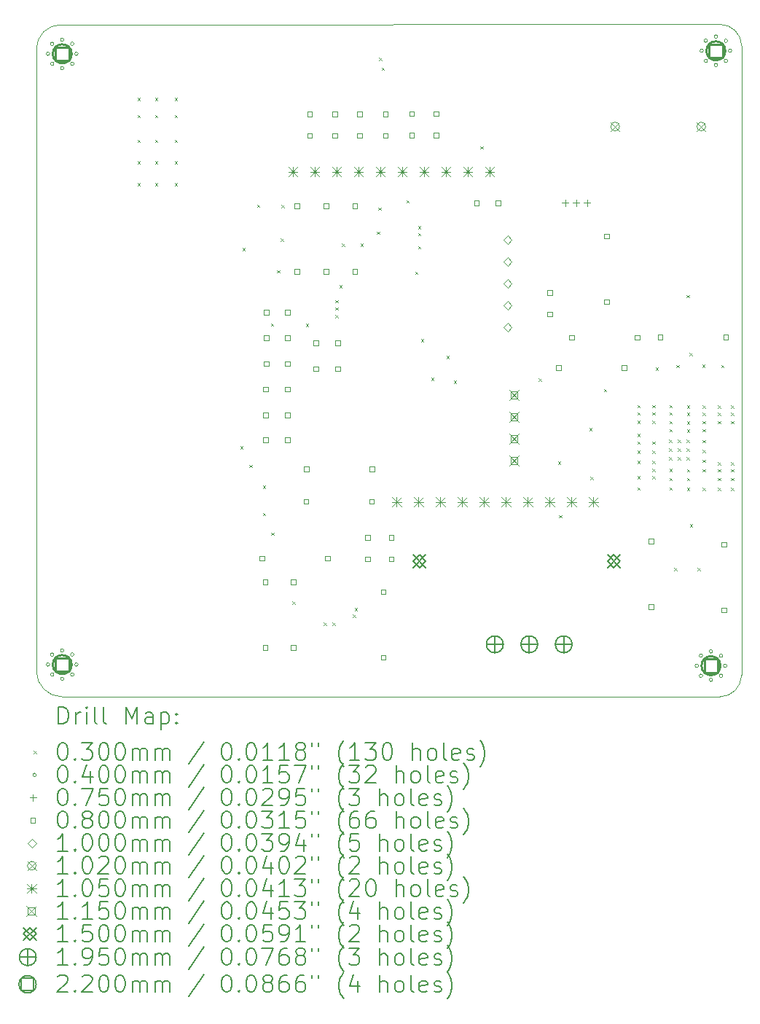
<source format=gbr>
%TF.GenerationSoftware,KiCad,Pcbnew,8.0.8*%
%TF.CreationDate,2025-04-14T10:59:12+01:00*%
%TF.ProjectId,Bat-mon_v1,4261742d-6d6f-46e5-9f76-312e6b696361,rev?*%
%TF.SameCoordinates,Original*%
%TF.FileFunction,Drillmap*%
%TF.FilePolarity,Positive*%
%FSLAX45Y45*%
G04 Gerber Fmt 4.5, Leading zero omitted, Abs format (unit mm)*
G04 Created by KiCad (PCBNEW 8.0.8) date 2025-04-14 10:59:12*
%MOMM*%
%LPD*%
G01*
G04 APERTURE LIST*
%ADD10C,0.050000*%
%ADD11C,0.200000*%
%ADD12C,0.100000*%
%ADD13C,0.102000*%
%ADD14C,0.105000*%
%ADD15C,0.115000*%
%ADD16C,0.150000*%
%ADD17C,0.195000*%
%ADD18C,0.220000*%
G04 APERTURE END LIST*
D10*
X10354896Y-10029896D02*
G75*
G02*
X10104896Y-10279896I-250006J6D01*
G01*
X2161673Y-9981673D02*
X2161673Y-2756673D01*
X2461673Y-10281673D02*
G75*
G02*
X2161672Y-9981673I0J300001D01*
G01*
X10354896Y-10029896D02*
X10356041Y-2718560D01*
X2161673Y-2756673D02*
G75*
G02*
X2444548Y-2473798I282875J0D01*
G01*
X2461673Y-10281673D02*
X10104896Y-10279896D01*
X2444548Y-2473798D02*
X10104265Y-2468554D01*
X10104265Y-2468554D02*
G75*
G02*
X10356050Y-2718560I6J-251786D01*
G01*
D11*
D12*
X3336673Y-3321673D02*
X3366673Y-3351673D01*
X3366673Y-3321673D02*
X3336673Y-3351673D01*
X3336673Y-3521673D02*
X3366673Y-3551673D01*
X3366673Y-3521673D02*
X3336673Y-3551673D01*
X3336673Y-3811673D02*
X3366673Y-3841673D01*
X3366673Y-3811673D02*
X3336673Y-3841673D01*
X3336673Y-4061673D02*
X3366673Y-4091673D01*
X3366673Y-4061673D02*
X3336673Y-4091673D01*
X3336673Y-4311673D02*
X3366673Y-4341673D01*
X3366673Y-4311673D02*
X3336673Y-4341673D01*
X3541673Y-3321673D02*
X3571673Y-3351673D01*
X3571673Y-3321673D02*
X3541673Y-3351673D01*
X3541673Y-3521673D02*
X3571673Y-3551673D01*
X3571673Y-3521673D02*
X3541673Y-3551673D01*
X3541673Y-3811673D02*
X3571673Y-3841673D01*
X3571673Y-3811673D02*
X3541673Y-3841673D01*
X3541673Y-4061673D02*
X3571673Y-4091673D01*
X3571673Y-4061673D02*
X3541673Y-4091673D01*
X3541673Y-4311673D02*
X3571673Y-4341673D01*
X3571673Y-4311673D02*
X3541673Y-4341673D01*
X3766673Y-3321673D02*
X3796673Y-3351673D01*
X3796673Y-3321673D02*
X3766673Y-3351673D01*
X3766673Y-3521673D02*
X3796673Y-3551673D01*
X3796673Y-3521673D02*
X3766673Y-3551673D01*
X3766673Y-3811673D02*
X3796673Y-3841673D01*
X3796673Y-3811673D02*
X3766673Y-3841673D01*
X3766673Y-4061673D02*
X3796673Y-4091673D01*
X3796673Y-4061673D02*
X3766673Y-4091673D01*
X3766673Y-4311673D02*
X3796673Y-4341673D01*
X3796673Y-4311673D02*
X3766673Y-4341673D01*
X4531673Y-7371673D02*
X4561673Y-7401673D01*
X4561673Y-7371673D02*
X4531673Y-7401673D01*
X4554173Y-5069173D02*
X4584173Y-5099173D01*
X4584173Y-5069173D02*
X4554173Y-5099173D01*
X4636673Y-7586673D02*
X4666673Y-7616673D01*
X4666673Y-7586673D02*
X4636673Y-7616673D01*
X4726673Y-4561673D02*
X4756673Y-4591673D01*
X4756673Y-4561673D02*
X4726673Y-4591673D01*
X4791673Y-7826673D02*
X4821673Y-7856673D01*
X4821673Y-7826673D02*
X4791673Y-7856673D01*
X4791673Y-8146673D02*
X4821673Y-8176673D01*
X4821673Y-8146673D02*
X4791673Y-8176673D01*
X4886673Y-5941673D02*
X4916673Y-5971673D01*
X4916673Y-5941673D02*
X4886673Y-5971673D01*
X4891673Y-8371673D02*
X4921673Y-8401673D01*
X4921673Y-8371673D02*
X4891673Y-8401673D01*
X4956673Y-5326673D02*
X4986673Y-5356673D01*
X4986673Y-5326673D02*
X4956673Y-5356673D01*
X5001673Y-4956673D02*
X5031673Y-4986673D01*
X5031673Y-4956673D02*
X5001673Y-4986673D01*
X5006673Y-4566673D02*
X5036673Y-4596673D01*
X5036673Y-4566673D02*
X5006673Y-4596673D01*
X5136673Y-9171673D02*
X5166673Y-9201673D01*
X5166673Y-9171673D02*
X5136673Y-9201673D01*
X5291673Y-5946673D02*
X5321673Y-5976673D01*
X5321673Y-5946673D02*
X5291673Y-5976673D01*
X5501673Y-9419173D02*
X5531673Y-9449173D01*
X5531673Y-9419173D02*
X5501673Y-9449173D01*
X5601673Y-9419173D02*
X5631673Y-9449173D01*
X5631673Y-9419173D02*
X5601673Y-9449173D01*
X5636673Y-5671673D02*
X5666673Y-5701673D01*
X5666673Y-5671673D02*
X5636673Y-5701673D01*
X5636673Y-5756673D02*
X5666673Y-5786673D01*
X5666673Y-5756673D02*
X5636673Y-5786673D01*
X5636673Y-5846673D02*
X5666673Y-5876673D01*
X5666673Y-5846673D02*
X5636673Y-5876673D01*
X5681673Y-5496673D02*
X5711673Y-5526673D01*
X5711673Y-5496673D02*
X5681673Y-5526673D01*
X5711673Y-5016673D02*
X5741673Y-5046673D01*
X5741673Y-5016673D02*
X5711673Y-5046673D01*
X5839173Y-9326673D02*
X5869173Y-9356673D01*
X5869173Y-9326673D02*
X5839173Y-9356673D01*
X5861673Y-9249173D02*
X5891673Y-9279173D01*
X5891673Y-9249173D02*
X5861673Y-9279173D01*
X5926673Y-5016673D02*
X5956673Y-5046673D01*
X5956673Y-5016673D02*
X5926673Y-5046673D01*
X6116673Y-4876673D02*
X6146673Y-4906673D01*
X6146673Y-4876673D02*
X6116673Y-4906673D01*
X6136673Y-4596673D02*
X6166673Y-4626673D01*
X6166673Y-4596673D02*
X6136673Y-4626673D01*
X6141673Y-2856673D02*
X6171673Y-2886673D01*
X6171673Y-2856673D02*
X6141673Y-2886673D01*
X6171673Y-2971673D02*
X6201673Y-3001673D01*
X6201673Y-2971673D02*
X6171673Y-3001673D01*
X6461673Y-4511673D02*
X6491673Y-4541673D01*
X6491673Y-4511673D02*
X6461673Y-4541673D01*
X6561673Y-5341673D02*
X6591673Y-5371673D01*
X6591673Y-5341673D02*
X6561673Y-5371673D01*
X6596673Y-4811673D02*
X6626673Y-4841673D01*
X6626673Y-4811673D02*
X6596673Y-4841673D01*
X6596673Y-4891673D02*
X6626673Y-4921673D01*
X6626673Y-4891673D02*
X6596673Y-4921673D01*
X6596673Y-5046673D02*
X6626673Y-5076673D01*
X6626673Y-5046673D02*
X6596673Y-5076673D01*
X6631673Y-6126673D02*
X6661673Y-6156673D01*
X6661673Y-6126673D02*
X6631673Y-6156673D01*
X6748345Y-6575000D02*
X6778345Y-6605000D01*
X6778345Y-6575000D02*
X6748345Y-6605000D01*
X6926673Y-6318327D02*
X6956673Y-6348327D01*
X6956673Y-6318327D02*
X6926673Y-6348327D01*
X7011673Y-6606673D02*
X7041673Y-6636673D01*
X7041673Y-6606673D02*
X7011673Y-6636673D01*
X7321673Y-3886673D02*
X7351673Y-3916673D01*
X7351673Y-3886673D02*
X7321673Y-3916673D01*
X7996673Y-6581673D02*
X8026673Y-6611673D01*
X8026673Y-6581673D02*
X7996673Y-6611673D01*
X8221673Y-7546673D02*
X8251673Y-7576673D01*
X8251673Y-7546673D02*
X8221673Y-7576673D01*
X8236673Y-8171673D02*
X8266673Y-8201673D01*
X8266673Y-8171673D02*
X8236673Y-8201673D01*
X8586673Y-7156673D02*
X8616673Y-7186673D01*
X8616673Y-7156673D02*
X8586673Y-7186673D01*
X8599173Y-7726673D02*
X8629173Y-7756673D01*
X8629173Y-7726673D02*
X8599173Y-7756673D01*
X8756673Y-6706673D02*
X8786673Y-6736673D01*
X8786673Y-6706673D02*
X8756673Y-6736673D01*
X9146673Y-6890000D02*
X9176673Y-6920000D01*
X9176673Y-6890000D02*
X9146673Y-6920000D01*
X9146673Y-6976673D02*
X9176673Y-7006673D01*
X9176673Y-6976673D02*
X9146673Y-7006673D01*
X9146673Y-7071673D02*
X9176673Y-7101673D01*
X9176673Y-7071673D02*
X9146673Y-7101673D01*
X9146673Y-7226673D02*
X9176673Y-7256673D01*
X9176673Y-7226673D02*
X9146673Y-7256673D01*
X9146673Y-7316673D02*
X9176673Y-7346673D01*
X9176673Y-7316673D02*
X9146673Y-7346673D01*
X9146673Y-7421673D02*
X9176673Y-7451673D01*
X9176673Y-7421673D02*
X9146673Y-7451673D01*
X9146673Y-7541673D02*
X9176673Y-7571673D01*
X9176673Y-7541673D02*
X9146673Y-7571673D01*
X9146673Y-7716673D02*
X9176673Y-7746673D01*
X9176673Y-7716673D02*
X9146673Y-7746673D01*
X9146673Y-7846673D02*
X9176673Y-7876673D01*
X9176673Y-7846673D02*
X9146673Y-7876673D01*
X9316673Y-6890000D02*
X9346673Y-6920000D01*
X9346673Y-6890000D02*
X9316673Y-6920000D01*
X9316673Y-6976673D02*
X9346673Y-7006673D01*
X9346673Y-6976673D02*
X9316673Y-7006673D01*
X9316673Y-7071673D02*
X9346673Y-7101673D01*
X9346673Y-7071673D02*
X9316673Y-7101673D01*
X9316673Y-7316673D02*
X9346673Y-7346673D01*
X9346673Y-7316673D02*
X9316673Y-7346673D01*
X9316673Y-7421673D02*
X9346673Y-7451673D01*
X9346673Y-7421673D02*
X9316673Y-7451673D01*
X9316673Y-7541673D02*
X9346673Y-7571673D01*
X9346673Y-7541673D02*
X9316673Y-7571673D01*
X9316673Y-7631673D02*
X9346673Y-7661673D01*
X9346673Y-7631673D02*
X9316673Y-7661673D01*
X9316673Y-7716673D02*
X9346673Y-7746673D01*
X9346673Y-7716673D02*
X9316673Y-7746673D01*
X9355000Y-6455000D02*
X9385000Y-6485000D01*
X9385000Y-6455000D02*
X9355000Y-6485000D01*
X9515000Y-7295000D02*
X9545000Y-7325000D01*
X9545000Y-7295000D02*
X9515000Y-7325000D01*
X9515000Y-7395000D02*
X9545000Y-7425000D01*
X9545000Y-7395000D02*
X9515000Y-7425000D01*
X9515000Y-7495000D02*
X9545000Y-7525000D01*
X9545000Y-7495000D02*
X9515000Y-7525000D01*
X9516673Y-6890000D02*
X9546673Y-6920000D01*
X9546673Y-6890000D02*
X9516673Y-6920000D01*
X9516673Y-6976673D02*
X9546673Y-7006673D01*
X9546673Y-6976673D02*
X9516673Y-7006673D01*
X9516673Y-7076673D02*
X9546673Y-7106673D01*
X9546673Y-7076673D02*
X9516673Y-7106673D01*
X9516673Y-7171673D02*
X9546673Y-7201673D01*
X9546673Y-7171673D02*
X9516673Y-7201673D01*
X9516673Y-7631673D02*
X9546673Y-7661673D01*
X9546673Y-7631673D02*
X9516673Y-7661673D01*
X9516673Y-7736673D02*
X9546673Y-7766673D01*
X9546673Y-7736673D02*
X9516673Y-7766673D01*
X9516673Y-7846673D02*
X9546673Y-7876673D01*
X9546673Y-7846673D02*
X9516673Y-7876673D01*
X9572673Y-8782673D02*
X9602673Y-8812673D01*
X9602673Y-8782673D02*
X9572673Y-8812673D01*
X9600000Y-6425000D02*
X9630000Y-6455000D01*
X9630000Y-6425000D02*
X9600000Y-6455000D01*
X9615000Y-7295000D02*
X9645000Y-7325000D01*
X9645000Y-7295000D02*
X9615000Y-7325000D01*
X9615000Y-7395000D02*
X9645000Y-7425000D01*
X9645000Y-7395000D02*
X9615000Y-7425000D01*
X9615000Y-7495000D02*
X9645000Y-7525000D01*
X9645000Y-7495000D02*
X9615000Y-7525000D01*
X9715000Y-7295000D02*
X9745000Y-7325000D01*
X9745000Y-7295000D02*
X9715000Y-7325000D01*
X9715000Y-7395000D02*
X9745000Y-7425000D01*
X9745000Y-7395000D02*
X9715000Y-7425000D01*
X9715000Y-7495000D02*
X9745000Y-7525000D01*
X9745000Y-7495000D02*
X9715000Y-7525000D01*
X9716673Y-5611673D02*
X9746673Y-5641673D01*
X9746673Y-5611673D02*
X9716673Y-5641673D01*
X9721673Y-6895000D02*
X9751673Y-6925000D01*
X9751673Y-6895000D02*
X9721673Y-6925000D01*
X9721673Y-6981673D02*
X9751673Y-7011673D01*
X9751673Y-6981673D02*
X9721673Y-7011673D01*
X9721673Y-7081673D02*
X9751673Y-7111673D01*
X9751673Y-7081673D02*
X9721673Y-7111673D01*
X9721673Y-7176673D02*
X9751673Y-7206673D01*
X9751673Y-7176673D02*
X9721673Y-7206673D01*
X9721673Y-7636673D02*
X9751673Y-7666673D01*
X9751673Y-7636673D02*
X9721673Y-7666673D01*
X9721673Y-7736673D02*
X9751673Y-7766673D01*
X9751673Y-7736673D02*
X9721673Y-7766673D01*
X9721673Y-7851673D02*
X9751673Y-7881673D01*
X9751673Y-7851673D02*
X9721673Y-7881673D01*
X9751673Y-6286673D02*
X9781673Y-6316673D01*
X9781673Y-6286673D02*
X9751673Y-6316673D01*
X9755000Y-8275000D02*
X9785000Y-8305000D01*
X9785000Y-8275000D02*
X9755000Y-8305000D01*
X9841673Y-8782673D02*
X9871673Y-8812673D01*
X9871673Y-8782673D02*
X9841673Y-8812673D01*
X9896673Y-6421673D02*
X9926673Y-6451673D01*
X9926673Y-6421673D02*
X9896673Y-6451673D01*
X9901673Y-6895000D02*
X9931673Y-6925000D01*
X9931673Y-6895000D02*
X9901673Y-6925000D01*
X9901673Y-6981673D02*
X9931673Y-7011673D01*
X9931673Y-6981673D02*
X9901673Y-7011673D01*
X9901673Y-7076673D02*
X9931673Y-7106673D01*
X9931673Y-7076673D02*
X9901673Y-7106673D01*
X9901673Y-7171673D02*
X9931673Y-7201673D01*
X9931673Y-7171673D02*
X9901673Y-7201673D01*
X9901673Y-7296673D02*
X9931673Y-7326673D01*
X9931673Y-7296673D02*
X9901673Y-7326673D01*
X9901673Y-7411673D02*
X9931673Y-7441673D01*
X9931673Y-7411673D02*
X9901673Y-7441673D01*
X9901673Y-7525000D02*
X9931673Y-7555000D01*
X9931673Y-7525000D02*
X9901673Y-7555000D01*
X9901673Y-7636673D02*
X9931673Y-7666673D01*
X9931673Y-7636673D02*
X9901673Y-7666673D01*
X9901673Y-7851673D02*
X9931673Y-7881673D01*
X9931673Y-7851673D02*
X9901673Y-7881673D01*
X10081673Y-6895000D02*
X10111673Y-6925000D01*
X10111673Y-6895000D02*
X10081673Y-6925000D01*
X10081673Y-6981673D02*
X10111673Y-7011673D01*
X10111673Y-6981673D02*
X10081673Y-7011673D01*
X10081673Y-7076673D02*
X10111673Y-7106673D01*
X10111673Y-7076673D02*
X10081673Y-7106673D01*
X10081673Y-7556673D02*
X10111673Y-7586673D01*
X10111673Y-7556673D02*
X10081673Y-7586673D01*
X10081673Y-7636673D02*
X10111673Y-7666673D01*
X10111673Y-7636673D02*
X10081673Y-7666673D01*
X10081673Y-7740000D02*
X10111673Y-7770000D01*
X10111673Y-7740000D02*
X10081673Y-7770000D01*
X10081673Y-7851673D02*
X10111673Y-7881673D01*
X10111673Y-7851673D02*
X10081673Y-7881673D01*
X10120000Y-6425000D02*
X10150000Y-6455000D01*
X10150000Y-6425000D02*
X10120000Y-6455000D01*
X10231673Y-6895000D02*
X10261673Y-6925000D01*
X10261673Y-6895000D02*
X10231673Y-6925000D01*
X10231673Y-6981673D02*
X10261673Y-7011673D01*
X10261673Y-6981673D02*
X10231673Y-7011673D01*
X10231673Y-7076673D02*
X10261673Y-7106673D01*
X10261673Y-7076673D02*
X10231673Y-7106673D01*
X10231673Y-7556673D02*
X10261673Y-7586673D01*
X10261673Y-7556673D02*
X10231673Y-7586673D01*
X10231673Y-7636673D02*
X10261673Y-7666673D01*
X10261673Y-7636673D02*
X10231673Y-7666673D01*
X10231673Y-7740000D02*
X10261673Y-7770000D01*
X10261673Y-7740000D02*
X10231673Y-7770000D01*
X10231673Y-7851673D02*
X10261673Y-7881673D01*
X10261673Y-7851673D02*
X10231673Y-7881673D01*
X2316673Y-2811673D02*
G75*
G02*
X2276673Y-2811673I-20000J0D01*
G01*
X2276673Y-2811673D02*
G75*
G02*
X2316673Y-2811673I20000J0D01*
G01*
X2316673Y-9906673D02*
G75*
G02*
X2276673Y-9906673I-20000J0D01*
G01*
X2276673Y-9906673D02*
G75*
G02*
X2316673Y-9906673I20000J0D01*
G01*
X2365000Y-2695000D02*
G75*
G02*
X2325000Y-2695000I-20000J0D01*
G01*
X2325000Y-2695000D02*
G75*
G02*
X2365000Y-2695000I20000J0D01*
G01*
X2365000Y-2928345D02*
G75*
G02*
X2325000Y-2928345I-20000J0D01*
G01*
X2325000Y-2928345D02*
G75*
G02*
X2365000Y-2928345I20000J0D01*
G01*
X2365000Y-9790000D02*
G75*
G02*
X2325000Y-9790000I-20000J0D01*
G01*
X2325000Y-9790000D02*
G75*
G02*
X2365000Y-9790000I20000J0D01*
G01*
X2365000Y-10023345D02*
G75*
G02*
X2325000Y-10023345I-20000J0D01*
G01*
X2325000Y-10023345D02*
G75*
G02*
X2365000Y-10023345I20000J0D01*
G01*
X2481673Y-2646673D02*
G75*
G02*
X2441673Y-2646673I-20000J0D01*
G01*
X2441673Y-2646673D02*
G75*
G02*
X2481673Y-2646673I20000J0D01*
G01*
X2481673Y-2976673D02*
G75*
G02*
X2441673Y-2976673I-20000J0D01*
G01*
X2441673Y-2976673D02*
G75*
G02*
X2481673Y-2976673I20000J0D01*
G01*
X2481673Y-9741673D02*
G75*
G02*
X2441673Y-9741673I-20000J0D01*
G01*
X2441673Y-9741673D02*
G75*
G02*
X2481673Y-9741673I20000J0D01*
G01*
X2481673Y-10071673D02*
G75*
G02*
X2441673Y-10071673I-20000J0D01*
G01*
X2441673Y-10071673D02*
G75*
G02*
X2481673Y-10071673I20000J0D01*
G01*
X2598345Y-2695000D02*
G75*
G02*
X2558345Y-2695000I-20000J0D01*
G01*
X2558345Y-2695000D02*
G75*
G02*
X2598345Y-2695000I20000J0D01*
G01*
X2598345Y-2928345D02*
G75*
G02*
X2558345Y-2928345I-20000J0D01*
G01*
X2558345Y-2928345D02*
G75*
G02*
X2598345Y-2928345I20000J0D01*
G01*
X2598345Y-9790000D02*
G75*
G02*
X2558345Y-9790000I-20000J0D01*
G01*
X2558345Y-9790000D02*
G75*
G02*
X2598345Y-9790000I20000J0D01*
G01*
X2598345Y-10023345D02*
G75*
G02*
X2558345Y-10023345I-20000J0D01*
G01*
X2558345Y-10023345D02*
G75*
G02*
X2598345Y-10023345I20000J0D01*
G01*
X2646673Y-2811673D02*
G75*
G02*
X2606673Y-2811673I-20000J0D01*
G01*
X2606673Y-2811673D02*
G75*
G02*
X2646673Y-2811673I20000J0D01*
G01*
X2646673Y-9906673D02*
G75*
G02*
X2606673Y-9906673I-20000J0D01*
G01*
X2606673Y-9906673D02*
G75*
G02*
X2646673Y-9906673I20000J0D01*
G01*
X9855000Y-9920000D02*
G75*
G02*
X9815000Y-9920000I-20000J0D01*
G01*
X9815000Y-9920000D02*
G75*
G02*
X9855000Y-9920000I20000J0D01*
G01*
X9903327Y-9803327D02*
G75*
G02*
X9863327Y-9803327I-20000J0D01*
G01*
X9863327Y-9803327D02*
G75*
G02*
X9903327Y-9803327I20000J0D01*
G01*
X9903327Y-10036673D02*
G75*
G02*
X9863327Y-10036673I-20000J0D01*
G01*
X9863327Y-10036673D02*
G75*
G02*
X9903327Y-10036673I20000J0D01*
G01*
X9911673Y-2776673D02*
G75*
G02*
X9871673Y-2776673I-20000J0D01*
G01*
X9871673Y-2776673D02*
G75*
G02*
X9911673Y-2776673I20000J0D01*
G01*
X9960000Y-2660000D02*
G75*
G02*
X9920000Y-2660000I-20000J0D01*
G01*
X9920000Y-2660000D02*
G75*
G02*
X9960000Y-2660000I20000J0D01*
G01*
X9960000Y-2893345D02*
G75*
G02*
X9920000Y-2893345I-20000J0D01*
G01*
X9920000Y-2893345D02*
G75*
G02*
X9960000Y-2893345I20000J0D01*
G01*
X10020000Y-9755000D02*
G75*
G02*
X9980000Y-9755000I-20000J0D01*
G01*
X9980000Y-9755000D02*
G75*
G02*
X10020000Y-9755000I20000J0D01*
G01*
X10020000Y-10085000D02*
G75*
G02*
X9980000Y-10085000I-20000J0D01*
G01*
X9980000Y-10085000D02*
G75*
G02*
X10020000Y-10085000I20000J0D01*
G01*
X10076673Y-2611673D02*
G75*
G02*
X10036673Y-2611673I-20000J0D01*
G01*
X10036673Y-2611673D02*
G75*
G02*
X10076673Y-2611673I20000J0D01*
G01*
X10076673Y-2941673D02*
G75*
G02*
X10036673Y-2941673I-20000J0D01*
G01*
X10036673Y-2941673D02*
G75*
G02*
X10076673Y-2941673I20000J0D01*
G01*
X10136673Y-9803327D02*
G75*
G02*
X10096673Y-9803327I-20000J0D01*
G01*
X10096673Y-9803327D02*
G75*
G02*
X10136673Y-9803327I20000J0D01*
G01*
X10136673Y-10036673D02*
G75*
G02*
X10096673Y-10036673I-20000J0D01*
G01*
X10096673Y-10036673D02*
G75*
G02*
X10136673Y-10036673I20000J0D01*
G01*
X10185000Y-9920000D02*
G75*
G02*
X10145000Y-9920000I-20000J0D01*
G01*
X10145000Y-9920000D02*
G75*
G02*
X10185000Y-9920000I20000J0D01*
G01*
X10193345Y-2660000D02*
G75*
G02*
X10153345Y-2660000I-20000J0D01*
G01*
X10153345Y-2660000D02*
G75*
G02*
X10193345Y-2660000I20000J0D01*
G01*
X10193345Y-2893345D02*
G75*
G02*
X10153345Y-2893345I-20000J0D01*
G01*
X10153345Y-2893345D02*
G75*
G02*
X10193345Y-2893345I20000J0D01*
G01*
X10241673Y-2776673D02*
G75*
G02*
X10201673Y-2776673I-20000J0D01*
G01*
X10201673Y-2776673D02*
G75*
G02*
X10241673Y-2776673I20000J0D01*
G01*
X8307673Y-4505173D02*
X8307673Y-4580173D01*
X8270173Y-4542673D02*
X8345173Y-4542673D01*
X8434673Y-4505173D02*
X8434673Y-4580173D01*
X8397173Y-4542673D02*
X8472173Y-4542673D01*
X8561673Y-4505173D02*
X8561673Y-4580173D01*
X8524173Y-4542673D02*
X8599173Y-4542673D01*
X4812957Y-8699957D02*
X4812957Y-8643388D01*
X4756388Y-8643388D01*
X4756388Y-8699957D01*
X4812957Y-8699957D01*
X4849957Y-8977957D02*
X4849957Y-8921388D01*
X4793388Y-8921388D01*
X4793388Y-8977957D01*
X4849957Y-8977957D01*
X4849957Y-9739957D02*
X4849957Y-9683388D01*
X4793388Y-9683388D01*
X4793388Y-9739957D01*
X4849957Y-9739957D01*
X4854957Y-6734957D02*
X4854957Y-6678388D01*
X4798388Y-6678388D01*
X4798388Y-6734957D01*
X4854957Y-6734957D01*
X4854957Y-7034957D02*
X4854957Y-6978388D01*
X4798388Y-6978388D01*
X4798388Y-7034957D01*
X4854957Y-7034957D01*
X4854957Y-7324957D02*
X4854957Y-7268388D01*
X4798388Y-7268388D01*
X4798388Y-7324957D01*
X4854957Y-7324957D01*
X4859957Y-5839957D02*
X4859957Y-5783388D01*
X4803388Y-5783388D01*
X4803388Y-5839957D01*
X4859957Y-5839957D01*
X4859957Y-6139957D02*
X4859957Y-6083388D01*
X4803388Y-6083388D01*
X4803388Y-6139957D01*
X4859957Y-6139957D01*
X4859957Y-6439957D02*
X4859957Y-6383388D01*
X4803388Y-6383388D01*
X4803388Y-6439957D01*
X4859957Y-6439957D01*
X5104957Y-6734957D02*
X5104957Y-6678388D01*
X5048388Y-6678388D01*
X5048388Y-6734957D01*
X5104957Y-6734957D01*
X5104957Y-7034957D02*
X5104957Y-6978388D01*
X5048388Y-6978388D01*
X5048388Y-7034957D01*
X5104957Y-7034957D01*
X5104957Y-7324957D02*
X5104957Y-7268388D01*
X5048388Y-7268388D01*
X5048388Y-7324957D01*
X5104957Y-7324957D01*
X5109957Y-5839957D02*
X5109957Y-5783388D01*
X5053388Y-5783388D01*
X5053388Y-5839957D01*
X5109957Y-5839957D01*
X5109957Y-6139957D02*
X5109957Y-6083388D01*
X5053388Y-6083388D01*
X5053388Y-6139957D01*
X5109957Y-6139957D01*
X5109957Y-6439957D02*
X5109957Y-6383388D01*
X5053388Y-6383388D01*
X5053388Y-6439957D01*
X5109957Y-6439957D01*
X5174957Y-8977957D02*
X5174957Y-8921388D01*
X5118388Y-8921388D01*
X5118388Y-8977957D01*
X5174957Y-8977957D01*
X5174957Y-9739957D02*
X5174957Y-9683388D01*
X5118388Y-9683388D01*
X5118388Y-9739957D01*
X5174957Y-9739957D01*
X5214957Y-4608957D02*
X5214957Y-4552388D01*
X5158388Y-4552388D01*
X5158388Y-4608957D01*
X5214957Y-4608957D01*
X5214957Y-5370957D02*
X5214957Y-5314388D01*
X5158388Y-5314388D01*
X5158388Y-5370957D01*
X5214957Y-5370957D01*
X5322957Y-8039957D02*
X5322957Y-7983388D01*
X5266388Y-7983388D01*
X5266388Y-8039957D01*
X5322957Y-8039957D01*
X5328957Y-7664957D02*
X5328957Y-7608388D01*
X5272388Y-7608388D01*
X5272388Y-7664957D01*
X5328957Y-7664957D01*
X5364957Y-3539957D02*
X5364957Y-3483388D01*
X5308388Y-3483388D01*
X5308388Y-3539957D01*
X5364957Y-3539957D01*
X5364957Y-3789957D02*
X5364957Y-3733388D01*
X5308388Y-3733388D01*
X5308388Y-3789957D01*
X5364957Y-3789957D01*
X5439957Y-6199957D02*
X5439957Y-6143388D01*
X5383388Y-6143388D01*
X5383388Y-6199957D01*
X5439957Y-6199957D01*
X5439957Y-6499957D02*
X5439957Y-6443388D01*
X5383388Y-6443388D01*
X5383388Y-6499957D01*
X5439957Y-6499957D01*
X5554957Y-4608957D02*
X5554957Y-4552388D01*
X5498388Y-4552388D01*
X5498388Y-4608957D01*
X5554957Y-4608957D01*
X5554957Y-5370957D02*
X5554957Y-5314388D01*
X5498388Y-5314388D01*
X5498388Y-5370957D01*
X5554957Y-5370957D01*
X5574957Y-8699957D02*
X5574957Y-8643388D01*
X5518388Y-8643388D01*
X5518388Y-8699957D01*
X5574957Y-8699957D01*
X5654957Y-3539957D02*
X5654957Y-3483388D01*
X5598388Y-3483388D01*
X5598388Y-3539957D01*
X5654957Y-3539957D01*
X5654957Y-3789957D02*
X5654957Y-3733388D01*
X5598388Y-3733388D01*
X5598388Y-3789957D01*
X5654957Y-3789957D01*
X5689957Y-6199957D02*
X5689957Y-6143388D01*
X5633388Y-6143388D01*
X5633388Y-6199957D01*
X5689957Y-6199957D01*
X5689957Y-6499957D02*
X5689957Y-6443388D01*
X5633388Y-6443388D01*
X5633388Y-6499957D01*
X5689957Y-6499957D01*
X5889957Y-4603957D02*
X5889957Y-4547388D01*
X5833388Y-4547388D01*
X5833388Y-4603957D01*
X5889957Y-4603957D01*
X5889957Y-5365957D02*
X5889957Y-5309388D01*
X5833388Y-5309388D01*
X5833388Y-5365957D01*
X5889957Y-5365957D01*
X5944957Y-3539957D02*
X5944957Y-3483388D01*
X5888388Y-3483388D01*
X5888388Y-3539957D01*
X5944957Y-3539957D01*
X5944957Y-3789957D02*
X5944957Y-3733388D01*
X5888388Y-3733388D01*
X5888388Y-3789957D01*
X5944957Y-3789957D01*
X6039957Y-8457457D02*
X6039957Y-8400888D01*
X5983388Y-8400888D01*
X5983388Y-8457457D01*
X6039957Y-8457457D01*
X6039957Y-8707457D02*
X6039957Y-8650888D01*
X5983388Y-8650888D01*
X5983388Y-8707457D01*
X6039957Y-8707457D01*
X6084957Y-8039957D02*
X6084957Y-7983388D01*
X6028388Y-7983388D01*
X6028388Y-8039957D01*
X6084957Y-8039957D01*
X6090957Y-7664957D02*
X6090957Y-7608388D01*
X6034388Y-7608388D01*
X6034388Y-7664957D01*
X6090957Y-7664957D01*
X6219957Y-9088957D02*
X6219957Y-9032388D01*
X6163388Y-9032388D01*
X6163388Y-9088957D01*
X6219957Y-9088957D01*
X6219957Y-9850957D02*
X6219957Y-9794388D01*
X6163388Y-9794388D01*
X6163388Y-9850957D01*
X6219957Y-9850957D01*
X6244957Y-3539957D02*
X6244957Y-3483388D01*
X6188388Y-3483388D01*
X6188388Y-3539957D01*
X6244957Y-3539957D01*
X6244957Y-3789957D02*
X6244957Y-3733388D01*
X6188388Y-3733388D01*
X6188388Y-3789957D01*
X6244957Y-3789957D01*
X6314957Y-8457457D02*
X6314957Y-8400888D01*
X6258388Y-8400888D01*
X6258388Y-8457457D01*
X6314957Y-8457457D01*
X6314957Y-8707457D02*
X6314957Y-8650888D01*
X6258388Y-8650888D01*
X6258388Y-8707457D01*
X6314957Y-8707457D01*
X6549957Y-3534957D02*
X6549957Y-3478388D01*
X6493388Y-3478388D01*
X6493388Y-3534957D01*
X6549957Y-3534957D01*
X6549957Y-3784957D02*
X6549957Y-3728388D01*
X6493388Y-3728388D01*
X6493388Y-3784957D01*
X6549957Y-3784957D01*
X6834957Y-3534957D02*
X6834957Y-3478388D01*
X6778388Y-3478388D01*
X6778388Y-3534957D01*
X6834957Y-3534957D01*
X6834957Y-3784957D02*
X6834957Y-3728388D01*
X6778388Y-3728388D01*
X6778388Y-3784957D01*
X6834957Y-3784957D01*
X7304957Y-4574957D02*
X7304957Y-4518388D01*
X7248388Y-4518388D01*
X7248388Y-4574957D01*
X7304957Y-4574957D01*
X7554957Y-4574957D02*
X7554957Y-4518388D01*
X7498388Y-4518388D01*
X7498388Y-4574957D01*
X7554957Y-4574957D01*
X8154957Y-5614957D02*
X8154957Y-5558388D01*
X8098388Y-5558388D01*
X8098388Y-5614957D01*
X8154957Y-5614957D01*
X8154957Y-5864957D02*
X8154957Y-5808388D01*
X8098388Y-5808388D01*
X8098388Y-5864957D01*
X8154957Y-5864957D01*
X8254957Y-6484957D02*
X8254957Y-6428388D01*
X8198388Y-6428388D01*
X8198388Y-6484957D01*
X8254957Y-6484957D01*
X8408957Y-6134957D02*
X8408957Y-6078388D01*
X8352388Y-6078388D01*
X8352388Y-6134957D01*
X8408957Y-6134957D01*
X8814957Y-4958957D02*
X8814957Y-4902388D01*
X8758388Y-4902388D01*
X8758388Y-4958957D01*
X8814957Y-4958957D01*
X8814957Y-5720957D02*
X8814957Y-5664388D01*
X8758388Y-5664388D01*
X8758388Y-5720957D01*
X8814957Y-5720957D01*
X9016957Y-6484957D02*
X9016957Y-6428388D01*
X8960388Y-6428388D01*
X8960388Y-6484957D01*
X9016957Y-6484957D01*
X9170957Y-6134957D02*
X9170957Y-6078388D01*
X9114388Y-6078388D01*
X9114388Y-6134957D01*
X9170957Y-6134957D01*
X9330957Y-8499957D02*
X9330957Y-8443388D01*
X9274388Y-8443388D01*
X9274388Y-8499957D01*
X9330957Y-8499957D01*
X9330957Y-9261957D02*
X9330957Y-9205388D01*
X9274388Y-9205388D01*
X9274388Y-9261957D01*
X9330957Y-9261957D01*
X9438957Y-6129957D02*
X9438957Y-6073388D01*
X9382388Y-6073388D01*
X9382388Y-6129957D01*
X9438957Y-6129957D01*
X10179957Y-8539957D02*
X10179957Y-8483388D01*
X10123388Y-8483388D01*
X10123388Y-8539957D01*
X10179957Y-8539957D01*
X10179957Y-9301957D02*
X10179957Y-9245388D01*
X10123388Y-9245388D01*
X10123388Y-9301957D01*
X10179957Y-9301957D01*
X10200957Y-6129957D02*
X10200957Y-6073388D01*
X10144388Y-6073388D01*
X10144388Y-6129957D01*
X10200957Y-6129957D01*
X7636673Y-5019673D02*
X7686673Y-4969673D01*
X7636673Y-4919673D01*
X7586673Y-4969673D01*
X7636673Y-5019673D01*
X7636673Y-5273673D02*
X7686673Y-5223673D01*
X7636673Y-5173673D01*
X7586673Y-5223673D01*
X7636673Y-5273673D01*
X7636673Y-5527673D02*
X7686673Y-5477673D01*
X7636673Y-5427673D01*
X7586673Y-5477673D01*
X7636673Y-5527673D01*
X7636673Y-5781673D02*
X7686673Y-5731673D01*
X7636673Y-5681673D01*
X7586673Y-5731673D01*
X7636673Y-5781673D01*
X7636673Y-6035673D02*
X7686673Y-5985673D01*
X7636673Y-5935673D01*
X7586673Y-5985673D01*
X7636673Y-6035673D01*
D13*
X8835673Y-3605673D02*
X8937673Y-3707673D01*
X8937673Y-3605673D02*
X8835673Y-3707673D01*
X8937673Y-3656673D02*
G75*
G02*
X8835673Y-3656673I-51000J0D01*
G01*
X8835673Y-3656673D02*
G75*
G02*
X8937673Y-3656673I51000J0D01*
G01*
X9835673Y-3605673D02*
X9937673Y-3707673D01*
X9937673Y-3605673D02*
X9835673Y-3707673D01*
X9937673Y-3656673D02*
G75*
G02*
X9835673Y-3656673I-51000J0D01*
G01*
X9835673Y-3656673D02*
G75*
G02*
X9937673Y-3656673I51000J0D01*
G01*
D14*
X5091173Y-4129173D02*
X5196173Y-4234173D01*
X5196173Y-4129173D02*
X5091173Y-4234173D01*
X5143673Y-4129173D02*
X5143673Y-4234173D01*
X5091173Y-4181673D02*
X5196173Y-4181673D01*
X5345173Y-4129173D02*
X5450173Y-4234173D01*
X5450173Y-4129173D02*
X5345173Y-4234173D01*
X5397673Y-4129173D02*
X5397673Y-4234173D01*
X5345173Y-4181673D02*
X5450173Y-4181673D01*
X5599173Y-4129173D02*
X5704173Y-4234173D01*
X5704173Y-4129173D02*
X5599173Y-4234173D01*
X5651673Y-4129173D02*
X5651673Y-4234173D01*
X5599173Y-4181673D02*
X5704173Y-4181673D01*
X5853173Y-4129173D02*
X5958173Y-4234173D01*
X5958173Y-4129173D02*
X5853173Y-4234173D01*
X5905673Y-4129173D02*
X5905673Y-4234173D01*
X5853173Y-4181673D02*
X5958173Y-4181673D01*
X6107173Y-4129173D02*
X6212173Y-4234173D01*
X6212173Y-4129173D02*
X6107173Y-4234173D01*
X6159673Y-4129173D02*
X6159673Y-4234173D01*
X6107173Y-4181673D02*
X6212173Y-4181673D01*
X6296173Y-7964173D02*
X6401173Y-8069173D01*
X6401173Y-7964173D02*
X6296173Y-8069173D01*
X6348673Y-7964173D02*
X6348673Y-8069173D01*
X6296173Y-8016673D02*
X6401173Y-8016673D01*
X6361173Y-4129173D02*
X6466173Y-4234173D01*
X6466173Y-4129173D02*
X6361173Y-4234173D01*
X6413673Y-4129173D02*
X6413673Y-4234173D01*
X6361173Y-4181673D02*
X6466173Y-4181673D01*
X6550173Y-7964173D02*
X6655173Y-8069173D01*
X6655173Y-7964173D02*
X6550173Y-8069173D01*
X6602673Y-7964173D02*
X6602673Y-8069173D01*
X6550173Y-8016673D02*
X6655173Y-8016673D01*
X6615173Y-4129173D02*
X6720173Y-4234173D01*
X6720173Y-4129173D02*
X6615173Y-4234173D01*
X6667673Y-4129173D02*
X6667673Y-4234173D01*
X6615173Y-4181673D02*
X6720173Y-4181673D01*
X6804173Y-7964173D02*
X6909173Y-8069173D01*
X6909173Y-7964173D02*
X6804173Y-8069173D01*
X6856673Y-7964173D02*
X6856673Y-8069173D01*
X6804173Y-8016673D02*
X6909173Y-8016673D01*
X6869173Y-4129173D02*
X6974173Y-4234173D01*
X6974173Y-4129173D02*
X6869173Y-4234173D01*
X6921673Y-4129173D02*
X6921673Y-4234173D01*
X6869173Y-4181673D02*
X6974173Y-4181673D01*
X7058173Y-7964173D02*
X7163173Y-8069173D01*
X7163173Y-7964173D02*
X7058173Y-8069173D01*
X7110673Y-7964173D02*
X7110673Y-8069173D01*
X7058173Y-8016673D02*
X7163173Y-8016673D01*
X7123173Y-4129173D02*
X7228173Y-4234173D01*
X7228173Y-4129173D02*
X7123173Y-4234173D01*
X7175673Y-4129173D02*
X7175673Y-4234173D01*
X7123173Y-4181673D02*
X7228173Y-4181673D01*
X7312173Y-7964173D02*
X7417173Y-8069173D01*
X7417173Y-7964173D02*
X7312173Y-8069173D01*
X7364673Y-7964173D02*
X7364673Y-8069173D01*
X7312173Y-8016673D02*
X7417173Y-8016673D01*
X7377173Y-4129173D02*
X7482173Y-4234173D01*
X7482173Y-4129173D02*
X7377173Y-4234173D01*
X7429673Y-4129173D02*
X7429673Y-4234173D01*
X7377173Y-4181673D02*
X7482173Y-4181673D01*
X7566173Y-7964173D02*
X7671173Y-8069173D01*
X7671173Y-7964173D02*
X7566173Y-8069173D01*
X7618673Y-7964173D02*
X7618673Y-8069173D01*
X7566173Y-8016673D02*
X7671173Y-8016673D01*
X7820173Y-7964173D02*
X7925173Y-8069173D01*
X7925173Y-7964173D02*
X7820173Y-8069173D01*
X7872673Y-7964173D02*
X7872673Y-8069173D01*
X7820173Y-8016673D02*
X7925173Y-8016673D01*
X8074173Y-7964173D02*
X8179173Y-8069173D01*
X8179173Y-7964173D02*
X8074173Y-8069173D01*
X8126673Y-7964173D02*
X8126673Y-8069173D01*
X8074173Y-8016673D02*
X8179173Y-8016673D01*
X8328173Y-7964173D02*
X8433173Y-8069173D01*
X8433173Y-7964173D02*
X8328173Y-8069173D01*
X8380673Y-7964173D02*
X8380673Y-8069173D01*
X8328173Y-8016673D02*
X8433173Y-8016673D01*
X8582173Y-7964173D02*
X8687173Y-8069173D01*
X8687173Y-7964173D02*
X8582173Y-8069173D01*
X8634673Y-7964173D02*
X8634673Y-8069173D01*
X8582173Y-8016673D02*
X8687173Y-8016673D01*
D15*
X7654173Y-6716173D02*
X7769173Y-6831173D01*
X7769173Y-6716173D02*
X7654173Y-6831173D01*
X7752332Y-6814332D02*
X7752332Y-6733014D01*
X7671014Y-6733014D01*
X7671014Y-6814332D01*
X7752332Y-6814332D01*
X7654173Y-6970173D02*
X7769173Y-7085173D01*
X7769173Y-6970173D02*
X7654173Y-7085173D01*
X7752332Y-7068332D02*
X7752332Y-6987014D01*
X7671014Y-6987014D01*
X7671014Y-7068332D01*
X7752332Y-7068332D01*
X7654173Y-7224173D02*
X7769173Y-7339173D01*
X7769173Y-7224173D02*
X7654173Y-7339173D01*
X7752332Y-7322332D02*
X7752332Y-7241014D01*
X7671014Y-7241014D01*
X7671014Y-7322332D01*
X7752332Y-7322332D01*
X7654173Y-7478173D02*
X7769173Y-7593173D01*
X7769173Y-7478173D02*
X7654173Y-7593173D01*
X7752332Y-7576332D02*
X7752332Y-7495014D01*
X7671014Y-7495014D01*
X7671014Y-7576332D01*
X7752332Y-7576332D01*
D16*
X6536673Y-8631673D02*
X6686673Y-8781673D01*
X6686673Y-8631673D02*
X6536673Y-8781673D01*
X6611673Y-8781673D02*
X6686673Y-8706673D01*
X6611673Y-8631673D01*
X6536673Y-8706673D01*
X6611673Y-8781673D01*
X8796673Y-8631673D02*
X8946673Y-8781673D01*
X8946673Y-8631673D02*
X8796673Y-8781673D01*
X8871673Y-8781673D02*
X8946673Y-8706673D01*
X8871673Y-8631673D01*
X8796673Y-8706673D01*
X8871673Y-8781673D01*
D17*
X7488673Y-9574173D02*
X7488673Y-9769173D01*
X7391173Y-9671673D02*
X7586173Y-9671673D01*
X7586173Y-9671673D02*
G75*
G02*
X7391173Y-9671673I-97500J0D01*
G01*
X7391173Y-9671673D02*
G75*
G02*
X7586173Y-9671673I97500J0D01*
G01*
X7888673Y-9574173D02*
X7888673Y-9769173D01*
X7791173Y-9671673D02*
X7986173Y-9671673D01*
X7986173Y-9671673D02*
G75*
G02*
X7791173Y-9671673I-97500J0D01*
G01*
X7791173Y-9671673D02*
G75*
G02*
X7986173Y-9671673I97500J0D01*
G01*
X8288673Y-9574173D02*
X8288673Y-9769173D01*
X8191173Y-9671673D02*
X8386173Y-9671673D01*
X8386173Y-9671673D02*
G75*
G02*
X8191173Y-9671673I-97500J0D01*
G01*
X8191173Y-9671673D02*
G75*
G02*
X8386173Y-9671673I97500J0D01*
G01*
D18*
X2539455Y-2889455D02*
X2539455Y-2733890D01*
X2383890Y-2733890D01*
X2383890Y-2889455D01*
X2539455Y-2889455D01*
X2571673Y-2811673D02*
G75*
G02*
X2351673Y-2811673I-110000J0D01*
G01*
X2351673Y-2811673D02*
G75*
G02*
X2571673Y-2811673I110000J0D01*
G01*
X2539455Y-9984455D02*
X2539455Y-9828890D01*
X2383890Y-9828890D01*
X2383890Y-9984455D01*
X2539455Y-9984455D01*
X2571673Y-9906673D02*
G75*
G02*
X2351673Y-9906673I-110000J0D01*
G01*
X2351673Y-9906673D02*
G75*
G02*
X2571673Y-9906673I110000J0D01*
G01*
X10077783Y-9997783D02*
X10077783Y-9842218D01*
X9922218Y-9842218D01*
X9922218Y-9997783D01*
X10077783Y-9997783D01*
X10110000Y-9920000D02*
G75*
G02*
X9890000Y-9920000I-110000J0D01*
G01*
X9890000Y-9920000D02*
G75*
G02*
X10110000Y-9920000I110000J0D01*
G01*
X10134455Y-2854455D02*
X10134455Y-2698890D01*
X9978890Y-2698890D01*
X9978890Y-2854455D01*
X10134455Y-2854455D01*
X10166673Y-2776673D02*
G75*
G02*
X9946673Y-2776673I-110000J0D01*
G01*
X9946673Y-2776673D02*
G75*
G02*
X10166673Y-2776673I110000J0D01*
G01*
D11*
X2419949Y-10595656D02*
X2419949Y-10395656D01*
X2419949Y-10395656D02*
X2467568Y-10395656D01*
X2467568Y-10395656D02*
X2496140Y-10405180D01*
X2496140Y-10405180D02*
X2515188Y-10424228D01*
X2515188Y-10424228D02*
X2524711Y-10443275D01*
X2524711Y-10443275D02*
X2534235Y-10481371D01*
X2534235Y-10481371D02*
X2534235Y-10509942D01*
X2534235Y-10509942D02*
X2524711Y-10548037D01*
X2524711Y-10548037D02*
X2515188Y-10567085D01*
X2515188Y-10567085D02*
X2496140Y-10586133D01*
X2496140Y-10586133D02*
X2467568Y-10595656D01*
X2467568Y-10595656D02*
X2419949Y-10595656D01*
X2619949Y-10595656D02*
X2619949Y-10462323D01*
X2619949Y-10500418D02*
X2629473Y-10481371D01*
X2629473Y-10481371D02*
X2638997Y-10471847D01*
X2638997Y-10471847D02*
X2658045Y-10462323D01*
X2658045Y-10462323D02*
X2677092Y-10462323D01*
X2743759Y-10595656D02*
X2743759Y-10462323D01*
X2743759Y-10395656D02*
X2734235Y-10405180D01*
X2734235Y-10405180D02*
X2743759Y-10414704D01*
X2743759Y-10414704D02*
X2753283Y-10405180D01*
X2753283Y-10405180D02*
X2743759Y-10395656D01*
X2743759Y-10395656D02*
X2743759Y-10414704D01*
X2867568Y-10595656D02*
X2848521Y-10586133D01*
X2848521Y-10586133D02*
X2838997Y-10567085D01*
X2838997Y-10567085D02*
X2838997Y-10395656D01*
X2972330Y-10595656D02*
X2953283Y-10586133D01*
X2953283Y-10586133D02*
X2943759Y-10567085D01*
X2943759Y-10567085D02*
X2943759Y-10395656D01*
X3200902Y-10595656D02*
X3200902Y-10395656D01*
X3200902Y-10395656D02*
X3267568Y-10538514D01*
X3267568Y-10538514D02*
X3334235Y-10395656D01*
X3334235Y-10395656D02*
X3334235Y-10595656D01*
X3515187Y-10595656D02*
X3515187Y-10490895D01*
X3515187Y-10490895D02*
X3505664Y-10471847D01*
X3505664Y-10471847D02*
X3486616Y-10462323D01*
X3486616Y-10462323D02*
X3448521Y-10462323D01*
X3448521Y-10462323D02*
X3429473Y-10471847D01*
X3515187Y-10586133D02*
X3496140Y-10595656D01*
X3496140Y-10595656D02*
X3448521Y-10595656D01*
X3448521Y-10595656D02*
X3429473Y-10586133D01*
X3429473Y-10586133D02*
X3419949Y-10567085D01*
X3419949Y-10567085D02*
X3419949Y-10548037D01*
X3419949Y-10548037D02*
X3429473Y-10528990D01*
X3429473Y-10528990D02*
X3448521Y-10519466D01*
X3448521Y-10519466D02*
X3496140Y-10519466D01*
X3496140Y-10519466D02*
X3515187Y-10509942D01*
X3610426Y-10462323D02*
X3610426Y-10662323D01*
X3610426Y-10471847D02*
X3629473Y-10462323D01*
X3629473Y-10462323D02*
X3667568Y-10462323D01*
X3667568Y-10462323D02*
X3686616Y-10471847D01*
X3686616Y-10471847D02*
X3696140Y-10481371D01*
X3696140Y-10481371D02*
X3705664Y-10500418D01*
X3705664Y-10500418D02*
X3705664Y-10557561D01*
X3705664Y-10557561D02*
X3696140Y-10576609D01*
X3696140Y-10576609D02*
X3686616Y-10586133D01*
X3686616Y-10586133D02*
X3667568Y-10595656D01*
X3667568Y-10595656D02*
X3629473Y-10595656D01*
X3629473Y-10595656D02*
X3610426Y-10586133D01*
X3791378Y-10576609D02*
X3800902Y-10586133D01*
X3800902Y-10586133D02*
X3791378Y-10595656D01*
X3791378Y-10595656D02*
X3781854Y-10586133D01*
X3781854Y-10586133D02*
X3791378Y-10576609D01*
X3791378Y-10576609D02*
X3791378Y-10595656D01*
X3791378Y-10471847D02*
X3800902Y-10481371D01*
X3800902Y-10481371D02*
X3791378Y-10490895D01*
X3791378Y-10490895D02*
X3781854Y-10481371D01*
X3781854Y-10481371D02*
X3791378Y-10471847D01*
X3791378Y-10471847D02*
X3791378Y-10490895D01*
D12*
X2129173Y-10909173D02*
X2159173Y-10939173D01*
X2159173Y-10909173D02*
X2129173Y-10939173D01*
D11*
X2458045Y-10815656D02*
X2477092Y-10815656D01*
X2477092Y-10815656D02*
X2496140Y-10825180D01*
X2496140Y-10825180D02*
X2505664Y-10834704D01*
X2505664Y-10834704D02*
X2515188Y-10853752D01*
X2515188Y-10853752D02*
X2524711Y-10891847D01*
X2524711Y-10891847D02*
X2524711Y-10939466D01*
X2524711Y-10939466D02*
X2515188Y-10977561D01*
X2515188Y-10977561D02*
X2505664Y-10996609D01*
X2505664Y-10996609D02*
X2496140Y-11006133D01*
X2496140Y-11006133D02*
X2477092Y-11015656D01*
X2477092Y-11015656D02*
X2458045Y-11015656D01*
X2458045Y-11015656D02*
X2438997Y-11006133D01*
X2438997Y-11006133D02*
X2429473Y-10996609D01*
X2429473Y-10996609D02*
X2419949Y-10977561D01*
X2419949Y-10977561D02*
X2410426Y-10939466D01*
X2410426Y-10939466D02*
X2410426Y-10891847D01*
X2410426Y-10891847D02*
X2419949Y-10853752D01*
X2419949Y-10853752D02*
X2429473Y-10834704D01*
X2429473Y-10834704D02*
X2438997Y-10825180D01*
X2438997Y-10825180D02*
X2458045Y-10815656D01*
X2610426Y-10996609D02*
X2619949Y-11006133D01*
X2619949Y-11006133D02*
X2610426Y-11015656D01*
X2610426Y-11015656D02*
X2600902Y-11006133D01*
X2600902Y-11006133D02*
X2610426Y-10996609D01*
X2610426Y-10996609D02*
X2610426Y-11015656D01*
X2686616Y-10815656D02*
X2810426Y-10815656D01*
X2810426Y-10815656D02*
X2743759Y-10891847D01*
X2743759Y-10891847D02*
X2772330Y-10891847D01*
X2772330Y-10891847D02*
X2791378Y-10901371D01*
X2791378Y-10901371D02*
X2800902Y-10910895D01*
X2800902Y-10910895D02*
X2810426Y-10929942D01*
X2810426Y-10929942D02*
X2810426Y-10977561D01*
X2810426Y-10977561D02*
X2800902Y-10996609D01*
X2800902Y-10996609D02*
X2791378Y-11006133D01*
X2791378Y-11006133D02*
X2772330Y-11015656D01*
X2772330Y-11015656D02*
X2715188Y-11015656D01*
X2715188Y-11015656D02*
X2696140Y-11006133D01*
X2696140Y-11006133D02*
X2686616Y-10996609D01*
X2934235Y-10815656D02*
X2953283Y-10815656D01*
X2953283Y-10815656D02*
X2972330Y-10825180D01*
X2972330Y-10825180D02*
X2981854Y-10834704D01*
X2981854Y-10834704D02*
X2991378Y-10853752D01*
X2991378Y-10853752D02*
X3000902Y-10891847D01*
X3000902Y-10891847D02*
X3000902Y-10939466D01*
X3000902Y-10939466D02*
X2991378Y-10977561D01*
X2991378Y-10977561D02*
X2981854Y-10996609D01*
X2981854Y-10996609D02*
X2972330Y-11006133D01*
X2972330Y-11006133D02*
X2953283Y-11015656D01*
X2953283Y-11015656D02*
X2934235Y-11015656D01*
X2934235Y-11015656D02*
X2915187Y-11006133D01*
X2915187Y-11006133D02*
X2905664Y-10996609D01*
X2905664Y-10996609D02*
X2896140Y-10977561D01*
X2896140Y-10977561D02*
X2886616Y-10939466D01*
X2886616Y-10939466D02*
X2886616Y-10891847D01*
X2886616Y-10891847D02*
X2896140Y-10853752D01*
X2896140Y-10853752D02*
X2905664Y-10834704D01*
X2905664Y-10834704D02*
X2915187Y-10825180D01*
X2915187Y-10825180D02*
X2934235Y-10815656D01*
X3124711Y-10815656D02*
X3143759Y-10815656D01*
X3143759Y-10815656D02*
X3162807Y-10825180D01*
X3162807Y-10825180D02*
X3172330Y-10834704D01*
X3172330Y-10834704D02*
X3181854Y-10853752D01*
X3181854Y-10853752D02*
X3191378Y-10891847D01*
X3191378Y-10891847D02*
X3191378Y-10939466D01*
X3191378Y-10939466D02*
X3181854Y-10977561D01*
X3181854Y-10977561D02*
X3172330Y-10996609D01*
X3172330Y-10996609D02*
X3162807Y-11006133D01*
X3162807Y-11006133D02*
X3143759Y-11015656D01*
X3143759Y-11015656D02*
X3124711Y-11015656D01*
X3124711Y-11015656D02*
X3105664Y-11006133D01*
X3105664Y-11006133D02*
X3096140Y-10996609D01*
X3096140Y-10996609D02*
X3086616Y-10977561D01*
X3086616Y-10977561D02*
X3077092Y-10939466D01*
X3077092Y-10939466D02*
X3077092Y-10891847D01*
X3077092Y-10891847D02*
X3086616Y-10853752D01*
X3086616Y-10853752D02*
X3096140Y-10834704D01*
X3096140Y-10834704D02*
X3105664Y-10825180D01*
X3105664Y-10825180D02*
X3124711Y-10815656D01*
X3277092Y-11015656D02*
X3277092Y-10882323D01*
X3277092Y-10901371D02*
X3286616Y-10891847D01*
X3286616Y-10891847D02*
X3305664Y-10882323D01*
X3305664Y-10882323D02*
X3334235Y-10882323D01*
X3334235Y-10882323D02*
X3353283Y-10891847D01*
X3353283Y-10891847D02*
X3362807Y-10910895D01*
X3362807Y-10910895D02*
X3362807Y-11015656D01*
X3362807Y-10910895D02*
X3372330Y-10891847D01*
X3372330Y-10891847D02*
X3391378Y-10882323D01*
X3391378Y-10882323D02*
X3419949Y-10882323D01*
X3419949Y-10882323D02*
X3438997Y-10891847D01*
X3438997Y-10891847D02*
X3448521Y-10910895D01*
X3448521Y-10910895D02*
X3448521Y-11015656D01*
X3543759Y-11015656D02*
X3543759Y-10882323D01*
X3543759Y-10901371D02*
X3553283Y-10891847D01*
X3553283Y-10891847D02*
X3572330Y-10882323D01*
X3572330Y-10882323D02*
X3600902Y-10882323D01*
X3600902Y-10882323D02*
X3619949Y-10891847D01*
X3619949Y-10891847D02*
X3629473Y-10910895D01*
X3629473Y-10910895D02*
X3629473Y-11015656D01*
X3629473Y-10910895D02*
X3638997Y-10891847D01*
X3638997Y-10891847D02*
X3658045Y-10882323D01*
X3658045Y-10882323D02*
X3686616Y-10882323D01*
X3686616Y-10882323D02*
X3705664Y-10891847D01*
X3705664Y-10891847D02*
X3715188Y-10910895D01*
X3715188Y-10910895D02*
X3715188Y-11015656D01*
X4105664Y-10806133D02*
X3934235Y-11063275D01*
X4362807Y-10815656D02*
X4381854Y-10815656D01*
X4381854Y-10815656D02*
X4400902Y-10825180D01*
X4400902Y-10825180D02*
X4410426Y-10834704D01*
X4410426Y-10834704D02*
X4419950Y-10853752D01*
X4419950Y-10853752D02*
X4429473Y-10891847D01*
X4429473Y-10891847D02*
X4429473Y-10939466D01*
X4429473Y-10939466D02*
X4419950Y-10977561D01*
X4419950Y-10977561D02*
X4410426Y-10996609D01*
X4410426Y-10996609D02*
X4400902Y-11006133D01*
X4400902Y-11006133D02*
X4381854Y-11015656D01*
X4381854Y-11015656D02*
X4362807Y-11015656D01*
X4362807Y-11015656D02*
X4343759Y-11006133D01*
X4343759Y-11006133D02*
X4334235Y-10996609D01*
X4334235Y-10996609D02*
X4324712Y-10977561D01*
X4324712Y-10977561D02*
X4315188Y-10939466D01*
X4315188Y-10939466D02*
X4315188Y-10891847D01*
X4315188Y-10891847D02*
X4324712Y-10853752D01*
X4324712Y-10853752D02*
X4334235Y-10834704D01*
X4334235Y-10834704D02*
X4343759Y-10825180D01*
X4343759Y-10825180D02*
X4362807Y-10815656D01*
X4515188Y-10996609D02*
X4524712Y-11006133D01*
X4524712Y-11006133D02*
X4515188Y-11015656D01*
X4515188Y-11015656D02*
X4505664Y-11006133D01*
X4505664Y-11006133D02*
X4515188Y-10996609D01*
X4515188Y-10996609D02*
X4515188Y-11015656D01*
X4648521Y-10815656D02*
X4667569Y-10815656D01*
X4667569Y-10815656D02*
X4686616Y-10825180D01*
X4686616Y-10825180D02*
X4696140Y-10834704D01*
X4696140Y-10834704D02*
X4705664Y-10853752D01*
X4705664Y-10853752D02*
X4715188Y-10891847D01*
X4715188Y-10891847D02*
X4715188Y-10939466D01*
X4715188Y-10939466D02*
X4705664Y-10977561D01*
X4705664Y-10977561D02*
X4696140Y-10996609D01*
X4696140Y-10996609D02*
X4686616Y-11006133D01*
X4686616Y-11006133D02*
X4667569Y-11015656D01*
X4667569Y-11015656D02*
X4648521Y-11015656D01*
X4648521Y-11015656D02*
X4629473Y-11006133D01*
X4629473Y-11006133D02*
X4619950Y-10996609D01*
X4619950Y-10996609D02*
X4610426Y-10977561D01*
X4610426Y-10977561D02*
X4600902Y-10939466D01*
X4600902Y-10939466D02*
X4600902Y-10891847D01*
X4600902Y-10891847D02*
X4610426Y-10853752D01*
X4610426Y-10853752D02*
X4619950Y-10834704D01*
X4619950Y-10834704D02*
X4629473Y-10825180D01*
X4629473Y-10825180D02*
X4648521Y-10815656D01*
X4905664Y-11015656D02*
X4791378Y-11015656D01*
X4848521Y-11015656D02*
X4848521Y-10815656D01*
X4848521Y-10815656D02*
X4829473Y-10844228D01*
X4829473Y-10844228D02*
X4810426Y-10863275D01*
X4810426Y-10863275D02*
X4791378Y-10872799D01*
X5096140Y-11015656D02*
X4981854Y-11015656D01*
X5038997Y-11015656D02*
X5038997Y-10815656D01*
X5038997Y-10815656D02*
X5019950Y-10844228D01*
X5019950Y-10844228D02*
X5000902Y-10863275D01*
X5000902Y-10863275D02*
X4981854Y-10872799D01*
X5210426Y-10901371D02*
X5191378Y-10891847D01*
X5191378Y-10891847D02*
X5181854Y-10882323D01*
X5181854Y-10882323D02*
X5172331Y-10863275D01*
X5172331Y-10863275D02*
X5172331Y-10853752D01*
X5172331Y-10853752D02*
X5181854Y-10834704D01*
X5181854Y-10834704D02*
X5191378Y-10825180D01*
X5191378Y-10825180D02*
X5210426Y-10815656D01*
X5210426Y-10815656D02*
X5248521Y-10815656D01*
X5248521Y-10815656D02*
X5267569Y-10825180D01*
X5267569Y-10825180D02*
X5277093Y-10834704D01*
X5277093Y-10834704D02*
X5286616Y-10853752D01*
X5286616Y-10853752D02*
X5286616Y-10863275D01*
X5286616Y-10863275D02*
X5277093Y-10882323D01*
X5277093Y-10882323D02*
X5267569Y-10891847D01*
X5267569Y-10891847D02*
X5248521Y-10901371D01*
X5248521Y-10901371D02*
X5210426Y-10901371D01*
X5210426Y-10901371D02*
X5191378Y-10910895D01*
X5191378Y-10910895D02*
X5181854Y-10920418D01*
X5181854Y-10920418D02*
X5172331Y-10939466D01*
X5172331Y-10939466D02*
X5172331Y-10977561D01*
X5172331Y-10977561D02*
X5181854Y-10996609D01*
X5181854Y-10996609D02*
X5191378Y-11006133D01*
X5191378Y-11006133D02*
X5210426Y-11015656D01*
X5210426Y-11015656D02*
X5248521Y-11015656D01*
X5248521Y-11015656D02*
X5267569Y-11006133D01*
X5267569Y-11006133D02*
X5277093Y-10996609D01*
X5277093Y-10996609D02*
X5286616Y-10977561D01*
X5286616Y-10977561D02*
X5286616Y-10939466D01*
X5286616Y-10939466D02*
X5277093Y-10920418D01*
X5277093Y-10920418D02*
X5267569Y-10910895D01*
X5267569Y-10910895D02*
X5248521Y-10901371D01*
X5362807Y-10815656D02*
X5362807Y-10853752D01*
X5438997Y-10815656D02*
X5438997Y-10853752D01*
X5734235Y-11091847D02*
X5724712Y-11082323D01*
X5724712Y-11082323D02*
X5705664Y-11053752D01*
X5705664Y-11053752D02*
X5696140Y-11034704D01*
X5696140Y-11034704D02*
X5686616Y-11006133D01*
X5686616Y-11006133D02*
X5677093Y-10958514D01*
X5677093Y-10958514D02*
X5677093Y-10920418D01*
X5677093Y-10920418D02*
X5686616Y-10872799D01*
X5686616Y-10872799D02*
X5696140Y-10844228D01*
X5696140Y-10844228D02*
X5705664Y-10825180D01*
X5705664Y-10825180D02*
X5724712Y-10796609D01*
X5724712Y-10796609D02*
X5734235Y-10787085D01*
X5915188Y-11015656D02*
X5800902Y-11015656D01*
X5858045Y-11015656D02*
X5858045Y-10815656D01*
X5858045Y-10815656D02*
X5838997Y-10844228D01*
X5838997Y-10844228D02*
X5819950Y-10863275D01*
X5819950Y-10863275D02*
X5800902Y-10872799D01*
X5981854Y-10815656D02*
X6105664Y-10815656D01*
X6105664Y-10815656D02*
X6038997Y-10891847D01*
X6038997Y-10891847D02*
X6067569Y-10891847D01*
X6067569Y-10891847D02*
X6086616Y-10901371D01*
X6086616Y-10901371D02*
X6096140Y-10910895D01*
X6096140Y-10910895D02*
X6105664Y-10929942D01*
X6105664Y-10929942D02*
X6105664Y-10977561D01*
X6105664Y-10977561D02*
X6096140Y-10996609D01*
X6096140Y-10996609D02*
X6086616Y-11006133D01*
X6086616Y-11006133D02*
X6067569Y-11015656D01*
X6067569Y-11015656D02*
X6010426Y-11015656D01*
X6010426Y-11015656D02*
X5991378Y-11006133D01*
X5991378Y-11006133D02*
X5981854Y-10996609D01*
X6229473Y-10815656D02*
X6248521Y-10815656D01*
X6248521Y-10815656D02*
X6267569Y-10825180D01*
X6267569Y-10825180D02*
X6277093Y-10834704D01*
X6277093Y-10834704D02*
X6286616Y-10853752D01*
X6286616Y-10853752D02*
X6296140Y-10891847D01*
X6296140Y-10891847D02*
X6296140Y-10939466D01*
X6296140Y-10939466D02*
X6286616Y-10977561D01*
X6286616Y-10977561D02*
X6277093Y-10996609D01*
X6277093Y-10996609D02*
X6267569Y-11006133D01*
X6267569Y-11006133D02*
X6248521Y-11015656D01*
X6248521Y-11015656D02*
X6229473Y-11015656D01*
X6229473Y-11015656D02*
X6210426Y-11006133D01*
X6210426Y-11006133D02*
X6200902Y-10996609D01*
X6200902Y-10996609D02*
X6191378Y-10977561D01*
X6191378Y-10977561D02*
X6181854Y-10939466D01*
X6181854Y-10939466D02*
X6181854Y-10891847D01*
X6181854Y-10891847D02*
X6191378Y-10853752D01*
X6191378Y-10853752D02*
X6200902Y-10834704D01*
X6200902Y-10834704D02*
X6210426Y-10825180D01*
X6210426Y-10825180D02*
X6229473Y-10815656D01*
X6534235Y-11015656D02*
X6534235Y-10815656D01*
X6619950Y-11015656D02*
X6619950Y-10910895D01*
X6619950Y-10910895D02*
X6610426Y-10891847D01*
X6610426Y-10891847D02*
X6591378Y-10882323D01*
X6591378Y-10882323D02*
X6562807Y-10882323D01*
X6562807Y-10882323D02*
X6543759Y-10891847D01*
X6543759Y-10891847D02*
X6534235Y-10901371D01*
X6743759Y-11015656D02*
X6724712Y-11006133D01*
X6724712Y-11006133D02*
X6715188Y-10996609D01*
X6715188Y-10996609D02*
X6705664Y-10977561D01*
X6705664Y-10977561D02*
X6705664Y-10920418D01*
X6705664Y-10920418D02*
X6715188Y-10901371D01*
X6715188Y-10901371D02*
X6724712Y-10891847D01*
X6724712Y-10891847D02*
X6743759Y-10882323D01*
X6743759Y-10882323D02*
X6772331Y-10882323D01*
X6772331Y-10882323D02*
X6791378Y-10891847D01*
X6791378Y-10891847D02*
X6800902Y-10901371D01*
X6800902Y-10901371D02*
X6810426Y-10920418D01*
X6810426Y-10920418D02*
X6810426Y-10977561D01*
X6810426Y-10977561D02*
X6800902Y-10996609D01*
X6800902Y-10996609D02*
X6791378Y-11006133D01*
X6791378Y-11006133D02*
X6772331Y-11015656D01*
X6772331Y-11015656D02*
X6743759Y-11015656D01*
X6924712Y-11015656D02*
X6905664Y-11006133D01*
X6905664Y-11006133D02*
X6896140Y-10987085D01*
X6896140Y-10987085D02*
X6896140Y-10815656D01*
X7077093Y-11006133D02*
X7058045Y-11015656D01*
X7058045Y-11015656D02*
X7019950Y-11015656D01*
X7019950Y-11015656D02*
X7000902Y-11006133D01*
X7000902Y-11006133D02*
X6991378Y-10987085D01*
X6991378Y-10987085D02*
X6991378Y-10910895D01*
X6991378Y-10910895D02*
X7000902Y-10891847D01*
X7000902Y-10891847D02*
X7019950Y-10882323D01*
X7019950Y-10882323D02*
X7058045Y-10882323D01*
X7058045Y-10882323D02*
X7077093Y-10891847D01*
X7077093Y-10891847D02*
X7086616Y-10910895D01*
X7086616Y-10910895D02*
X7086616Y-10929942D01*
X7086616Y-10929942D02*
X6991378Y-10948990D01*
X7162807Y-11006133D02*
X7181855Y-11015656D01*
X7181855Y-11015656D02*
X7219950Y-11015656D01*
X7219950Y-11015656D02*
X7238997Y-11006133D01*
X7238997Y-11006133D02*
X7248521Y-10987085D01*
X7248521Y-10987085D02*
X7248521Y-10977561D01*
X7248521Y-10977561D02*
X7238997Y-10958514D01*
X7238997Y-10958514D02*
X7219950Y-10948990D01*
X7219950Y-10948990D02*
X7191378Y-10948990D01*
X7191378Y-10948990D02*
X7172331Y-10939466D01*
X7172331Y-10939466D02*
X7162807Y-10920418D01*
X7162807Y-10920418D02*
X7162807Y-10910895D01*
X7162807Y-10910895D02*
X7172331Y-10891847D01*
X7172331Y-10891847D02*
X7191378Y-10882323D01*
X7191378Y-10882323D02*
X7219950Y-10882323D01*
X7219950Y-10882323D02*
X7238997Y-10891847D01*
X7315188Y-11091847D02*
X7324712Y-11082323D01*
X7324712Y-11082323D02*
X7343759Y-11053752D01*
X7343759Y-11053752D02*
X7353283Y-11034704D01*
X7353283Y-11034704D02*
X7362807Y-11006133D01*
X7362807Y-11006133D02*
X7372331Y-10958514D01*
X7372331Y-10958514D02*
X7372331Y-10920418D01*
X7372331Y-10920418D02*
X7362807Y-10872799D01*
X7362807Y-10872799D02*
X7353283Y-10844228D01*
X7353283Y-10844228D02*
X7343759Y-10825180D01*
X7343759Y-10825180D02*
X7324712Y-10796609D01*
X7324712Y-10796609D02*
X7315188Y-10787085D01*
D12*
X2159173Y-11188173D02*
G75*
G02*
X2119173Y-11188173I-20000J0D01*
G01*
X2119173Y-11188173D02*
G75*
G02*
X2159173Y-11188173I20000J0D01*
G01*
D11*
X2458045Y-11079656D02*
X2477092Y-11079656D01*
X2477092Y-11079656D02*
X2496140Y-11089180D01*
X2496140Y-11089180D02*
X2505664Y-11098704D01*
X2505664Y-11098704D02*
X2515188Y-11117752D01*
X2515188Y-11117752D02*
X2524711Y-11155847D01*
X2524711Y-11155847D02*
X2524711Y-11203466D01*
X2524711Y-11203466D02*
X2515188Y-11241561D01*
X2515188Y-11241561D02*
X2505664Y-11260609D01*
X2505664Y-11260609D02*
X2496140Y-11270133D01*
X2496140Y-11270133D02*
X2477092Y-11279656D01*
X2477092Y-11279656D02*
X2458045Y-11279656D01*
X2458045Y-11279656D02*
X2438997Y-11270133D01*
X2438997Y-11270133D02*
X2429473Y-11260609D01*
X2429473Y-11260609D02*
X2419949Y-11241561D01*
X2419949Y-11241561D02*
X2410426Y-11203466D01*
X2410426Y-11203466D02*
X2410426Y-11155847D01*
X2410426Y-11155847D02*
X2419949Y-11117752D01*
X2419949Y-11117752D02*
X2429473Y-11098704D01*
X2429473Y-11098704D02*
X2438997Y-11089180D01*
X2438997Y-11089180D02*
X2458045Y-11079656D01*
X2610426Y-11260609D02*
X2619949Y-11270133D01*
X2619949Y-11270133D02*
X2610426Y-11279656D01*
X2610426Y-11279656D02*
X2600902Y-11270133D01*
X2600902Y-11270133D02*
X2610426Y-11260609D01*
X2610426Y-11260609D02*
X2610426Y-11279656D01*
X2791378Y-11146323D02*
X2791378Y-11279656D01*
X2743759Y-11070133D02*
X2696140Y-11212990D01*
X2696140Y-11212990D02*
X2819949Y-11212990D01*
X2934235Y-11079656D02*
X2953283Y-11079656D01*
X2953283Y-11079656D02*
X2972330Y-11089180D01*
X2972330Y-11089180D02*
X2981854Y-11098704D01*
X2981854Y-11098704D02*
X2991378Y-11117752D01*
X2991378Y-11117752D02*
X3000902Y-11155847D01*
X3000902Y-11155847D02*
X3000902Y-11203466D01*
X3000902Y-11203466D02*
X2991378Y-11241561D01*
X2991378Y-11241561D02*
X2981854Y-11260609D01*
X2981854Y-11260609D02*
X2972330Y-11270133D01*
X2972330Y-11270133D02*
X2953283Y-11279656D01*
X2953283Y-11279656D02*
X2934235Y-11279656D01*
X2934235Y-11279656D02*
X2915187Y-11270133D01*
X2915187Y-11270133D02*
X2905664Y-11260609D01*
X2905664Y-11260609D02*
X2896140Y-11241561D01*
X2896140Y-11241561D02*
X2886616Y-11203466D01*
X2886616Y-11203466D02*
X2886616Y-11155847D01*
X2886616Y-11155847D02*
X2896140Y-11117752D01*
X2896140Y-11117752D02*
X2905664Y-11098704D01*
X2905664Y-11098704D02*
X2915187Y-11089180D01*
X2915187Y-11089180D02*
X2934235Y-11079656D01*
X3124711Y-11079656D02*
X3143759Y-11079656D01*
X3143759Y-11079656D02*
X3162807Y-11089180D01*
X3162807Y-11089180D02*
X3172330Y-11098704D01*
X3172330Y-11098704D02*
X3181854Y-11117752D01*
X3181854Y-11117752D02*
X3191378Y-11155847D01*
X3191378Y-11155847D02*
X3191378Y-11203466D01*
X3191378Y-11203466D02*
X3181854Y-11241561D01*
X3181854Y-11241561D02*
X3172330Y-11260609D01*
X3172330Y-11260609D02*
X3162807Y-11270133D01*
X3162807Y-11270133D02*
X3143759Y-11279656D01*
X3143759Y-11279656D02*
X3124711Y-11279656D01*
X3124711Y-11279656D02*
X3105664Y-11270133D01*
X3105664Y-11270133D02*
X3096140Y-11260609D01*
X3096140Y-11260609D02*
X3086616Y-11241561D01*
X3086616Y-11241561D02*
X3077092Y-11203466D01*
X3077092Y-11203466D02*
X3077092Y-11155847D01*
X3077092Y-11155847D02*
X3086616Y-11117752D01*
X3086616Y-11117752D02*
X3096140Y-11098704D01*
X3096140Y-11098704D02*
X3105664Y-11089180D01*
X3105664Y-11089180D02*
X3124711Y-11079656D01*
X3277092Y-11279656D02*
X3277092Y-11146323D01*
X3277092Y-11165371D02*
X3286616Y-11155847D01*
X3286616Y-11155847D02*
X3305664Y-11146323D01*
X3305664Y-11146323D02*
X3334235Y-11146323D01*
X3334235Y-11146323D02*
X3353283Y-11155847D01*
X3353283Y-11155847D02*
X3362807Y-11174895D01*
X3362807Y-11174895D02*
X3362807Y-11279656D01*
X3362807Y-11174895D02*
X3372330Y-11155847D01*
X3372330Y-11155847D02*
X3391378Y-11146323D01*
X3391378Y-11146323D02*
X3419949Y-11146323D01*
X3419949Y-11146323D02*
X3438997Y-11155847D01*
X3438997Y-11155847D02*
X3448521Y-11174895D01*
X3448521Y-11174895D02*
X3448521Y-11279656D01*
X3543759Y-11279656D02*
X3543759Y-11146323D01*
X3543759Y-11165371D02*
X3553283Y-11155847D01*
X3553283Y-11155847D02*
X3572330Y-11146323D01*
X3572330Y-11146323D02*
X3600902Y-11146323D01*
X3600902Y-11146323D02*
X3619949Y-11155847D01*
X3619949Y-11155847D02*
X3629473Y-11174895D01*
X3629473Y-11174895D02*
X3629473Y-11279656D01*
X3629473Y-11174895D02*
X3638997Y-11155847D01*
X3638997Y-11155847D02*
X3658045Y-11146323D01*
X3658045Y-11146323D02*
X3686616Y-11146323D01*
X3686616Y-11146323D02*
X3705664Y-11155847D01*
X3705664Y-11155847D02*
X3715188Y-11174895D01*
X3715188Y-11174895D02*
X3715188Y-11279656D01*
X4105664Y-11070133D02*
X3934235Y-11327275D01*
X4362807Y-11079656D02*
X4381854Y-11079656D01*
X4381854Y-11079656D02*
X4400902Y-11089180D01*
X4400902Y-11089180D02*
X4410426Y-11098704D01*
X4410426Y-11098704D02*
X4419950Y-11117752D01*
X4419950Y-11117752D02*
X4429473Y-11155847D01*
X4429473Y-11155847D02*
X4429473Y-11203466D01*
X4429473Y-11203466D02*
X4419950Y-11241561D01*
X4419950Y-11241561D02*
X4410426Y-11260609D01*
X4410426Y-11260609D02*
X4400902Y-11270133D01*
X4400902Y-11270133D02*
X4381854Y-11279656D01*
X4381854Y-11279656D02*
X4362807Y-11279656D01*
X4362807Y-11279656D02*
X4343759Y-11270133D01*
X4343759Y-11270133D02*
X4334235Y-11260609D01*
X4334235Y-11260609D02*
X4324712Y-11241561D01*
X4324712Y-11241561D02*
X4315188Y-11203466D01*
X4315188Y-11203466D02*
X4315188Y-11155847D01*
X4315188Y-11155847D02*
X4324712Y-11117752D01*
X4324712Y-11117752D02*
X4334235Y-11098704D01*
X4334235Y-11098704D02*
X4343759Y-11089180D01*
X4343759Y-11089180D02*
X4362807Y-11079656D01*
X4515188Y-11260609D02*
X4524712Y-11270133D01*
X4524712Y-11270133D02*
X4515188Y-11279656D01*
X4515188Y-11279656D02*
X4505664Y-11270133D01*
X4505664Y-11270133D02*
X4515188Y-11260609D01*
X4515188Y-11260609D02*
X4515188Y-11279656D01*
X4648521Y-11079656D02*
X4667569Y-11079656D01*
X4667569Y-11079656D02*
X4686616Y-11089180D01*
X4686616Y-11089180D02*
X4696140Y-11098704D01*
X4696140Y-11098704D02*
X4705664Y-11117752D01*
X4705664Y-11117752D02*
X4715188Y-11155847D01*
X4715188Y-11155847D02*
X4715188Y-11203466D01*
X4715188Y-11203466D02*
X4705664Y-11241561D01*
X4705664Y-11241561D02*
X4696140Y-11260609D01*
X4696140Y-11260609D02*
X4686616Y-11270133D01*
X4686616Y-11270133D02*
X4667569Y-11279656D01*
X4667569Y-11279656D02*
X4648521Y-11279656D01*
X4648521Y-11279656D02*
X4629473Y-11270133D01*
X4629473Y-11270133D02*
X4619950Y-11260609D01*
X4619950Y-11260609D02*
X4610426Y-11241561D01*
X4610426Y-11241561D02*
X4600902Y-11203466D01*
X4600902Y-11203466D02*
X4600902Y-11155847D01*
X4600902Y-11155847D02*
X4610426Y-11117752D01*
X4610426Y-11117752D02*
X4619950Y-11098704D01*
X4619950Y-11098704D02*
X4629473Y-11089180D01*
X4629473Y-11089180D02*
X4648521Y-11079656D01*
X4905664Y-11279656D02*
X4791378Y-11279656D01*
X4848521Y-11279656D02*
X4848521Y-11079656D01*
X4848521Y-11079656D02*
X4829473Y-11108228D01*
X4829473Y-11108228D02*
X4810426Y-11127275D01*
X4810426Y-11127275D02*
X4791378Y-11136799D01*
X5086616Y-11079656D02*
X4991378Y-11079656D01*
X4991378Y-11079656D02*
X4981854Y-11174895D01*
X4981854Y-11174895D02*
X4991378Y-11165371D01*
X4991378Y-11165371D02*
X5010426Y-11155847D01*
X5010426Y-11155847D02*
X5058045Y-11155847D01*
X5058045Y-11155847D02*
X5077093Y-11165371D01*
X5077093Y-11165371D02*
X5086616Y-11174895D01*
X5086616Y-11174895D02*
X5096140Y-11193942D01*
X5096140Y-11193942D02*
X5096140Y-11241561D01*
X5096140Y-11241561D02*
X5086616Y-11260609D01*
X5086616Y-11260609D02*
X5077093Y-11270133D01*
X5077093Y-11270133D02*
X5058045Y-11279656D01*
X5058045Y-11279656D02*
X5010426Y-11279656D01*
X5010426Y-11279656D02*
X4991378Y-11270133D01*
X4991378Y-11270133D02*
X4981854Y-11260609D01*
X5162807Y-11079656D02*
X5296140Y-11079656D01*
X5296140Y-11079656D02*
X5210426Y-11279656D01*
X5362807Y-11079656D02*
X5362807Y-11117752D01*
X5438997Y-11079656D02*
X5438997Y-11117752D01*
X5734235Y-11355847D02*
X5724712Y-11346323D01*
X5724712Y-11346323D02*
X5705664Y-11317752D01*
X5705664Y-11317752D02*
X5696140Y-11298704D01*
X5696140Y-11298704D02*
X5686616Y-11270133D01*
X5686616Y-11270133D02*
X5677093Y-11222513D01*
X5677093Y-11222513D02*
X5677093Y-11184418D01*
X5677093Y-11184418D02*
X5686616Y-11136799D01*
X5686616Y-11136799D02*
X5696140Y-11108228D01*
X5696140Y-11108228D02*
X5705664Y-11089180D01*
X5705664Y-11089180D02*
X5724712Y-11060609D01*
X5724712Y-11060609D02*
X5734235Y-11051085D01*
X5791378Y-11079656D02*
X5915188Y-11079656D01*
X5915188Y-11079656D02*
X5848521Y-11155847D01*
X5848521Y-11155847D02*
X5877093Y-11155847D01*
X5877093Y-11155847D02*
X5896140Y-11165371D01*
X5896140Y-11165371D02*
X5905664Y-11174895D01*
X5905664Y-11174895D02*
X5915188Y-11193942D01*
X5915188Y-11193942D02*
X5915188Y-11241561D01*
X5915188Y-11241561D02*
X5905664Y-11260609D01*
X5905664Y-11260609D02*
X5896140Y-11270133D01*
X5896140Y-11270133D02*
X5877093Y-11279656D01*
X5877093Y-11279656D02*
X5819950Y-11279656D01*
X5819950Y-11279656D02*
X5800902Y-11270133D01*
X5800902Y-11270133D02*
X5791378Y-11260609D01*
X5991378Y-11098704D02*
X6000902Y-11089180D01*
X6000902Y-11089180D02*
X6019950Y-11079656D01*
X6019950Y-11079656D02*
X6067569Y-11079656D01*
X6067569Y-11079656D02*
X6086616Y-11089180D01*
X6086616Y-11089180D02*
X6096140Y-11098704D01*
X6096140Y-11098704D02*
X6105664Y-11117752D01*
X6105664Y-11117752D02*
X6105664Y-11136799D01*
X6105664Y-11136799D02*
X6096140Y-11165371D01*
X6096140Y-11165371D02*
X5981854Y-11279656D01*
X5981854Y-11279656D02*
X6105664Y-11279656D01*
X6343759Y-11279656D02*
X6343759Y-11079656D01*
X6429474Y-11279656D02*
X6429474Y-11174895D01*
X6429474Y-11174895D02*
X6419950Y-11155847D01*
X6419950Y-11155847D02*
X6400902Y-11146323D01*
X6400902Y-11146323D02*
X6372331Y-11146323D01*
X6372331Y-11146323D02*
X6353283Y-11155847D01*
X6353283Y-11155847D02*
X6343759Y-11165371D01*
X6553283Y-11279656D02*
X6534235Y-11270133D01*
X6534235Y-11270133D02*
X6524712Y-11260609D01*
X6524712Y-11260609D02*
X6515188Y-11241561D01*
X6515188Y-11241561D02*
X6515188Y-11184418D01*
X6515188Y-11184418D02*
X6524712Y-11165371D01*
X6524712Y-11165371D02*
X6534235Y-11155847D01*
X6534235Y-11155847D02*
X6553283Y-11146323D01*
X6553283Y-11146323D02*
X6581855Y-11146323D01*
X6581855Y-11146323D02*
X6600902Y-11155847D01*
X6600902Y-11155847D02*
X6610426Y-11165371D01*
X6610426Y-11165371D02*
X6619950Y-11184418D01*
X6619950Y-11184418D02*
X6619950Y-11241561D01*
X6619950Y-11241561D02*
X6610426Y-11260609D01*
X6610426Y-11260609D02*
X6600902Y-11270133D01*
X6600902Y-11270133D02*
X6581855Y-11279656D01*
X6581855Y-11279656D02*
X6553283Y-11279656D01*
X6734235Y-11279656D02*
X6715188Y-11270133D01*
X6715188Y-11270133D02*
X6705664Y-11251085D01*
X6705664Y-11251085D02*
X6705664Y-11079656D01*
X6886616Y-11270133D02*
X6867569Y-11279656D01*
X6867569Y-11279656D02*
X6829474Y-11279656D01*
X6829474Y-11279656D02*
X6810426Y-11270133D01*
X6810426Y-11270133D02*
X6800902Y-11251085D01*
X6800902Y-11251085D02*
X6800902Y-11174895D01*
X6800902Y-11174895D02*
X6810426Y-11155847D01*
X6810426Y-11155847D02*
X6829474Y-11146323D01*
X6829474Y-11146323D02*
X6867569Y-11146323D01*
X6867569Y-11146323D02*
X6886616Y-11155847D01*
X6886616Y-11155847D02*
X6896140Y-11174895D01*
X6896140Y-11174895D02*
X6896140Y-11193942D01*
X6896140Y-11193942D02*
X6800902Y-11212990D01*
X6972331Y-11270133D02*
X6991378Y-11279656D01*
X6991378Y-11279656D02*
X7029474Y-11279656D01*
X7029474Y-11279656D02*
X7048521Y-11270133D01*
X7048521Y-11270133D02*
X7058045Y-11251085D01*
X7058045Y-11251085D02*
X7058045Y-11241561D01*
X7058045Y-11241561D02*
X7048521Y-11222513D01*
X7048521Y-11222513D02*
X7029474Y-11212990D01*
X7029474Y-11212990D02*
X7000902Y-11212990D01*
X7000902Y-11212990D02*
X6981855Y-11203466D01*
X6981855Y-11203466D02*
X6972331Y-11184418D01*
X6972331Y-11184418D02*
X6972331Y-11174895D01*
X6972331Y-11174895D02*
X6981855Y-11155847D01*
X6981855Y-11155847D02*
X7000902Y-11146323D01*
X7000902Y-11146323D02*
X7029474Y-11146323D01*
X7029474Y-11146323D02*
X7048521Y-11155847D01*
X7124712Y-11355847D02*
X7134236Y-11346323D01*
X7134236Y-11346323D02*
X7153283Y-11317752D01*
X7153283Y-11317752D02*
X7162807Y-11298704D01*
X7162807Y-11298704D02*
X7172331Y-11270133D01*
X7172331Y-11270133D02*
X7181855Y-11222513D01*
X7181855Y-11222513D02*
X7181855Y-11184418D01*
X7181855Y-11184418D02*
X7172331Y-11136799D01*
X7172331Y-11136799D02*
X7162807Y-11108228D01*
X7162807Y-11108228D02*
X7153283Y-11089180D01*
X7153283Y-11089180D02*
X7134236Y-11060609D01*
X7134236Y-11060609D02*
X7124712Y-11051085D01*
D12*
X2121673Y-11414673D02*
X2121673Y-11489673D01*
X2084173Y-11452173D02*
X2159173Y-11452173D01*
D11*
X2458045Y-11343656D02*
X2477092Y-11343656D01*
X2477092Y-11343656D02*
X2496140Y-11353180D01*
X2496140Y-11353180D02*
X2505664Y-11362704D01*
X2505664Y-11362704D02*
X2515188Y-11381752D01*
X2515188Y-11381752D02*
X2524711Y-11419847D01*
X2524711Y-11419847D02*
X2524711Y-11467466D01*
X2524711Y-11467466D02*
X2515188Y-11505561D01*
X2515188Y-11505561D02*
X2505664Y-11524609D01*
X2505664Y-11524609D02*
X2496140Y-11534133D01*
X2496140Y-11534133D02*
X2477092Y-11543656D01*
X2477092Y-11543656D02*
X2458045Y-11543656D01*
X2458045Y-11543656D02*
X2438997Y-11534133D01*
X2438997Y-11534133D02*
X2429473Y-11524609D01*
X2429473Y-11524609D02*
X2419949Y-11505561D01*
X2419949Y-11505561D02*
X2410426Y-11467466D01*
X2410426Y-11467466D02*
X2410426Y-11419847D01*
X2410426Y-11419847D02*
X2419949Y-11381752D01*
X2419949Y-11381752D02*
X2429473Y-11362704D01*
X2429473Y-11362704D02*
X2438997Y-11353180D01*
X2438997Y-11353180D02*
X2458045Y-11343656D01*
X2610426Y-11524609D02*
X2619949Y-11534133D01*
X2619949Y-11534133D02*
X2610426Y-11543656D01*
X2610426Y-11543656D02*
X2600902Y-11534133D01*
X2600902Y-11534133D02*
X2610426Y-11524609D01*
X2610426Y-11524609D02*
X2610426Y-11543656D01*
X2686616Y-11343656D02*
X2819949Y-11343656D01*
X2819949Y-11343656D02*
X2734235Y-11543656D01*
X2991378Y-11343656D02*
X2896140Y-11343656D01*
X2896140Y-11343656D02*
X2886616Y-11438894D01*
X2886616Y-11438894D02*
X2896140Y-11429371D01*
X2896140Y-11429371D02*
X2915187Y-11419847D01*
X2915187Y-11419847D02*
X2962807Y-11419847D01*
X2962807Y-11419847D02*
X2981854Y-11429371D01*
X2981854Y-11429371D02*
X2991378Y-11438894D01*
X2991378Y-11438894D02*
X3000902Y-11457942D01*
X3000902Y-11457942D02*
X3000902Y-11505561D01*
X3000902Y-11505561D02*
X2991378Y-11524609D01*
X2991378Y-11524609D02*
X2981854Y-11534133D01*
X2981854Y-11534133D02*
X2962807Y-11543656D01*
X2962807Y-11543656D02*
X2915187Y-11543656D01*
X2915187Y-11543656D02*
X2896140Y-11534133D01*
X2896140Y-11534133D02*
X2886616Y-11524609D01*
X3124711Y-11343656D02*
X3143759Y-11343656D01*
X3143759Y-11343656D02*
X3162807Y-11353180D01*
X3162807Y-11353180D02*
X3172330Y-11362704D01*
X3172330Y-11362704D02*
X3181854Y-11381752D01*
X3181854Y-11381752D02*
X3191378Y-11419847D01*
X3191378Y-11419847D02*
X3191378Y-11467466D01*
X3191378Y-11467466D02*
X3181854Y-11505561D01*
X3181854Y-11505561D02*
X3172330Y-11524609D01*
X3172330Y-11524609D02*
X3162807Y-11534133D01*
X3162807Y-11534133D02*
X3143759Y-11543656D01*
X3143759Y-11543656D02*
X3124711Y-11543656D01*
X3124711Y-11543656D02*
X3105664Y-11534133D01*
X3105664Y-11534133D02*
X3096140Y-11524609D01*
X3096140Y-11524609D02*
X3086616Y-11505561D01*
X3086616Y-11505561D02*
X3077092Y-11467466D01*
X3077092Y-11467466D02*
X3077092Y-11419847D01*
X3077092Y-11419847D02*
X3086616Y-11381752D01*
X3086616Y-11381752D02*
X3096140Y-11362704D01*
X3096140Y-11362704D02*
X3105664Y-11353180D01*
X3105664Y-11353180D02*
X3124711Y-11343656D01*
X3277092Y-11543656D02*
X3277092Y-11410323D01*
X3277092Y-11429371D02*
X3286616Y-11419847D01*
X3286616Y-11419847D02*
X3305664Y-11410323D01*
X3305664Y-11410323D02*
X3334235Y-11410323D01*
X3334235Y-11410323D02*
X3353283Y-11419847D01*
X3353283Y-11419847D02*
X3362807Y-11438894D01*
X3362807Y-11438894D02*
X3362807Y-11543656D01*
X3362807Y-11438894D02*
X3372330Y-11419847D01*
X3372330Y-11419847D02*
X3391378Y-11410323D01*
X3391378Y-11410323D02*
X3419949Y-11410323D01*
X3419949Y-11410323D02*
X3438997Y-11419847D01*
X3438997Y-11419847D02*
X3448521Y-11438894D01*
X3448521Y-11438894D02*
X3448521Y-11543656D01*
X3543759Y-11543656D02*
X3543759Y-11410323D01*
X3543759Y-11429371D02*
X3553283Y-11419847D01*
X3553283Y-11419847D02*
X3572330Y-11410323D01*
X3572330Y-11410323D02*
X3600902Y-11410323D01*
X3600902Y-11410323D02*
X3619949Y-11419847D01*
X3619949Y-11419847D02*
X3629473Y-11438894D01*
X3629473Y-11438894D02*
X3629473Y-11543656D01*
X3629473Y-11438894D02*
X3638997Y-11419847D01*
X3638997Y-11419847D02*
X3658045Y-11410323D01*
X3658045Y-11410323D02*
X3686616Y-11410323D01*
X3686616Y-11410323D02*
X3705664Y-11419847D01*
X3705664Y-11419847D02*
X3715188Y-11438894D01*
X3715188Y-11438894D02*
X3715188Y-11543656D01*
X4105664Y-11334133D02*
X3934235Y-11591275D01*
X4362807Y-11343656D02*
X4381854Y-11343656D01*
X4381854Y-11343656D02*
X4400902Y-11353180D01*
X4400902Y-11353180D02*
X4410426Y-11362704D01*
X4410426Y-11362704D02*
X4419950Y-11381752D01*
X4419950Y-11381752D02*
X4429473Y-11419847D01*
X4429473Y-11419847D02*
X4429473Y-11467466D01*
X4429473Y-11467466D02*
X4419950Y-11505561D01*
X4419950Y-11505561D02*
X4410426Y-11524609D01*
X4410426Y-11524609D02*
X4400902Y-11534133D01*
X4400902Y-11534133D02*
X4381854Y-11543656D01*
X4381854Y-11543656D02*
X4362807Y-11543656D01*
X4362807Y-11543656D02*
X4343759Y-11534133D01*
X4343759Y-11534133D02*
X4334235Y-11524609D01*
X4334235Y-11524609D02*
X4324712Y-11505561D01*
X4324712Y-11505561D02*
X4315188Y-11467466D01*
X4315188Y-11467466D02*
X4315188Y-11419847D01*
X4315188Y-11419847D02*
X4324712Y-11381752D01*
X4324712Y-11381752D02*
X4334235Y-11362704D01*
X4334235Y-11362704D02*
X4343759Y-11353180D01*
X4343759Y-11353180D02*
X4362807Y-11343656D01*
X4515188Y-11524609D02*
X4524712Y-11534133D01*
X4524712Y-11534133D02*
X4515188Y-11543656D01*
X4515188Y-11543656D02*
X4505664Y-11534133D01*
X4505664Y-11534133D02*
X4515188Y-11524609D01*
X4515188Y-11524609D02*
X4515188Y-11543656D01*
X4648521Y-11343656D02*
X4667569Y-11343656D01*
X4667569Y-11343656D02*
X4686616Y-11353180D01*
X4686616Y-11353180D02*
X4696140Y-11362704D01*
X4696140Y-11362704D02*
X4705664Y-11381752D01*
X4705664Y-11381752D02*
X4715188Y-11419847D01*
X4715188Y-11419847D02*
X4715188Y-11467466D01*
X4715188Y-11467466D02*
X4705664Y-11505561D01*
X4705664Y-11505561D02*
X4696140Y-11524609D01*
X4696140Y-11524609D02*
X4686616Y-11534133D01*
X4686616Y-11534133D02*
X4667569Y-11543656D01*
X4667569Y-11543656D02*
X4648521Y-11543656D01*
X4648521Y-11543656D02*
X4629473Y-11534133D01*
X4629473Y-11534133D02*
X4619950Y-11524609D01*
X4619950Y-11524609D02*
X4610426Y-11505561D01*
X4610426Y-11505561D02*
X4600902Y-11467466D01*
X4600902Y-11467466D02*
X4600902Y-11419847D01*
X4600902Y-11419847D02*
X4610426Y-11381752D01*
X4610426Y-11381752D02*
X4619950Y-11362704D01*
X4619950Y-11362704D02*
X4629473Y-11353180D01*
X4629473Y-11353180D02*
X4648521Y-11343656D01*
X4791378Y-11362704D02*
X4800902Y-11353180D01*
X4800902Y-11353180D02*
X4819950Y-11343656D01*
X4819950Y-11343656D02*
X4867569Y-11343656D01*
X4867569Y-11343656D02*
X4886616Y-11353180D01*
X4886616Y-11353180D02*
X4896140Y-11362704D01*
X4896140Y-11362704D02*
X4905664Y-11381752D01*
X4905664Y-11381752D02*
X4905664Y-11400799D01*
X4905664Y-11400799D02*
X4896140Y-11429371D01*
X4896140Y-11429371D02*
X4781854Y-11543656D01*
X4781854Y-11543656D02*
X4905664Y-11543656D01*
X5000902Y-11543656D02*
X5038997Y-11543656D01*
X5038997Y-11543656D02*
X5058045Y-11534133D01*
X5058045Y-11534133D02*
X5067569Y-11524609D01*
X5067569Y-11524609D02*
X5086616Y-11496037D01*
X5086616Y-11496037D02*
X5096140Y-11457942D01*
X5096140Y-11457942D02*
X5096140Y-11381752D01*
X5096140Y-11381752D02*
X5086616Y-11362704D01*
X5086616Y-11362704D02*
X5077093Y-11353180D01*
X5077093Y-11353180D02*
X5058045Y-11343656D01*
X5058045Y-11343656D02*
X5019950Y-11343656D01*
X5019950Y-11343656D02*
X5000902Y-11353180D01*
X5000902Y-11353180D02*
X4991378Y-11362704D01*
X4991378Y-11362704D02*
X4981854Y-11381752D01*
X4981854Y-11381752D02*
X4981854Y-11429371D01*
X4981854Y-11429371D02*
X4991378Y-11448418D01*
X4991378Y-11448418D02*
X5000902Y-11457942D01*
X5000902Y-11457942D02*
X5019950Y-11467466D01*
X5019950Y-11467466D02*
X5058045Y-11467466D01*
X5058045Y-11467466D02*
X5077093Y-11457942D01*
X5077093Y-11457942D02*
X5086616Y-11448418D01*
X5086616Y-11448418D02*
X5096140Y-11429371D01*
X5277093Y-11343656D02*
X5181854Y-11343656D01*
X5181854Y-11343656D02*
X5172331Y-11438894D01*
X5172331Y-11438894D02*
X5181854Y-11429371D01*
X5181854Y-11429371D02*
X5200902Y-11419847D01*
X5200902Y-11419847D02*
X5248521Y-11419847D01*
X5248521Y-11419847D02*
X5267569Y-11429371D01*
X5267569Y-11429371D02*
X5277093Y-11438894D01*
X5277093Y-11438894D02*
X5286616Y-11457942D01*
X5286616Y-11457942D02*
X5286616Y-11505561D01*
X5286616Y-11505561D02*
X5277093Y-11524609D01*
X5277093Y-11524609D02*
X5267569Y-11534133D01*
X5267569Y-11534133D02*
X5248521Y-11543656D01*
X5248521Y-11543656D02*
X5200902Y-11543656D01*
X5200902Y-11543656D02*
X5181854Y-11534133D01*
X5181854Y-11534133D02*
X5172331Y-11524609D01*
X5362807Y-11343656D02*
X5362807Y-11381752D01*
X5438997Y-11343656D02*
X5438997Y-11381752D01*
X5734235Y-11619847D02*
X5724712Y-11610323D01*
X5724712Y-11610323D02*
X5705664Y-11581752D01*
X5705664Y-11581752D02*
X5696140Y-11562704D01*
X5696140Y-11562704D02*
X5686616Y-11534133D01*
X5686616Y-11534133D02*
X5677093Y-11486513D01*
X5677093Y-11486513D02*
X5677093Y-11448418D01*
X5677093Y-11448418D02*
X5686616Y-11400799D01*
X5686616Y-11400799D02*
X5696140Y-11372228D01*
X5696140Y-11372228D02*
X5705664Y-11353180D01*
X5705664Y-11353180D02*
X5724712Y-11324609D01*
X5724712Y-11324609D02*
X5734235Y-11315085D01*
X5791378Y-11343656D02*
X5915188Y-11343656D01*
X5915188Y-11343656D02*
X5848521Y-11419847D01*
X5848521Y-11419847D02*
X5877093Y-11419847D01*
X5877093Y-11419847D02*
X5896140Y-11429371D01*
X5896140Y-11429371D02*
X5905664Y-11438894D01*
X5905664Y-11438894D02*
X5915188Y-11457942D01*
X5915188Y-11457942D02*
X5915188Y-11505561D01*
X5915188Y-11505561D02*
X5905664Y-11524609D01*
X5905664Y-11524609D02*
X5896140Y-11534133D01*
X5896140Y-11534133D02*
X5877093Y-11543656D01*
X5877093Y-11543656D02*
X5819950Y-11543656D01*
X5819950Y-11543656D02*
X5800902Y-11534133D01*
X5800902Y-11534133D02*
X5791378Y-11524609D01*
X6153283Y-11543656D02*
X6153283Y-11343656D01*
X6238997Y-11543656D02*
X6238997Y-11438894D01*
X6238997Y-11438894D02*
X6229474Y-11419847D01*
X6229474Y-11419847D02*
X6210426Y-11410323D01*
X6210426Y-11410323D02*
X6181854Y-11410323D01*
X6181854Y-11410323D02*
X6162807Y-11419847D01*
X6162807Y-11419847D02*
X6153283Y-11429371D01*
X6362807Y-11543656D02*
X6343759Y-11534133D01*
X6343759Y-11534133D02*
X6334235Y-11524609D01*
X6334235Y-11524609D02*
X6324712Y-11505561D01*
X6324712Y-11505561D02*
X6324712Y-11448418D01*
X6324712Y-11448418D02*
X6334235Y-11429371D01*
X6334235Y-11429371D02*
X6343759Y-11419847D01*
X6343759Y-11419847D02*
X6362807Y-11410323D01*
X6362807Y-11410323D02*
X6391378Y-11410323D01*
X6391378Y-11410323D02*
X6410426Y-11419847D01*
X6410426Y-11419847D02*
X6419950Y-11429371D01*
X6419950Y-11429371D02*
X6429474Y-11448418D01*
X6429474Y-11448418D02*
X6429474Y-11505561D01*
X6429474Y-11505561D02*
X6419950Y-11524609D01*
X6419950Y-11524609D02*
X6410426Y-11534133D01*
X6410426Y-11534133D02*
X6391378Y-11543656D01*
X6391378Y-11543656D02*
X6362807Y-11543656D01*
X6543759Y-11543656D02*
X6524712Y-11534133D01*
X6524712Y-11534133D02*
X6515188Y-11515085D01*
X6515188Y-11515085D02*
X6515188Y-11343656D01*
X6696140Y-11534133D02*
X6677093Y-11543656D01*
X6677093Y-11543656D02*
X6638997Y-11543656D01*
X6638997Y-11543656D02*
X6619950Y-11534133D01*
X6619950Y-11534133D02*
X6610426Y-11515085D01*
X6610426Y-11515085D02*
X6610426Y-11438894D01*
X6610426Y-11438894D02*
X6619950Y-11419847D01*
X6619950Y-11419847D02*
X6638997Y-11410323D01*
X6638997Y-11410323D02*
X6677093Y-11410323D01*
X6677093Y-11410323D02*
X6696140Y-11419847D01*
X6696140Y-11419847D02*
X6705664Y-11438894D01*
X6705664Y-11438894D02*
X6705664Y-11457942D01*
X6705664Y-11457942D02*
X6610426Y-11476990D01*
X6781855Y-11534133D02*
X6800902Y-11543656D01*
X6800902Y-11543656D02*
X6838997Y-11543656D01*
X6838997Y-11543656D02*
X6858045Y-11534133D01*
X6858045Y-11534133D02*
X6867569Y-11515085D01*
X6867569Y-11515085D02*
X6867569Y-11505561D01*
X6867569Y-11505561D02*
X6858045Y-11486513D01*
X6858045Y-11486513D02*
X6838997Y-11476990D01*
X6838997Y-11476990D02*
X6810426Y-11476990D01*
X6810426Y-11476990D02*
X6791378Y-11467466D01*
X6791378Y-11467466D02*
X6781855Y-11448418D01*
X6781855Y-11448418D02*
X6781855Y-11438894D01*
X6781855Y-11438894D02*
X6791378Y-11419847D01*
X6791378Y-11419847D02*
X6810426Y-11410323D01*
X6810426Y-11410323D02*
X6838997Y-11410323D01*
X6838997Y-11410323D02*
X6858045Y-11419847D01*
X6934236Y-11619847D02*
X6943759Y-11610323D01*
X6943759Y-11610323D02*
X6962807Y-11581752D01*
X6962807Y-11581752D02*
X6972331Y-11562704D01*
X6972331Y-11562704D02*
X6981855Y-11534133D01*
X6981855Y-11534133D02*
X6991378Y-11486513D01*
X6991378Y-11486513D02*
X6991378Y-11448418D01*
X6991378Y-11448418D02*
X6981855Y-11400799D01*
X6981855Y-11400799D02*
X6972331Y-11372228D01*
X6972331Y-11372228D02*
X6962807Y-11353180D01*
X6962807Y-11353180D02*
X6943759Y-11324609D01*
X6943759Y-11324609D02*
X6934236Y-11315085D01*
D12*
X2147457Y-11744457D02*
X2147457Y-11687888D01*
X2090888Y-11687888D01*
X2090888Y-11744457D01*
X2147457Y-11744457D01*
D11*
X2458045Y-11607656D02*
X2477092Y-11607656D01*
X2477092Y-11607656D02*
X2496140Y-11617180D01*
X2496140Y-11617180D02*
X2505664Y-11626704D01*
X2505664Y-11626704D02*
X2515188Y-11645752D01*
X2515188Y-11645752D02*
X2524711Y-11683847D01*
X2524711Y-11683847D02*
X2524711Y-11731466D01*
X2524711Y-11731466D02*
X2515188Y-11769561D01*
X2515188Y-11769561D02*
X2505664Y-11788609D01*
X2505664Y-11788609D02*
X2496140Y-11798133D01*
X2496140Y-11798133D02*
X2477092Y-11807656D01*
X2477092Y-11807656D02*
X2458045Y-11807656D01*
X2458045Y-11807656D02*
X2438997Y-11798133D01*
X2438997Y-11798133D02*
X2429473Y-11788609D01*
X2429473Y-11788609D02*
X2419949Y-11769561D01*
X2419949Y-11769561D02*
X2410426Y-11731466D01*
X2410426Y-11731466D02*
X2410426Y-11683847D01*
X2410426Y-11683847D02*
X2419949Y-11645752D01*
X2419949Y-11645752D02*
X2429473Y-11626704D01*
X2429473Y-11626704D02*
X2438997Y-11617180D01*
X2438997Y-11617180D02*
X2458045Y-11607656D01*
X2610426Y-11788609D02*
X2619949Y-11798133D01*
X2619949Y-11798133D02*
X2610426Y-11807656D01*
X2610426Y-11807656D02*
X2600902Y-11798133D01*
X2600902Y-11798133D02*
X2610426Y-11788609D01*
X2610426Y-11788609D02*
X2610426Y-11807656D01*
X2734235Y-11693371D02*
X2715188Y-11683847D01*
X2715188Y-11683847D02*
X2705664Y-11674323D01*
X2705664Y-11674323D02*
X2696140Y-11655275D01*
X2696140Y-11655275D02*
X2696140Y-11645752D01*
X2696140Y-11645752D02*
X2705664Y-11626704D01*
X2705664Y-11626704D02*
X2715188Y-11617180D01*
X2715188Y-11617180D02*
X2734235Y-11607656D01*
X2734235Y-11607656D02*
X2772330Y-11607656D01*
X2772330Y-11607656D02*
X2791378Y-11617180D01*
X2791378Y-11617180D02*
X2800902Y-11626704D01*
X2800902Y-11626704D02*
X2810426Y-11645752D01*
X2810426Y-11645752D02*
X2810426Y-11655275D01*
X2810426Y-11655275D02*
X2800902Y-11674323D01*
X2800902Y-11674323D02*
X2791378Y-11683847D01*
X2791378Y-11683847D02*
X2772330Y-11693371D01*
X2772330Y-11693371D02*
X2734235Y-11693371D01*
X2734235Y-11693371D02*
X2715188Y-11702894D01*
X2715188Y-11702894D02*
X2705664Y-11712418D01*
X2705664Y-11712418D02*
X2696140Y-11731466D01*
X2696140Y-11731466D02*
X2696140Y-11769561D01*
X2696140Y-11769561D02*
X2705664Y-11788609D01*
X2705664Y-11788609D02*
X2715188Y-11798133D01*
X2715188Y-11798133D02*
X2734235Y-11807656D01*
X2734235Y-11807656D02*
X2772330Y-11807656D01*
X2772330Y-11807656D02*
X2791378Y-11798133D01*
X2791378Y-11798133D02*
X2800902Y-11788609D01*
X2800902Y-11788609D02*
X2810426Y-11769561D01*
X2810426Y-11769561D02*
X2810426Y-11731466D01*
X2810426Y-11731466D02*
X2800902Y-11712418D01*
X2800902Y-11712418D02*
X2791378Y-11702894D01*
X2791378Y-11702894D02*
X2772330Y-11693371D01*
X2934235Y-11607656D02*
X2953283Y-11607656D01*
X2953283Y-11607656D02*
X2972330Y-11617180D01*
X2972330Y-11617180D02*
X2981854Y-11626704D01*
X2981854Y-11626704D02*
X2991378Y-11645752D01*
X2991378Y-11645752D02*
X3000902Y-11683847D01*
X3000902Y-11683847D02*
X3000902Y-11731466D01*
X3000902Y-11731466D02*
X2991378Y-11769561D01*
X2991378Y-11769561D02*
X2981854Y-11788609D01*
X2981854Y-11788609D02*
X2972330Y-11798133D01*
X2972330Y-11798133D02*
X2953283Y-11807656D01*
X2953283Y-11807656D02*
X2934235Y-11807656D01*
X2934235Y-11807656D02*
X2915187Y-11798133D01*
X2915187Y-11798133D02*
X2905664Y-11788609D01*
X2905664Y-11788609D02*
X2896140Y-11769561D01*
X2896140Y-11769561D02*
X2886616Y-11731466D01*
X2886616Y-11731466D02*
X2886616Y-11683847D01*
X2886616Y-11683847D02*
X2896140Y-11645752D01*
X2896140Y-11645752D02*
X2905664Y-11626704D01*
X2905664Y-11626704D02*
X2915187Y-11617180D01*
X2915187Y-11617180D02*
X2934235Y-11607656D01*
X3124711Y-11607656D02*
X3143759Y-11607656D01*
X3143759Y-11607656D02*
X3162807Y-11617180D01*
X3162807Y-11617180D02*
X3172330Y-11626704D01*
X3172330Y-11626704D02*
X3181854Y-11645752D01*
X3181854Y-11645752D02*
X3191378Y-11683847D01*
X3191378Y-11683847D02*
X3191378Y-11731466D01*
X3191378Y-11731466D02*
X3181854Y-11769561D01*
X3181854Y-11769561D02*
X3172330Y-11788609D01*
X3172330Y-11788609D02*
X3162807Y-11798133D01*
X3162807Y-11798133D02*
X3143759Y-11807656D01*
X3143759Y-11807656D02*
X3124711Y-11807656D01*
X3124711Y-11807656D02*
X3105664Y-11798133D01*
X3105664Y-11798133D02*
X3096140Y-11788609D01*
X3096140Y-11788609D02*
X3086616Y-11769561D01*
X3086616Y-11769561D02*
X3077092Y-11731466D01*
X3077092Y-11731466D02*
X3077092Y-11683847D01*
X3077092Y-11683847D02*
X3086616Y-11645752D01*
X3086616Y-11645752D02*
X3096140Y-11626704D01*
X3096140Y-11626704D02*
X3105664Y-11617180D01*
X3105664Y-11617180D02*
X3124711Y-11607656D01*
X3277092Y-11807656D02*
X3277092Y-11674323D01*
X3277092Y-11693371D02*
X3286616Y-11683847D01*
X3286616Y-11683847D02*
X3305664Y-11674323D01*
X3305664Y-11674323D02*
X3334235Y-11674323D01*
X3334235Y-11674323D02*
X3353283Y-11683847D01*
X3353283Y-11683847D02*
X3362807Y-11702894D01*
X3362807Y-11702894D02*
X3362807Y-11807656D01*
X3362807Y-11702894D02*
X3372330Y-11683847D01*
X3372330Y-11683847D02*
X3391378Y-11674323D01*
X3391378Y-11674323D02*
X3419949Y-11674323D01*
X3419949Y-11674323D02*
X3438997Y-11683847D01*
X3438997Y-11683847D02*
X3448521Y-11702894D01*
X3448521Y-11702894D02*
X3448521Y-11807656D01*
X3543759Y-11807656D02*
X3543759Y-11674323D01*
X3543759Y-11693371D02*
X3553283Y-11683847D01*
X3553283Y-11683847D02*
X3572330Y-11674323D01*
X3572330Y-11674323D02*
X3600902Y-11674323D01*
X3600902Y-11674323D02*
X3619949Y-11683847D01*
X3619949Y-11683847D02*
X3629473Y-11702894D01*
X3629473Y-11702894D02*
X3629473Y-11807656D01*
X3629473Y-11702894D02*
X3638997Y-11683847D01*
X3638997Y-11683847D02*
X3658045Y-11674323D01*
X3658045Y-11674323D02*
X3686616Y-11674323D01*
X3686616Y-11674323D02*
X3705664Y-11683847D01*
X3705664Y-11683847D02*
X3715188Y-11702894D01*
X3715188Y-11702894D02*
X3715188Y-11807656D01*
X4105664Y-11598133D02*
X3934235Y-11855275D01*
X4362807Y-11607656D02*
X4381854Y-11607656D01*
X4381854Y-11607656D02*
X4400902Y-11617180D01*
X4400902Y-11617180D02*
X4410426Y-11626704D01*
X4410426Y-11626704D02*
X4419950Y-11645752D01*
X4419950Y-11645752D02*
X4429473Y-11683847D01*
X4429473Y-11683847D02*
X4429473Y-11731466D01*
X4429473Y-11731466D02*
X4419950Y-11769561D01*
X4419950Y-11769561D02*
X4410426Y-11788609D01*
X4410426Y-11788609D02*
X4400902Y-11798133D01*
X4400902Y-11798133D02*
X4381854Y-11807656D01*
X4381854Y-11807656D02*
X4362807Y-11807656D01*
X4362807Y-11807656D02*
X4343759Y-11798133D01*
X4343759Y-11798133D02*
X4334235Y-11788609D01*
X4334235Y-11788609D02*
X4324712Y-11769561D01*
X4324712Y-11769561D02*
X4315188Y-11731466D01*
X4315188Y-11731466D02*
X4315188Y-11683847D01*
X4315188Y-11683847D02*
X4324712Y-11645752D01*
X4324712Y-11645752D02*
X4334235Y-11626704D01*
X4334235Y-11626704D02*
X4343759Y-11617180D01*
X4343759Y-11617180D02*
X4362807Y-11607656D01*
X4515188Y-11788609D02*
X4524712Y-11798133D01*
X4524712Y-11798133D02*
X4515188Y-11807656D01*
X4515188Y-11807656D02*
X4505664Y-11798133D01*
X4505664Y-11798133D02*
X4515188Y-11788609D01*
X4515188Y-11788609D02*
X4515188Y-11807656D01*
X4648521Y-11607656D02*
X4667569Y-11607656D01*
X4667569Y-11607656D02*
X4686616Y-11617180D01*
X4686616Y-11617180D02*
X4696140Y-11626704D01*
X4696140Y-11626704D02*
X4705664Y-11645752D01*
X4705664Y-11645752D02*
X4715188Y-11683847D01*
X4715188Y-11683847D02*
X4715188Y-11731466D01*
X4715188Y-11731466D02*
X4705664Y-11769561D01*
X4705664Y-11769561D02*
X4696140Y-11788609D01*
X4696140Y-11788609D02*
X4686616Y-11798133D01*
X4686616Y-11798133D02*
X4667569Y-11807656D01*
X4667569Y-11807656D02*
X4648521Y-11807656D01*
X4648521Y-11807656D02*
X4629473Y-11798133D01*
X4629473Y-11798133D02*
X4619950Y-11788609D01*
X4619950Y-11788609D02*
X4610426Y-11769561D01*
X4610426Y-11769561D02*
X4600902Y-11731466D01*
X4600902Y-11731466D02*
X4600902Y-11683847D01*
X4600902Y-11683847D02*
X4610426Y-11645752D01*
X4610426Y-11645752D02*
X4619950Y-11626704D01*
X4619950Y-11626704D02*
X4629473Y-11617180D01*
X4629473Y-11617180D02*
X4648521Y-11607656D01*
X4781854Y-11607656D02*
X4905664Y-11607656D01*
X4905664Y-11607656D02*
X4838997Y-11683847D01*
X4838997Y-11683847D02*
X4867569Y-11683847D01*
X4867569Y-11683847D02*
X4886616Y-11693371D01*
X4886616Y-11693371D02*
X4896140Y-11702894D01*
X4896140Y-11702894D02*
X4905664Y-11721942D01*
X4905664Y-11721942D02*
X4905664Y-11769561D01*
X4905664Y-11769561D02*
X4896140Y-11788609D01*
X4896140Y-11788609D02*
X4886616Y-11798133D01*
X4886616Y-11798133D02*
X4867569Y-11807656D01*
X4867569Y-11807656D02*
X4810426Y-11807656D01*
X4810426Y-11807656D02*
X4791378Y-11798133D01*
X4791378Y-11798133D02*
X4781854Y-11788609D01*
X5096140Y-11807656D02*
X4981854Y-11807656D01*
X5038997Y-11807656D02*
X5038997Y-11607656D01*
X5038997Y-11607656D02*
X5019950Y-11636228D01*
X5019950Y-11636228D02*
X5000902Y-11655275D01*
X5000902Y-11655275D02*
X4981854Y-11664799D01*
X5277093Y-11607656D02*
X5181854Y-11607656D01*
X5181854Y-11607656D02*
X5172331Y-11702894D01*
X5172331Y-11702894D02*
X5181854Y-11693371D01*
X5181854Y-11693371D02*
X5200902Y-11683847D01*
X5200902Y-11683847D02*
X5248521Y-11683847D01*
X5248521Y-11683847D02*
X5267569Y-11693371D01*
X5267569Y-11693371D02*
X5277093Y-11702894D01*
X5277093Y-11702894D02*
X5286616Y-11721942D01*
X5286616Y-11721942D02*
X5286616Y-11769561D01*
X5286616Y-11769561D02*
X5277093Y-11788609D01*
X5277093Y-11788609D02*
X5267569Y-11798133D01*
X5267569Y-11798133D02*
X5248521Y-11807656D01*
X5248521Y-11807656D02*
X5200902Y-11807656D01*
X5200902Y-11807656D02*
X5181854Y-11798133D01*
X5181854Y-11798133D02*
X5172331Y-11788609D01*
X5362807Y-11607656D02*
X5362807Y-11645752D01*
X5438997Y-11607656D02*
X5438997Y-11645752D01*
X5734235Y-11883847D02*
X5724712Y-11874323D01*
X5724712Y-11874323D02*
X5705664Y-11845752D01*
X5705664Y-11845752D02*
X5696140Y-11826704D01*
X5696140Y-11826704D02*
X5686616Y-11798133D01*
X5686616Y-11798133D02*
X5677093Y-11750513D01*
X5677093Y-11750513D02*
X5677093Y-11712418D01*
X5677093Y-11712418D02*
X5686616Y-11664799D01*
X5686616Y-11664799D02*
X5696140Y-11636228D01*
X5696140Y-11636228D02*
X5705664Y-11617180D01*
X5705664Y-11617180D02*
X5724712Y-11588609D01*
X5724712Y-11588609D02*
X5734235Y-11579085D01*
X5896140Y-11607656D02*
X5858045Y-11607656D01*
X5858045Y-11607656D02*
X5838997Y-11617180D01*
X5838997Y-11617180D02*
X5829473Y-11626704D01*
X5829473Y-11626704D02*
X5810426Y-11655275D01*
X5810426Y-11655275D02*
X5800902Y-11693371D01*
X5800902Y-11693371D02*
X5800902Y-11769561D01*
X5800902Y-11769561D02*
X5810426Y-11788609D01*
X5810426Y-11788609D02*
X5819950Y-11798133D01*
X5819950Y-11798133D02*
X5838997Y-11807656D01*
X5838997Y-11807656D02*
X5877093Y-11807656D01*
X5877093Y-11807656D02*
X5896140Y-11798133D01*
X5896140Y-11798133D02*
X5905664Y-11788609D01*
X5905664Y-11788609D02*
X5915188Y-11769561D01*
X5915188Y-11769561D02*
X5915188Y-11721942D01*
X5915188Y-11721942D02*
X5905664Y-11702894D01*
X5905664Y-11702894D02*
X5896140Y-11693371D01*
X5896140Y-11693371D02*
X5877093Y-11683847D01*
X5877093Y-11683847D02*
X5838997Y-11683847D01*
X5838997Y-11683847D02*
X5819950Y-11693371D01*
X5819950Y-11693371D02*
X5810426Y-11702894D01*
X5810426Y-11702894D02*
X5800902Y-11721942D01*
X6086616Y-11607656D02*
X6048521Y-11607656D01*
X6048521Y-11607656D02*
X6029473Y-11617180D01*
X6029473Y-11617180D02*
X6019950Y-11626704D01*
X6019950Y-11626704D02*
X6000902Y-11655275D01*
X6000902Y-11655275D02*
X5991378Y-11693371D01*
X5991378Y-11693371D02*
X5991378Y-11769561D01*
X5991378Y-11769561D02*
X6000902Y-11788609D01*
X6000902Y-11788609D02*
X6010426Y-11798133D01*
X6010426Y-11798133D02*
X6029473Y-11807656D01*
X6029473Y-11807656D02*
X6067569Y-11807656D01*
X6067569Y-11807656D02*
X6086616Y-11798133D01*
X6086616Y-11798133D02*
X6096140Y-11788609D01*
X6096140Y-11788609D02*
X6105664Y-11769561D01*
X6105664Y-11769561D02*
X6105664Y-11721942D01*
X6105664Y-11721942D02*
X6096140Y-11702894D01*
X6096140Y-11702894D02*
X6086616Y-11693371D01*
X6086616Y-11693371D02*
X6067569Y-11683847D01*
X6067569Y-11683847D02*
X6029473Y-11683847D01*
X6029473Y-11683847D02*
X6010426Y-11693371D01*
X6010426Y-11693371D02*
X6000902Y-11702894D01*
X6000902Y-11702894D02*
X5991378Y-11721942D01*
X6343759Y-11807656D02*
X6343759Y-11607656D01*
X6429474Y-11807656D02*
X6429474Y-11702894D01*
X6429474Y-11702894D02*
X6419950Y-11683847D01*
X6419950Y-11683847D02*
X6400902Y-11674323D01*
X6400902Y-11674323D02*
X6372331Y-11674323D01*
X6372331Y-11674323D02*
X6353283Y-11683847D01*
X6353283Y-11683847D02*
X6343759Y-11693371D01*
X6553283Y-11807656D02*
X6534235Y-11798133D01*
X6534235Y-11798133D02*
X6524712Y-11788609D01*
X6524712Y-11788609D02*
X6515188Y-11769561D01*
X6515188Y-11769561D02*
X6515188Y-11712418D01*
X6515188Y-11712418D02*
X6524712Y-11693371D01*
X6524712Y-11693371D02*
X6534235Y-11683847D01*
X6534235Y-11683847D02*
X6553283Y-11674323D01*
X6553283Y-11674323D02*
X6581855Y-11674323D01*
X6581855Y-11674323D02*
X6600902Y-11683847D01*
X6600902Y-11683847D02*
X6610426Y-11693371D01*
X6610426Y-11693371D02*
X6619950Y-11712418D01*
X6619950Y-11712418D02*
X6619950Y-11769561D01*
X6619950Y-11769561D02*
X6610426Y-11788609D01*
X6610426Y-11788609D02*
X6600902Y-11798133D01*
X6600902Y-11798133D02*
X6581855Y-11807656D01*
X6581855Y-11807656D02*
X6553283Y-11807656D01*
X6734235Y-11807656D02*
X6715188Y-11798133D01*
X6715188Y-11798133D02*
X6705664Y-11779085D01*
X6705664Y-11779085D02*
X6705664Y-11607656D01*
X6886616Y-11798133D02*
X6867569Y-11807656D01*
X6867569Y-11807656D02*
X6829474Y-11807656D01*
X6829474Y-11807656D02*
X6810426Y-11798133D01*
X6810426Y-11798133D02*
X6800902Y-11779085D01*
X6800902Y-11779085D02*
X6800902Y-11702894D01*
X6800902Y-11702894D02*
X6810426Y-11683847D01*
X6810426Y-11683847D02*
X6829474Y-11674323D01*
X6829474Y-11674323D02*
X6867569Y-11674323D01*
X6867569Y-11674323D02*
X6886616Y-11683847D01*
X6886616Y-11683847D02*
X6896140Y-11702894D01*
X6896140Y-11702894D02*
X6896140Y-11721942D01*
X6896140Y-11721942D02*
X6800902Y-11740990D01*
X6972331Y-11798133D02*
X6991378Y-11807656D01*
X6991378Y-11807656D02*
X7029474Y-11807656D01*
X7029474Y-11807656D02*
X7048521Y-11798133D01*
X7048521Y-11798133D02*
X7058045Y-11779085D01*
X7058045Y-11779085D02*
X7058045Y-11769561D01*
X7058045Y-11769561D02*
X7048521Y-11750513D01*
X7048521Y-11750513D02*
X7029474Y-11740990D01*
X7029474Y-11740990D02*
X7000902Y-11740990D01*
X7000902Y-11740990D02*
X6981855Y-11731466D01*
X6981855Y-11731466D02*
X6972331Y-11712418D01*
X6972331Y-11712418D02*
X6972331Y-11702894D01*
X6972331Y-11702894D02*
X6981855Y-11683847D01*
X6981855Y-11683847D02*
X7000902Y-11674323D01*
X7000902Y-11674323D02*
X7029474Y-11674323D01*
X7029474Y-11674323D02*
X7048521Y-11683847D01*
X7124712Y-11883847D02*
X7134236Y-11874323D01*
X7134236Y-11874323D02*
X7153283Y-11845752D01*
X7153283Y-11845752D02*
X7162807Y-11826704D01*
X7162807Y-11826704D02*
X7172331Y-11798133D01*
X7172331Y-11798133D02*
X7181855Y-11750513D01*
X7181855Y-11750513D02*
X7181855Y-11712418D01*
X7181855Y-11712418D02*
X7172331Y-11664799D01*
X7172331Y-11664799D02*
X7162807Y-11636228D01*
X7162807Y-11636228D02*
X7153283Y-11617180D01*
X7153283Y-11617180D02*
X7134236Y-11588609D01*
X7134236Y-11588609D02*
X7124712Y-11579085D01*
D12*
X2109173Y-12030173D02*
X2159173Y-11980173D01*
X2109173Y-11930173D01*
X2059173Y-11980173D01*
X2109173Y-12030173D01*
D11*
X2524711Y-12071656D02*
X2410426Y-12071656D01*
X2467568Y-12071656D02*
X2467568Y-11871656D01*
X2467568Y-11871656D02*
X2448521Y-11900228D01*
X2448521Y-11900228D02*
X2429473Y-11919275D01*
X2429473Y-11919275D02*
X2410426Y-11928799D01*
X2610426Y-12052609D02*
X2619949Y-12062133D01*
X2619949Y-12062133D02*
X2610426Y-12071656D01*
X2610426Y-12071656D02*
X2600902Y-12062133D01*
X2600902Y-12062133D02*
X2610426Y-12052609D01*
X2610426Y-12052609D02*
X2610426Y-12071656D01*
X2743759Y-11871656D02*
X2762807Y-11871656D01*
X2762807Y-11871656D02*
X2781854Y-11881180D01*
X2781854Y-11881180D02*
X2791378Y-11890704D01*
X2791378Y-11890704D02*
X2800902Y-11909752D01*
X2800902Y-11909752D02*
X2810426Y-11947847D01*
X2810426Y-11947847D02*
X2810426Y-11995466D01*
X2810426Y-11995466D02*
X2800902Y-12033561D01*
X2800902Y-12033561D02*
X2791378Y-12052609D01*
X2791378Y-12052609D02*
X2781854Y-12062133D01*
X2781854Y-12062133D02*
X2762807Y-12071656D01*
X2762807Y-12071656D02*
X2743759Y-12071656D01*
X2743759Y-12071656D02*
X2724711Y-12062133D01*
X2724711Y-12062133D02*
X2715188Y-12052609D01*
X2715188Y-12052609D02*
X2705664Y-12033561D01*
X2705664Y-12033561D02*
X2696140Y-11995466D01*
X2696140Y-11995466D02*
X2696140Y-11947847D01*
X2696140Y-11947847D02*
X2705664Y-11909752D01*
X2705664Y-11909752D02*
X2715188Y-11890704D01*
X2715188Y-11890704D02*
X2724711Y-11881180D01*
X2724711Y-11881180D02*
X2743759Y-11871656D01*
X2934235Y-11871656D02*
X2953283Y-11871656D01*
X2953283Y-11871656D02*
X2972330Y-11881180D01*
X2972330Y-11881180D02*
X2981854Y-11890704D01*
X2981854Y-11890704D02*
X2991378Y-11909752D01*
X2991378Y-11909752D02*
X3000902Y-11947847D01*
X3000902Y-11947847D02*
X3000902Y-11995466D01*
X3000902Y-11995466D02*
X2991378Y-12033561D01*
X2991378Y-12033561D02*
X2981854Y-12052609D01*
X2981854Y-12052609D02*
X2972330Y-12062133D01*
X2972330Y-12062133D02*
X2953283Y-12071656D01*
X2953283Y-12071656D02*
X2934235Y-12071656D01*
X2934235Y-12071656D02*
X2915187Y-12062133D01*
X2915187Y-12062133D02*
X2905664Y-12052609D01*
X2905664Y-12052609D02*
X2896140Y-12033561D01*
X2896140Y-12033561D02*
X2886616Y-11995466D01*
X2886616Y-11995466D02*
X2886616Y-11947847D01*
X2886616Y-11947847D02*
X2896140Y-11909752D01*
X2896140Y-11909752D02*
X2905664Y-11890704D01*
X2905664Y-11890704D02*
X2915187Y-11881180D01*
X2915187Y-11881180D02*
X2934235Y-11871656D01*
X3124711Y-11871656D02*
X3143759Y-11871656D01*
X3143759Y-11871656D02*
X3162807Y-11881180D01*
X3162807Y-11881180D02*
X3172330Y-11890704D01*
X3172330Y-11890704D02*
X3181854Y-11909752D01*
X3181854Y-11909752D02*
X3191378Y-11947847D01*
X3191378Y-11947847D02*
X3191378Y-11995466D01*
X3191378Y-11995466D02*
X3181854Y-12033561D01*
X3181854Y-12033561D02*
X3172330Y-12052609D01*
X3172330Y-12052609D02*
X3162807Y-12062133D01*
X3162807Y-12062133D02*
X3143759Y-12071656D01*
X3143759Y-12071656D02*
X3124711Y-12071656D01*
X3124711Y-12071656D02*
X3105664Y-12062133D01*
X3105664Y-12062133D02*
X3096140Y-12052609D01*
X3096140Y-12052609D02*
X3086616Y-12033561D01*
X3086616Y-12033561D02*
X3077092Y-11995466D01*
X3077092Y-11995466D02*
X3077092Y-11947847D01*
X3077092Y-11947847D02*
X3086616Y-11909752D01*
X3086616Y-11909752D02*
X3096140Y-11890704D01*
X3096140Y-11890704D02*
X3105664Y-11881180D01*
X3105664Y-11881180D02*
X3124711Y-11871656D01*
X3277092Y-12071656D02*
X3277092Y-11938323D01*
X3277092Y-11957371D02*
X3286616Y-11947847D01*
X3286616Y-11947847D02*
X3305664Y-11938323D01*
X3305664Y-11938323D02*
X3334235Y-11938323D01*
X3334235Y-11938323D02*
X3353283Y-11947847D01*
X3353283Y-11947847D02*
X3362807Y-11966894D01*
X3362807Y-11966894D02*
X3362807Y-12071656D01*
X3362807Y-11966894D02*
X3372330Y-11947847D01*
X3372330Y-11947847D02*
X3391378Y-11938323D01*
X3391378Y-11938323D02*
X3419949Y-11938323D01*
X3419949Y-11938323D02*
X3438997Y-11947847D01*
X3438997Y-11947847D02*
X3448521Y-11966894D01*
X3448521Y-11966894D02*
X3448521Y-12071656D01*
X3543759Y-12071656D02*
X3543759Y-11938323D01*
X3543759Y-11957371D02*
X3553283Y-11947847D01*
X3553283Y-11947847D02*
X3572330Y-11938323D01*
X3572330Y-11938323D02*
X3600902Y-11938323D01*
X3600902Y-11938323D02*
X3619949Y-11947847D01*
X3619949Y-11947847D02*
X3629473Y-11966894D01*
X3629473Y-11966894D02*
X3629473Y-12071656D01*
X3629473Y-11966894D02*
X3638997Y-11947847D01*
X3638997Y-11947847D02*
X3658045Y-11938323D01*
X3658045Y-11938323D02*
X3686616Y-11938323D01*
X3686616Y-11938323D02*
X3705664Y-11947847D01*
X3705664Y-11947847D02*
X3715188Y-11966894D01*
X3715188Y-11966894D02*
X3715188Y-12071656D01*
X4105664Y-11862133D02*
X3934235Y-12119275D01*
X4362807Y-11871656D02*
X4381854Y-11871656D01*
X4381854Y-11871656D02*
X4400902Y-11881180D01*
X4400902Y-11881180D02*
X4410426Y-11890704D01*
X4410426Y-11890704D02*
X4419950Y-11909752D01*
X4419950Y-11909752D02*
X4429473Y-11947847D01*
X4429473Y-11947847D02*
X4429473Y-11995466D01*
X4429473Y-11995466D02*
X4419950Y-12033561D01*
X4419950Y-12033561D02*
X4410426Y-12052609D01*
X4410426Y-12052609D02*
X4400902Y-12062133D01*
X4400902Y-12062133D02*
X4381854Y-12071656D01*
X4381854Y-12071656D02*
X4362807Y-12071656D01*
X4362807Y-12071656D02*
X4343759Y-12062133D01*
X4343759Y-12062133D02*
X4334235Y-12052609D01*
X4334235Y-12052609D02*
X4324712Y-12033561D01*
X4324712Y-12033561D02*
X4315188Y-11995466D01*
X4315188Y-11995466D02*
X4315188Y-11947847D01*
X4315188Y-11947847D02*
X4324712Y-11909752D01*
X4324712Y-11909752D02*
X4334235Y-11890704D01*
X4334235Y-11890704D02*
X4343759Y-11881180D01*
X4343759Y-11881180D02*
X4362807Y-11871656D01*
X4515188Y-12052609D02*
X4524712Y-12062133D01*
X4524712Y-12062133D02*
X4515188Y-12071656D01*
X4515188Y-12071656D02*
X4505664Y-12062133D01*
X4505664Y-12062133D02*
X4515188Y-12052609D01*
X4515188Y-12052609D02*
X4515188Y-12071656D01*
X4648521Y-11871656D02*
X4667569Y-11871656D01*
X4667569Y-11871656D02*
X4686616Y-11881180D01*
X4686616Y-11881180D02*
X4696140Y-11890704D01*
X4696140Y-11890704D02*
X4705664Y-11909752D01*
X4705664Y-11909752D02*
X4715188Y-11947847D01*
X4715188Y-11947847D02*
X4715188Y-11995466D01*
X4715188Y-11995466D02*
X4705664Y-12033561D01*
X4705664Y-12033561D02*
X4696140Y-12052609D01*
X4696140Y-12052609D02*
X4686616Y-12062133D01*
X4686616Y-12062133D02*
X4667569Y-12071656D01*
X4667569Y-12071656D02*
X4648521Y-12071656D01*
X4648521Y-12071656D02*
X4629473Y-12062133D01*
X4629473Y-12062133D02*
X4619950Y-12052609D01*
X4619950Y-12052609D02*
X4610426Y-12033561D01*
X4610426Y-12033561D02*
X4600902Y-11995466D01*
X4600902Y-11995466D02*
X4600902Y-11947847D01*
X4600902Y-11947847D02*
X4610426Y-11909752D01*
X4610426Y-11909752D02*
X4619950Y-11890704D01*
X4619950Y-11890704D02*
X4629473Y-11881180D01*
X4629473Y-11881180D02*
X4648521Y-11871656D01*
X4781854Y-11871656D02*
X4905664Y-11871656D01*
X4905664Y-11871656D02*
X4838997Y-11947847D01*
X4838997Y-11947847D02*
X4867569Y-11947847D01*
X4867569Y-11947847D02*
X4886616Y-11957371D01*
X4886616Y-11957371D02*
X4896140Y-11966894D01*
X4896140Y-11966894D02*
X4905664Y-11985942D01*
X4905664Y-11985942D02*
X4905664Y-12033561D01*
X4905664Y-12033561D02*
X4896140Y-12052609D01*
X4896140Y-12052609D02*
X4886616Y-12062133D01*
X4886616Y-12062133D02*
X4867569Y-12071656D01*
X4867569Y-12071656D02*
X4810426Y-12071656D01*
X4810426Y-12071656D02*
X4791378Y-12062133D01*
X4791378Y-12062133D02*
X4781854Y-12052609D01*
X5000902Y-12071656D02*
X5038997Y-12071656D01*
X5038997Y-12071656D02*
X5058045Y-12062133D01*
X5058045Y-12062133D02*
X5067569Y-12052609D01*
X5067569Y-12052609D02*
X5086616Y-12024037D01*
X5086616Y-12024037D02*
X5096140Y-11985942D01*
X5096140Y-11985942D02*
X5096140Y-11909752D01*
X5096140Y-11909752D02*
X5086616Y-11890704D01*
X5086616Y-11890704D02*
X5077093Y-11881180D01*
X5077093Y-11881180D02*
X5058045Y-11871656D01*
X5058045Y-11871656D02*
X5019950Y-11871656D01*
X5019950Y-11871656D02*
X5000902Y-11881180D01*
X5000902Y-11881180D02*
X4991378Y-11890704D01*
X4991378Y-11890704D02*
X4981854Y-11909752D01*
X4981854Y-11909752D02*
X4981854Y-11957371D01*
X4981854Y-11957371D02*
X4991378Y-11976418D01*
X4991378Y-11976418D02*
X5000902Y-11985942D01*
X5000902Y-11985942D02*
X5019950Y-11995466D01*
X5019950Y-11995466D02*
X5058045Y-11995466D01*
X5058045Y-11995466D02*
X5077093Y-11985942D01*
X5077093Y-11985942D02*
X5086616Y-11976418D01*
X5086616Y-11976418D02*
X5096140Y-11957371D01*
X5267569Y-11938323D02*
X5267569Y-12071656D01*
X5219950Y-11862133D02*
X5172331Y-12004990D01*
X5172331Y-12004990D02*
X5296140Y-12004990D01*
X5362807Y-11871656D02*
X5362807Y-11909752D01*
X5438997Y-11871656D02*
X5438997Y-11909752D01*
X5734235Y-12147847D02*
X5724712Y-12138323D01*
X5724712Y-12138323D02*
X5705664Y-12109752D01*
X5705664Y-12109752D02*
X5696140Y-12090704D01*
X5696140Y-12090704D02*
X5686616Y-12062133D01*
X5686616Y-12062133D02*
X5677093Y-12014513D01*
X5677093Y-12014513D02*
X5677093Y-11976418D01*
X5677093Y-11976418D02*
X5686616Y-11928799D01*
X5686616Y-11928799D02*
X5696140Y-11900228D01*
X5696140Y-11900228D02*
X5705664Y-11881180D01*
X5705664Y-11881180D02*
X5724712Y-11852609D01*
X5724712Y-11852609D02*
X5734235Y-11843085D01*
X5905664Y-11871656D02*
X5810426Y-11871656D01*
X5810426Y-11871656D02*
X5800902Y-11966894D01*
X5800902Y-11966894D02*
X5810426Y-11957371D01*
X5810426Y-11957371D02*
X5829473Y-11947847D01*
X5829473Y-11947847D02*
X5877093Y-11947847D01*
X5877093Y-11947847D02*
X5896140Y-11957371D01*
X5896140Y-11957371D02*
X5905664Y-11966894D01*
X5905664Y-11966894D02*
X5915188Y-11985942D01*
X5915188Y-11985942D02*
X5915188Y-12033561D01*
X5915188Y-12033561D02*
X5905664Y-12052609D01*
X5905664Y-12052609D02*
X5896140Y-12062133D01*
X5896140Y-12062133D02*
X5877093Y-12071656D01*
X5877093Y-12071656D02*
X5829473Y-12071656D01*
X5829473Y-12071656D02*
X5810426Y-12062133D01*
X5810426Y-12062133D02*
X5800902Y-12052609D01*
X6153283Y-12071656D02*
X6153283Y-11871656D01*
X6238997Y-12071656D02*
X6238997Y-11966894D01*
X6238997Y-11966894D02*
X6229474Y-11947847D01*
X6229474Y-11947847D02*
X6210426Y-11938323D01*
X6210426Y-11938323D02*
X6181854Y-11938323D01*
X6181854Y-11938323D02*
X6162807Y-11947847D01*
X6162807Y-11947847D02*
X6153283Y-11957371D01*
X6362807Y-12071656D02*
X6343759Y-12062133D01*
X6343759Y-12062133D02*
X6334235Y-12052609D01*
X6334235Y-12052609D02*
X6324712Y-12033561D01*
X6324712Y-12033561D02*
X6324712Y-11976418D01*
X6324712Y-11976418D02*
X6334235Y-11957371D01*
X6334235Y-11957371D02*
X6343759Y-11947847D01*
X6343759Y-11947847D02*
X6362807Y-11938323D01*
X6362807Y-11938323D02*
X6391378Y-11938323D01*
X6391378Y-11938323D02*
X6410426Y-11947847D01*
X6410426Y-11947847D02*
X6419950Y-11957371D01*
X6419950Y-11957371D02*
X6429474Y-11976418D01*
X6429474Y-11976418D02*
X6429474Y-12033561D01*
X6429474Y-12033561D02*
X6419950Y-12052609D01*
X6419950Y-12052609D02*
X6410426Y-12062133D01*
X6410426Y-12062133D02*
X6391378Y-12071656D01*
X6391378Y-12071656D02*
X6362807Y-12071656D01*
X6543759Y-12071656D02*
X6524712Y-12062133D01*
X6524712Y-12062133D02*
X6515188Y-12043085D01*
X6515188Y-12043085D02*
X6515188Y-11871656D01*
X6696140Y-12062133D02*
X6677093Y-12071656D01*
X6677093Y-12071656D02*
X6638997Y-12071656D01*
X6638997Y-12071656D02*
X6619950Y-12062133D01*
X6619950Y-12062133D02*
X6610426Y-12043085D01*
X6610426Y-12043085D02*
X6610426Y-11966894D01*
X6610426Y-11966894D02*
X6619950Y-11947847D01*
X6619950Y-11947847D02*
X6638997Y-11938323D01*
X6638997Y-11938323D02*
X6677093Y-11938323D01*
X6677093Y-11938323D02*
X6696140Y-11947847D01*
X6696140Y-11947847D02*
X6705664Y-11966894D01*
X6705664Y-11966894D02*
X6705664Y-11985942D01*
X6705664Y-11985942D02*
X6610426Y-12004990D01*
X6781855Y-12062133D02*
X6800902Y-12071656D01*
X6800902Y-12071656D02*
X6838997Y-12071656D01*
X6838997Y-12071656D02*
X6858045Y-12062133D01*
X6858045Y-12062133D02*
X6867569Y-12043085D01*
X6867569Y-12043085D02*
X6867569Y-12033561D01*
X6867569Y-12033561D02*
X6858045Y-12014513D01*
X6858045Y-12014513D02*
X6838997Y-12004990D01*
X6838997Y-12004990D02*
X6810426Y-12004990D01*
X6810426Y-12004990D02*
X6791378Y-11995466D01*
X6791378Y-11995466D02*
X6781855Y-11976418D01*
X6781855Y-11976418D02*
X6781855Y-11966894D01*
X6781855Y-11966894D02*
X6791378Y-11947847D01*
X6791378Y-11947847D02*
X6810426Y-11938323D01*
X6810426Y-11938323D02*
X6838997Y-11938323D01*
X6838997Y-11938323D02*
X6858045Y-11947847D01*
X6934236Y-12147847D02*
X6943759Y-12138323D01*
X6943759Y-12138323D02*
X6962807Y-12109752D01*
X6962807Y-12109752D02*
X6972331Y-12090704D01*
X6972331Y-12090704D02*
X6981855Y-12062133D01*
X6981855Y-12062133D02*
X6991378Y-12014513D01*
X6991378Y-12014513D02*
X6991378Y-11976418D01*
X6991378Y-11976418D02*
X6981855Y-11928799D01*
X6981855Y-11928799D02*
X6972331Y-11900228D01*
X6972331Y-11900228D02*
X6962807Y-11881180D01*
X6962807Y-11881180D02*
X6943759Y-11852609D01*
X6943759Y-11852609D02*
X6934236Y-11843085D01*
D13*
X2057173Y-12193173D02*
X2159173Y-12295173D01*
X2159173Y-12193173D02*
X2057173Y-12295173D01*
X2159173Y-12244173D02*
G75*
G02*
X2057173Y-12244173I-51000J0D01*
G01*
X2057173Y-12244173D02*
G75*
G02*
X2159173Y-12244173I51000J0D01*
G01*
D11*
X2524711Y-12335656D02*
X2410426Y-12335656D01*
X2467568Y-12335656D02*
X2467568Y-12135656D01*
X2467568Y-12135656D02*
X2448521Y-12164228D01*
X2448521Y-12164228D02*
X2429473Y-12183275D01*
X2429473Y-12183275D02*
X2410426Y-12192799D01*
X2610426Y-12316609D02*
X2619949Y-12326133D01*
X2619949Y-12326133D02*
X2610426Y-12335656D01*
X2610426Y-12335656D02*
X2600902Y-12326133D01*
X2600902Y-12326133D02*
X2610426Y-12316609D01*
X2610426Y-12316609D02*
X2610426Y-12335656D01*
X2743759Y-12135656D02*
X2762807Y-12135656D01*
X2762807Y-12135656D02*
X2781854Y-12145180D01*
X2781854Y-12145180D02*
X2791378Y-12154704D01*
X2791378Y-12154704D02*
X2800902Y-12173752D01*
X2800902Y-12173752D02*
X2810426Y-12211847D01*
X2810426Y-12211847D02*
X2810426Y-12259466D01*
X2810426Y-12259466D02*
X2800902Y-12297561D01*
X2800902Y-12297561D02*
X2791378Y-12316609D01*
X2791378Y-12316609D02*
X2781854Y-12326133D01*
X2781854Y-12326133D02*
X2762807Y-12335656D01*
X2762807Y-12335656D02*
X2743759Y-12335656D01*
X2743759Y-12335656D02*
X2724711Y-12326133D01*
X2724711Y-12326133D02*
X2715188Y-12316609D01*
X2715188Y-12316609D02*
X2705664Y-12297561D01*
X2705664Y-12297561D02*
X2696140Y-12259466D01*
X2696140Y-12259466D02*
X2696140Y-12211847D01*
X2696140Y-12211847D02*
X2705664Y-12173752D01*
X2705664Y-12173752D02*
X2715188Y-12154704D01*
X2715188Y-12154704D02*
X2724711Y-12145180D01*
X2724711Y-12145180D02*
X2743759Y-12135656D01*
X2886616Y-12154704D02*
X2896140Y-12145180D01*
X2896140Y-12145180D02*
X2915187Y-12135656D01*
X2915187Y-12135656D02*
X2962807Y-12135656D01*
X2962807Y-12135656D02*
X2981854Y-12145180D01*
X2981854Y-12145180D02*
X2991378Y-12154704D01*
X2991378Y-12154704D02*
X3000902Y-12173752D01*
X3000902Y-12173752D02*
X3000902Y-12192799D01*
X3000902Y-12192799D02*
X2991378Y-12221371D01*
X2991378Y-12221371D02*
X2877092Y-12335656D01*
X2877092Y-12335656D02*
X3000902Y-12335656D01*
X3124711Y-12135656D02*
X3143759Y-12135656D01*
X3143759Y-12135656D02*
X3162807Y-12145180D01*
X3162807Y-12145180D02*
X3172330Y-12154704D01*
X3172330Y-12154704D02*
X3181854Y-12173752D01*
X3181854Y-12173752D02*
X3191378Y-12211847D01*
X3191378Y-12211847D02*
X3191378Y-12259466D01*
X3191378Y-12259466D02*
X3181854Y-12297561D01*
X3181854Y-12297561D02*
X3172330Y-12316609D01*
X3172330Y-12316609D02*
X3162807Y-12326133D01*
X3162807Y-12326133D02*
X3143759Y-12335656D01*
X3143759Y-12335656D02*
X3124711Y-12335656D01*
X3124711Y-12335656D02*
X3105664Y-12326133D01*
X3105664Y-12326133D02*
X3096140Y-12316609D01*
X3096140Y-12316609D02*
X3086616Y-12297561D01*
X3086616Y-12297561D02*
X3077092Y-12259466D01*
X3077092Y-12259466D02*
X3077092Y-12211847D01*
X3077092Y-12211847D02*
X3086616Y-12173752D01*
X3086616Y-12173752D02*
X3096140Y-12154704D01*
X3096140Y-12154704D02*
X3105664Y-12145180D01*
X3105664Y-12145180D02*
X3124711Y-12135656D01*
X3277092Y-12335656D02*
X3277092Y-12202323D01*
X3277092Y-12221371D02*
X3286616Y-12211847D01*
X3286616Y-12211847D02*
X3305664Y-12202323D01*
X3305664Y-12202323D02*
X3334235Y-12202323D01*
X3334235Y-12202323D02*
X3353283Y-12211847D01*
X3353283Y-12211847D02*
X3362807Y-12230894D01*
X3362807Y-12230894D02*
X3362807Y-12335656D01*
X3362807Y-12230894D02*
X3372330Y-12211847D01*
X3372330Y-12211847D02*
X3391378Y-12202323D01*
X3391378Y-12202323D02*
X3419949Y-12202323D01*
X3419949Y-12202323D02*
X3438997Y-12211847D01*
X3438997Y-12211847D02*
X3448521Y-12230894D01*
X3448521Y-12230894D02*
X3448521Y-12335656D01*
X3543759Y-12335656D02*
X3543759Y-12202323D01*
X3543759Y-12221371D02*
X3553283Y-12211847D01*
X3553283Y-12211847D02*
X3572330Y-12202323D01*
X3572330Y-12202323D02*
X3600902Y-12202323D01*
X3600902Y-12202323D02*
X3619949Y-12211847D01*
X3619949Y-12211847D02*
X3629473Y-12230894D01*
X3629473Y-12230894D02*
X3629473Y-12335656D01*
X3629473Y-12230894D02*
X3638997Y-12211847D01*
X3638997Y-12211847D02*
X3658045Y-12202323D01*
X3658045Y-12202323D02*
X3686616Y-12202323D01*
X3686616Y-12202323D02*
X3705664Y-12211847D01*
X3705664Y-12211847D02*
X3715188Y-12230894D01*
X3715188Y-12230894D02*
X3715188Y-12335656D01*
X4105664Y-12126133D02*
X3934235Y-12383275D01*
X4362807Y-12135656D02*
X4381854Y-12135656D01*
X4381854Y-12135656D02*
X4400902Y-12145180D01*
X4400902Y-12145180D02*
X4410426Y-12154704D01*
X4410426Y-12154704D02*
X4419950Y-12173752D01*
X4419950Y-12173752D02*
X4429473Y-12211847D01*
X4429473Y-12211847D02*
X4429473Y-12259466D01*
X4429473Y-12259466D02*
X4419950Y-12297561D01*
X4419950Y-12297561D02*
X4410426Y-12316609D01*
X4410426Y-12316609D02*
X4400902Y-12326133D01*
X4400902Y-12326133D02*
X4381854Y-12335656D01*
X4381854Y-12335656D02*
X4362807Y-12335656D01*
X4362807Y-12335656D02*
X4343759Y-12326133D01*
X4343759Y-12326133D02*
X4334235Y-12316609D01*
X4334235Y-12316609D02*
X4324712Y-12297561D01*
X4324712Y-12297561D02*
X4315188Y-12259466D01*
X4315188Y-12259466D02*
X4315188Y-12211847D01*
X4315188Y-12211847D02*
X4324712Y-12173752D01*
X4324712Y-12173752D02*
X4334235Y-12154704D01*
X4334235Y-12154704D02*
X4343759Y-12145180D01*
X4343759Y-12145180D02*
X4362807Y-12135656D01*
X4515188Y-12316609D02*
X4524712Y-12326133D01*
X4524712Y-12326133D02*
X4515188Y-12335656D01*
X4515188Y-12335656D02*
X4505664Y-12326133D01*
X4505664Y-12326133D02*
X4515188Y-12316609D01*
X4515188Y-12316609D02*
X4515188Y-12335656D01*
X4648521Y-12135656D02*
X4667569Y-12135656D01*
X4667569Y-12135656D02*
X4686616Y-12145180D01*
X4686616Y-12145180D02*
X4696140Y-12154704D01*
X4696140Y-12154704D02*
X4705664Y-12173752D01*
X4705664Y-12173752D02*
X4715188Y-12211847D01*
X4715188Y-12211847D02*
X4715188Y-12259466D01*
X4715188Y-12259466D02*
X4705664Y-12297561D01*
X4705664Y-12297561D02*
X4696140Y-12316609D01*
X4696140Y-12316609D02*
X4686616Y-12326133D01*
X4686616Y-12326133D02*
X4667569Y-12335656D01*
X4667569Y-12335656D02*
X4648521Y-12335656D01*
X4648521Y-12335656D02*
X4629473Y-12326133D01*
X4629473Y-12326133D02*
X4619950Y-12316609D01*
X4619950Y-12316609D02*
X4610426Y-12297561D01*
X4610426Y-12297561D02*
X4600902Y-12259466D01*
X4600902Y-12259466D02*
X4600902Y-12211847D01*
X4600902Y-12211847D02*
X4610426Y-12173752D01*
X4610426Y-12173752D02*
X4619950Y-12154704D01*
X4619950Y-12154704D02*
X4629473Y-12145180D01*
X4629473Y-12145180D02*
X4648521Y-12135656D01*
X4886616Y-12202323D02*
X4886616Y-12335656D01*
X4838997Y-12126133D02*
X4791378Y-12268990D01*
X4791378Y-12268990D02*
X4915188Y-12268990D01*
X5029473Y-12135656D02*
X5048521Y-12135656D01*
X5048521Y-12135656D02*
X5067569Y-12145180D01*
X5067569Y-12145180D02*
X5077093Y-12154704D01*
X5077093Y-12154704D02*
X5086616Y-12173752D01*
X5086616Y-12173752D02*
X5096140Y-12211847D01*
X5096140Y-12211847D02*
X5096140Y-12259466D01*
X5096140Y-12259466D02*
X5086616Y-12297561D01*
X5086616Y-12297561D02*
X5077093Y-12316609D01*
X5077093Y-12316609D02*
X5067569Y-12326133D01*
X5067569Y-12326133D02*
X5048521Y-12335656D01*
X5048521Y-12335656D02*
X5029473Y-12335656D01*
X5029473Y-12335656D02*
X5010426Y-12326133D01*
X5010426Y-12326133D02*
X5000902Y-12316609D01*
X5000902Y-12316609D02*
X4991378Y-12297561D01*
X4991378Y-12297561D02*
X4981854Y-12259466D01*
X4981854Y-12259466D02*
X4981854Y-12211847D01*
X4981854Y-12211847D02*
X4991378Y-12173752D01*
X4991378Y-12173752D02*
X5000902Y-12154704D01*
X5000902Y-12154704D02*
X5010426Y-12145180D01*
X5010426Y-12145180D02*
X5029473Y-12135656D01*
X5172331Y-12154704D02*
X5181854Y-12145180D01*
X5181854Y-12145180D02*
X5200902Y-12135656D01*
X5200902Y-12135656D02*
X5248521Y-12135656D01*
X5248521Y-12135656D02*
X5267569Y-12145180D01*
X5267569Y-12145180D02*
X5277093Y-12154704D01*
X5277093Y-12154704D02*
X5286616Y-12173752D01*
X5286616Y-12173752D02*
X5286616Y-12192799D01*
X5286616Y-12192799D02*
X5277093Y-12221371D01*
X5277093Y-12221371D02*
X5162807Y-12335656D01*
X5162807Y-12335656D02*
X5286616Y-12335656D01*
X5362807Y-12135656D02*
X5362807Y-12173752D01*
X5438997Y-12135656D02*
X5438997Y-12173752D01*
X5734235Y-12411847D02*
X5724712Y-12402323D01*
X5724712Y-12402323D02*
X5705664Y-12373752D01*
X5705664Y-12373752D02*
X5696140Y-12354704D01*
X5696140Y-12354704D02*
X5686616Y-12326133D01*
X5686616Y-12326133D02*
X5677093Y-12278513D01*
X5677093Y-12278513D02*
X5677093Y-12240418D01*
X5677093Y-12240418D02*
X5686616Y-12192799D01*
X5686616Y-12192799D02*
X5696140Y-12164228D01*
X5696140Y-12164228D02*
X5705664Y-12145180D01*
X5705664Y-12145180D02*
X5724712Y-12116609D01*
X5724712Y-12116609D02*
X5734235Y-12107085D01*
X5800902Y-12154704D02*
X5810426Y-12145180D01*
X5810426Y-12145180D02*
X5829473Y-12135656D01*
X5829473Y-12135656D02*
X5877093Y-12135656D01*
X5877093Y-12135656D02*
X5896140Y-12145180D01*
X5896140Y-12145180D02*
X5905664Y-12154704D01*
X5905664Y-12154704D02*
X5915188Y-12173752D01*
X5915188Y-12173752D02*
X5915188Y-12192799D01*
X5915188Y-12192799D02*
X5905664Y-12221371D01*
X5905664Y-12221371D02*
X5791378Y-12335656D01*
X5791378Y-12335656D02*
X5915188Y-12335656D01*
X6153283Y-12335656D02*
X6153283Y-12135656D01*
X6238997Y-12335656D02*
X6238997Y-12230894D01*
X6238997Y-12230894D02*
X6229474Y-12211847D01*
X6229474Y-12211847D02*
X6210426Y-12202323D01*
X6210426Y-12202323D02*
X6181854Y-12202323D01*
X6181854Y-12202323D02*
X6162807Y-12211847D01*
X6162807Y-12211847D02*
X6153283Y-12221371D01*
X6362807Y-12335656D02*
X6343759Y-12326133D01*
X6343759Y-12326133D02*
X6334235Y-12316609D01*
X6334235Y-12316609D02*
X6324712Y-12297561D01*
X6324712Y-12297561D02*
X6324712Y-12240418D01*
X6324712Y-12240418D02*
X6334235Y-12221371D01*
X6334235Y-12221371D02*
X6343759Y-12211847D01*
X6343759Y-12211847D02*
X6362807Y-12202323D01*
X6362807Y-12202323D02*
X6391378Y-12202323D01*
X6391378Y-12202323D02*
X6410426Y-12211847D01*
X6410426Y-12211847D02*
X6419950Y-12221371D01*
X6419950Y-12221371D02*
X6429474Y-12240418D01*
X6429474Y-12240418D02*
X6429474Y-12297561D01*
X6429474Y-12297561D02*
X6419950Y-12316609D01*
X6419950Y-12316609D02*
X6410426Y-12326133D01*
X6410426Y-12326133D02*
X6391378Y-12335656D01*
X6391378Y-12335656D02*
X6362807Y-12335656D01*
X6543759Y-12335656D02*
X6524712Y-12326133D01*
X6524712Y-12326133D02*
X6515188Y-12307085D01*
X6515188Y-12307085D02*
X6515188Y-12135656D01*
X6696140Y-12326133D02*
X6677093Y-12335656D01*
X6677093Y-12335656D02*
X6638997Y-12335656D01*
X6638997Y-12335656D02*
X6619950Y-12326133D01*
X6619950Y-12326133D02*
X6610426Y-12307085D01*
X6610426Y-12307085D02*
X6610426Y-12230894D01*
X6610426Y-12230894D02*
X6619950Y-12211847D01*
X6619950Y-12211847D02*
X6638997Y-12202323D01*
X6638997Y-12202323D02*
X6677093Y-12202323D01*
X6677093Y-12202323D02*
X6696140Y-12211847D01*
X6696140Y-12211847D02*
X6705664Y-12230894D01*
X6705664Y-12230894D02*
X6705664Y-12249942D01*
X6705664Y-12249942D02*
X6610426Y-12268990D01*
X6781855Y-12326133D02*
X6800902Y-12335656D01*
X6800902Y-12335656D02*
X6838997Y-12335656D01*
X6838997Y-12335656D02*
X6858045Y-12326133D01*
X6858045Y-12326133D02*
X6867569Y-12307085D01*
X6867569Y-12307085D02*
X6867569Y-12297561D01*
X6867569Y-12297561D02*
X6858045Y-12278513D01*
X6858045Y-12278513D02*
X6838997Y-12268990D01*
X6838997Y-12268990D02*
X6810426Y-12268990D01*
X6810426Y-12268990D02*
X6791378Y-12259466D01*
X6791378Y-12259466D02*
X6781855Y-12240418D01*
X6781855Y-12240418D02*
X6781855Y-12230894D01*
X6781855Y-12230894D02*
X6791378Y-12211847D01*
X6791378Y-12211847D02*
X6810426Y-12202323D01*
X6810426Y-12202323D02*
X6838997Y-12202323D01*
X6838997Y-12202323D02*
X6858045Y-12211847D01*
X6934236Y-12411847D02*
X6943759Y-12402323D01*
X6943759Y-12402323D02*
X6962807Y-12373752D01*
X6962807Y-12373752D02*
X6972331Y-12354704D01*
X6972331Y-12354704D02*
X6981855Y-12326133D01*
X6981855Y-12326133D02*
X6991378Y-12278513D01*
X6991378Y-12278513D02*
X6991378Y-12240418D01*
X6991378Y-12240418D02*
X6981855Y-12192799D01*
X6981855Y-12192799D02*
X6972331Y-12164228D01*
X6972331Y-12164228D02*
X6962807Y-12145180D01*
X6962807Y-12145180D02*
X6943759Y-12116609D01*
X6943759Y-12116609D02*
X6934236Y-12107085D01*
D14*
X2054173Y-12455673D02*
X2159173Y-12560673D01*
X2159173Y-12455673D02*
X2054173Y-12560673D01*
X2106673Y-12455673D02*
X2106673Y-12560673D01*
X2054173Y-12508173D02*
X2159173Y-12508173D01*
D11*
X2524711Y-12599656D02*
X2410426Y-12599656D01*
X2467568Y-12599656D02*
X2467568Y-12399656D01*
X2467568Y-12399656D02*
X2448521Y-12428228D01*
X2448521Y-12428228D02*
X2429473Y-12447275D01*
X2429473Y-12447275D02*
X2410426Y-12456799D01*
X2610426Y-12580609D02*
X2619949Y-12590133D01*
X2619949Y-12590133D02*
X2610426Y-12599656D01*
X2610426Y-12599656D02*
X2600902Y-12590133D01*
X2600902Y-12590133D02*
X2610426Y-12580609D01*
X2610426Y-12580609D02*
X2610426Y-12599656D01*
X2743759Y-12399656D02*
X2762807Y-12399656D01*
X2762807Y-12399656D02*
X2781854Y-12409180D01*
X2781854Y-12409180D02*
X2791378Y-12418704D01*
X2791378Y-12418704D02*
X2800902Y-12437752D01*
X2800902Y-12437752D02*
X2810426Y-12475847D01*
X2810426Y-12475847D02*
X2810426Y-12523466D01*
X2810426Y-12523466D02*
X2800902Y-12561561D01*
X2800902Y-12561561D02*
X2791378Y-12580609D01*
X2791378Y-12580609D02*
X2781854Y-12590133D01*
X2781854Y-12590133D02*
X2762807Y-12599656D01*
X2762807Y-12599656D02*
X2743759Y-12599656D01*
X2743759Y-12599656D02*
X2724711Y-12590133D01*
X2724711Y-12590133D02*
X2715188Y-12580609D01*
X2715188Y-12580609D02*
X2705664Y-12561561D01*
X2705664Y-12561561D02*
X2696140Y-12523466D01*
X2696140Y-12523466D02*
X2696140Y-12475847D01*
X2696140Y-12475847D02*
X2705664Y-12437752D01*
X2705664Y-12437752D02*
X2715188Y-12418704D01*
X2715188Y-12418704D02*
X2724711Y-12409180D01*
X2724711Y-12409180D02*
X2743759Y-12399656D01*
X2991378Y-12399656D02*
X2896140Y-12399656D01*
X2896140Y-12399656D02*
X2886616Y-12494894D01*
X2886616Y-12494894D02*
X2896140Y-12485371D01*
X2896140Y-12485371D02*
X2915187Y-12475847D01*
X2915187Y-12475847D02*
X2962807Y-12475847D01*
X2962807Y-12475847D02*
X2981854Y-12485371D01*
X2981854Y-12485371D02*
X2991378Y-12494894D01*
X2991378Y-12494894D02*
X3000902Y-12513942D01*
X3000902Y-12513942D02*
X3000902Y-12561561D01*
X3000902Y-12561561D02*
X2991378Y-12580609D01*
X2991378Y-12580609D02*
X2981854Y-12590133D01*
X2981854Y-12590133D02*
X2962807Y-12599656D01*
X2962807Y-12599656D02*
X2915187Y-12599656D01*
X2915187Y-12599656D02*
X2896140Y-12590133D01*
X2896140Y-12590133D02*
X2886616Y-12580609D01*
X3124711Y-12399656D02*
X3143759Y-12399656D01*
X3143759Y-12399656D02*
X3162807Y-12409180D01*
X3162807Y-12409180D02*
X3172330Y-12418704D01*
X3172330Y-12418704D02*
X3181854Y-12437752D01*
X3181854Y-12437752D02*
X3191378Y-12475847D01*
X3191378Y-12475847D02*
X3191378Y-12523466D01*
X3191378Y-12523466D02*
X3181854Y-12561561D01*
X3181854Y-12561561D02*
X3172330Y-12580609D01*
X3172330Y-12580609D02*
X3162807Y-12590133D01*
X3162807Y-12590133D02*
X3143759Y-12599656D01*
X3143759Y-12599656D02*
X3124711Y-12599656D01*
X3124711Y-12599656D02*
X3105664Y-12590133D01*
X3105664Y-12590133D02*
X3096140Y-12580609D01*
X3096140Y-12580609D02*
X3086616Y-12561561D01*
X3086616Y-12561561D02*
X3077092Y-12523466D01*
X3077092Y-12523466D02*
X3077092Y-12475847D01*
X3077092Y-12475847D02*
X3086616Y-12437752D01*
X3086616Y-12437752D02*
X3096140Y-12418704D01*
X3096140Y-12418704D02*
X3105664Y-12409180D01*
X3105664Y-12409180D02*
X3124711Y-12399656D01*
X3277092Y-12599656D02*
X3277092Y-12466323D01*
X3277092Y-12485371D02*
X3286616Y-12475847D01*
X3286616Y-12475847D02*
X3305664Y-12466323D01*
X3305664Y-12466323D02*
X3334235Y-12466323D01*
X3334235Y-12466323D02*
X3353283Y-12475847D01*
X3353283Y-12475847D02*
X3362807Y-12494894D01*
X3362807Y-12494894D02*
X3362807Y-12599656D01*
X3362807Y-12494894D02*
X3372330Y-12475847D01*
X3372330Y-12475847D02*
X3391378Y-12466323D01*
X3391378Y-12466323D02*
X3419949Y-12466323D01*
X3419949Y-12466323D02*
X3438997Y-12475847D01*
X3438997Y-12475847D02*
X3448521Y-12494894D01*
X3448521Y-12494894D02*
X3448521Y-12599656D01*
X3543759Y-12599656D02*
X3543759Y-12466323D01*
X3543759Y-12485371D02*
X3553283Y-12475847D01*
X3553283Y-12475847D02*
X3572330Y-12466323D01*
X3572330Y-12466323D02*
X3600902Y-12466323D01*
X3600902Y-12466323D02*
X3619949Y-12475847D01*
X3619949Y-12475847D02*
X3629473Y-12494894D01*
X3629473Y-12494894D02*
X3629473Y-12599656D01*
X3629473Y-12494894D02*
X3638997Y-12475847D01*
X3638997Y-12475847D02*
X3658045Y-12466323D01*
X3658045Y-12466323D02*
X3686616Y-12466323D01*
X3686616Y-12466323D02*
X3705664Y-12475847D01*
X3705664Y-12475847D02*
X3715188Y-12494894D01*
X3715188Y-12494894D02*
X3715188Y-12599656D01*
X4105664Y-12390133D02*
X3934235Y-12647275D01*
X4362807Y-12399656D02*
X4381854Y-12399656D01*
X4381854Y-12399656D02*
X4400902Y-12409180D01*
X4400902Y-12409180D02*
X4410426Y-12418704D01*
X4410426Y-12418704D02*
X4419950Y-12437752D01*
X4419950Y-12437752D02*
X4429473Y-12475847D01*
X4429473Y-12475847D02*
X4429473Y-12523466D01*
X4429473Y-12523466D02*
X4419950Y-12561561D01*
X4419950Y-12561561D02*
X4410426Y-12580609D01*
X4410426Y-12580609D02*
X4400902Y-12590133D01*
X4400902Y-12590133D02*
X4381854Y-12599656D01*
X4381854Y-12599656D02*
X4362807Y-12599656D01*
X4362807Y-12599656D02*
X4343759Y-12590133D01*
X4343759Y-12590133D02*
X4334235Y-12580609D01*
X4334235Y-12580609D02*
X4324712Y-12561561D01*
X4324712Y-12561561D02*
X4315188Y-12523466D01*
X4315188Y-12523466D02*
X4315188Y-12475847D01*
X4315188Y-12475847D02*
X4324712Y-12437752D01*
X4324712Y-12437752D02*
X4334235Y-12418704D01*
X4334235Y-12418704D02*
X4343759Y-12409180D01*
X4343759Y-12409180D02*
X4362807Y-12399656D01*
X4515188Y-12580609D02*
X4524712Y-12590133D01*
X4524712Y-12590133D02*
X4515188Y-12599656D01*
X4515188Y-12599656D02*
X4505664Y-12590133D01*
X4505664Y-12590133D02*
X4515188Y-12580609D01*
X4515188Y-12580609D02*
X4515188Y-12599656D01*
X4648521Y-12399656D02*
X4667569Y-12399656D01*
X4667569Y-12399656D02*
X4686616Y-12409180D01*
X4686616Y-12409180D02*
X4696140Y-12418704D01*
X4696140Y-12418704D02*
X4705664Y-12437752D01*
X4705664Y-12437752D02*
X4715188Y-12475847D01*
X4715188Y-12475847D02*
X4715188Y-12523466D01*
X4715188Y-12523466D02*
X4705664Y-12561561D01*
X4705664Y-12561561D02*
X4696140Y-12580609D01*
X4696140Y-12580609D02*
X4686616Y-12590133D01*
X4686616Y-12590133D02*
X4667569Y-12599656D01*
X4667569Y-12599656D02*
X4648521Y-12599656D01*
X4648521Y-12599656D02*
X4629473Y-12590133D01*
X4629473Y-12590133D02*
X4619950Y-12580609D01*
X4619950Y-12580609D02*
X4610426Y-12561561D01*
X4610426Y-12561561D02*
X4600902Y-12523466D01*
X4600902Y-12523466D02*
X4600902Y-12475847D01*
X4600902Y-12475847D02*
X4610426Y-12437752D01*
X4610426Y-12437752D02*
X4619950Y-12418704D01*
X4619950Y-12418704D02*
X4629473Y-12409180D01*
X4629473Y-12409180D02*
X4648521Y-12399656D01*
X4886616Y-12466323D02*
X4886616Y-12599656D01*
X4838997Y-12390133D02*
X4791378Y-12532990D01*
X4791378Y-12532990D02*
X4915188Y-12532990D01*
X5096140Y-12599656D02*
X4981854Y-12599656D01*
X5038997Y-12599656D02*
X5038997Y-12399656D01*
X5038997Y-12399656D02*
X5019950Y-12428228D01*
X5019950Y-12428228D02*
X5000902Y-12447275D01*
X5000902Y-12447275D02*
X4981854Y-12456799D01*
X5162807Y-12399656D02*
X5286616Y-12399656D01*
X5286616Y-12399656D02*
X5219950Y-12475847D01*
X5219950Y-12475847D02*
X5248521Y-12475847D01*
X5248521Y-12475847D02*
X5267569Y-12485371D01*
X5267569Y-12485371D02*
X5277093Y-12494894D01*
X5277093Y-12494894D02*
X5286616Y-12513942D01*
X5286616Y-12513942D02*
X5286616Y-12561561D01*
X5286616Y-12561561D02*
X5277093Y-12580609D01*
X5277093Y-12580609D02*
X5267569Y-12590133D01*
X5267569Y-12590133D02*
X5248521Y-12599656D01*
X5248521Y-12599656D02*
X5191378Y-12599656D01*
X5191378Y-12599656D02*
X5172331Y-12590133D01*
X5172331Y-12590133D02*
X5162807Y-12580609D01*
X5362807Y-12399656D02*
X5362807Y-12437752D01*
X5438997Y-12399656D02*
X5438997Y-12437752D01*
X5734235Y-12675847D02*
X5724712Y-12666323D01*
X5724712Y-12666323D02*
X5705664Y-12637752D01*
X5705664Y-12637752D02*
X5696140Y-12618704D01*
X5696140Y-12618704D02*
X5686616Y-12590133D01*
X5686616Y-12590133D02*
X5677093Y-12542513D01*
X5677093Y-12542513D02*
X5677093Y-12504418D01*
X5677093Y-12504418D02*
X5686616Y-12456799D01*
X5686616Y-12456799D02*
X5696140Y-12428228D01*
X5696140Y-12428228D02*
X5705664Y-12409180D01*
X5705664Y-12409180D02*
X5724712Y-12380609D01*
X5724712Y-12380609D02*
X5734235Y-12371085D01*
X5800902Y-12418704D02*
X5810426Y-12409180D01*
X5810426Y-12409180D02*
X5829473Y-12399656D01*
X5829473Y-12399656D02*
X5877093Y-12399656D01*
X5877093Y-12399656D02*
X5896140Y-12409180D01*
X5896140Y-12409180D02*
X5905664Y-12418704D01*
X5905664Y-12418704D02*
X5915188Y-12437752D01*
X5915188Y-12437752D02*
X5915188Y-12456799D01*
X5915188Y-12456799D02*
X5905664Y-12485371D01*
X5905664Y-12485371D02*
X5791378Y-12599656D01*
X5791378Y-12599656D02*
X5915188Y-12599656D01*
X6038997Y-12399656D02*
X6058045Y-12399656D01*
X6058045Y-12399656D02*
X6077093Y-12409180D01*
X6077093Y-12409180D02*
X6086616Y-12418704D01*
X6086616Y-12418704D02*
X6096140Y-12437752D01*
X6096140Y-12437752D02*
X6105664Y-12475847D01*
X6105664Y-12475847D02*
X6105664Y-12523466D01*
X6105664Y-12523466D02*
X6096140Y-12561561D01*
X6096140Y-12561561D02*
X6086616Y-12580609D01*
X6086616Y-12580609D02*
X6077093Y-12590133D01*
X6077093Y-12590133D02*
X6058045Y-12599656D01*
X6058045Y-12599656D02*
X6038997Y-12599656D01*
X6038997Y-12599656D02*
X6019950Y-12590133D01*
X6019950Y-12590133D02*
X6010426Y-12580609D01*
X6010426Y-12580609D02*
X6000902Y-12561561D01*
X6000902Y-12561561D02*
X5991378Y-12523466D01*
X5991378Y-12523466D02*
X5991378Y-12475847D01*
X5991378Y-12475847D02*
X6000902Y-12437752D01*
X6000902Y-12437752D02*
X6010426Y-12418704D01*
X6010426Y-12418704D02*
X6019950Y-12409180D01*
X6019950Y-12409180D02*
X6038997Y-12399656D01*
X6343759Y-12599656D02*
X6343759Y-12399656D01*
X6429474Y-12599656D02*
X6429474Y-12494894D01*
X6429474Y-12494894D02*
X6419950Y-12475847D01*
X6419950Y-12475847D02*
X6400902Y-12466323D01*
X6400902Y-12466323D02*
X6372331Y-12466323D01*
X6372331Y-12466323D02*
X6353283Y-12475847D01*
X6353283Y-12475847D02*
X6343759Y-12485371D01*
X6553283Y-12599656D02*
X6534235Y-12590133D01*
X6534235Y-12590133D02*
X6524712Y-12580609D01*
X6524712Y-12580609D02*
X6515188Y-12561561D01*
X6515188Y-12561561D02*
X6515188Y-12504418D01*
X6515188Y-12504418D02*
X6524712Y-12485371D01*
X6524712Y-12485371D02*
X6534235Y-12475847D01*
X6534235Y-12475847D02*
X6553283Y-12466323D01*
X6553283Y-12466323D02*
X6581855Y-12466323D01*
X6581855Y-12466323D02*
X6600902Y-12475847D01*
X6600902Y-12475847D02*
X6610426Y-12485371D01*
X6610426Y-12485371D02*
X6619950Y-12504418D01*
X6619950Y-12504418D02*
X6619950Y-12561561D01*
X6619950Y-12561561D02*
X6610426Y-12580609D01*
X6610426Y-12580609D02*
X6600902Y-12590133D01*
X6600902Y-12590133D02*
X6581855Y-12599656D01*
X6581855Y-12599656D02*
X6553283Y-12599656D01*
X6734235Y-12599656D02*
X6715188Y-12590133D01*
X6715188Y-12590133D02*
X6705664Y-12571085D01*
X6705664Y-12571085D02*
X6705664Y-12399656D01*
X6886616Y-12590133D02*
X6867569Y-12599656D01*
X6867569Y-12599656D02*
X6829474Y-12599656D01*
X6829474Y-12599656D02*
X6810426Y-12590133D01*
X6810426Y-12590133D02*
X6800902Y-12571085D01*
X6800902Y-12571085D02*
X6800902Y-12494894D01*
X6800902Y-12494894D02*
X6810426Y-12475847D01*
X6810426Y-12475847D02*
X6829474Y-12466323D01*
X6829474Y-12466323D02*
X6867569Y-12466323D01*
X6867569Y-12466323D02*
X6886616Y-12475847D01*
X6886616Y-12475847D02*
X6896140Y-12494894D01*
X6896140Y-12494894D02*
X6896140Y-12513942D01*
X6896140Y-12513942D02*
X6800902Y-12532990D01*
X6972331Y-12590133D02*
X6991378Y-12599656D01*
X6991378Y-12599656D02*
X7029474Y-12599656D01*
X7029474Y-12599656D02*
X7048521Y-12590133D01*
X7048521Y-12590133D02*
X7058045Y-12571085D01*
X7058045Y-12571085D02*
X7058045Y-12561561D01*
X7058045Y-12561561D02*
X7048521Y-12542513D01*
X7048521Y-12542513D02*
X7029474Y-12532990D01*
X7029474Y-12532990D02*
X7000902Y-12532990D01*
X7000902Y-12532990D02*
X6981855Y-12523466D01*
X6981855Y-12523466D02*
X6972331Y-12504418D01*
X6972331Y-12504418D02*
X6972331Y-12494894D01*
X6972331Y-12494894D02*
X6981855Y-12475847D01*
X6981855Y-12475847D02*
X7000902Y-12466323D01*
X7000902Y-12466323D02*
X7029474Y-12466323D01*
X7029474Y-12466323D02*
X7048521Y-12475847D01*
X7124712Y-12675847D02*
X7134236Y-12666323D01*
X7134236Y-12666323D02*
X7153283Y-12637752D01*
X7153283Y-12637752D02*
X7162807Y-12618704D01*
X7162807Y-12618704D02*
X7172331Y-12590133D01*
X7172331Y-12590133D02*
X7181855Y-12542513D01*
X7181855Y-12542513D02*
X7181855Y-12504418D01*
X7181855Y-12504418D02*
X7172331Y-12456799D01*
X7172331Y-12456799D02*
X7162807Y-12428228D01*
X7162807Y-12428228D02*
X7153283Y-12409180D01*
X7153283Y-12409180D02*
X7134236Y-12380609D01*
X7134236Y-12380609D02*
X7124712Y-12371085D01*
D15*
X2044173Y-12714673D02*
X2159173Y-12829673D01*
X2159173Y-12714673D02*
X2044173Y-12829673D01*
X2142332Y-12812832D02*
X2142332Y-12731514D01*
X2061014Y-12731514D01*
X2061014Y-12812832D01*
X2142332Y-12812832D01*
D11*
X2524711Y-12863656D02*
X2410426Y-12863656D01*
X2467568Y-12863656D02*
X2467568Y-12663656D01*
X2467568Y-12663656D02*
X2448521Y-12692228D01*
X2448521Y-12692228D02*
X2429473Y-12711275D01*
X2429473Y-12711275D02*
X2410426Y-12720799D01*
X2610426Y-12844609D02*
X2619949Y-12854133D01*
X2619949Y-12854133D02*
X2610426Y-12863656D01*
X2610426Y-12863656D02*
X2600902Y-12854133D01*
X2600902Y-12854133D02*
X2610426Y-12844609D01*
X2610426Y-12844609D02*
X2610426Y-12863656D01*
X2810426Y-12863656D02*
X2696140Y-12863656D01*
X2753283Y-12863656D02*
X2753283Y-12663656D01*
X2753283Y-12663656D02*
X2734235Y-12692228D01*
X2734235Y-12692228D02*
X2715188Y-12711275D01*
X2715188Y-12711275D02*
X2696140Y-12720799D01*
X2991378Y-12663656D02*
X2896140Y-12663656D01*
X2896140Y-12663656D02*
X2886616Y-12758894D01*
X2886616Y-12758894D02*
X2896140Y-12749371D01*
X2896140Y-12749371D02*
X2915187Y-12739847D01*
X2915187Y-12739847D02*
X2962807Y-12739847D01*
X2962807Y-12739847D02*
X2981854Y-12749371D01*
X2981854Y-12749371D02*
X2991378Y-12758894D01*
X2991378Y-12758894D02*
X3000902Y-12777942D01*
X3000902Y-12777942D02*
X3000902Y-12825561D01*
X3000902Y-12825561D02*
X2991378Y-12844609D01*
X2991378Y-12844609D02*
X2981854Y-12854133D01*
X2981854Y-12854133D02*
X2962807Y-12863656D01*
X2962807Y-12863656D02*
X2915187Y-12863656D01*
X2915187Y-12863656D02*
X2896140Y-12854133D01*
X2896140Y-12854133D02*
X2886616Y-12844609D01*
X3124711Y-12663656D02*
X3143759Y-12663656D01*
X3143759Y-12663656D02*
X3162807Y-12673180D01*
X3162807Y-12673180D02*
X3172330Y-12682704D01*
X3172330Y-12682704D02*
X3181854Y-12701752D01*
X3181854Y-12701752D02*
X3191378Y-12739847D01*
X3191378Y-12739847D02*
X3191378Y-12787466D01*
X3191378Y-12787466D02*
X3181854Y-12825561D01*
X3181854Y-12825561D02*
X3172330Y-12844609D01*
X3172330Y-12844609D02*
X3162807Y-12854133D01*
X3162807Y-12854133D02*
X3143759Y-12863656D01*
X3143759Y-12863656D02*
X3124711Y-12863656D01*
X3124711Y-12863656D02*
X3105664Y-12854133D01*
X3105664Y-12854133D02*
X3096140Y-12844609D01*
X3096140Y-12844609D02*
X3086616Y-12825561D01*
X3086616Y-12825561D02*
X3077092Y-12787466D01*
X3077092Y-12787466D02*
X3077092Y-12739847D01*
X3077092Y-12739847D02*
X3086616Y-12701752D01*
X3086616Y-12701752D02*
X3096140Y-12682704D01*
X3096140Y-12682704D02*
X3105664Y-12673180D01*
X3105664Y-12673180D02*
X3124711Y-12663656D01*
X3277092Y-12863656D02*
X3277092Y-12730323D01*
X3277092Y-12749371D02*
X3286616Y-12739847D01*
X3286616Y-12739847D02*
X3305664Y-12730323D01*
X3305664Y-12730323D02*
X3334235Y-12730323D01*
X3334235Y-12730323D02*
X3353283Y-12739847D01*
X3353283Y-12739847D02*
X3362807Y-12758894D01*
X3362807Y-12758894D02*
X3362807Y-12863656D01*
X3362807Y-12758894D02*
X3372330Y-12739847D01*
X3372330Y-12739847D02*
X3391378Y-12730323D01*
X3391378Y-12730323D02*
X3419949Y-12730323D01*
X3419949Y-12730323D02*
X3438997Y-12739847D01*
X3438997Y-12739847D02*
X3448521Y-12758894D01*
X3448521Y-12758894D02*
X3448521Y-12863656D01*
X3543759Y-12863656D02*
X3543759Y-12730323D01*
X3543759Y-12749371D02*
X3553283Y-12739847D01*
X3553283Y-12739847D02*
X3572330Y-12730323D01*
X3572330Y-12730323D02*
X3600902Y-12730323D01*
X3600902Y-12730323D02*
X3619949Y-12739847D01*
X3619949Y-12739847D02*
X3629473Y-12758894D01*
X3629473Y-12758894D02*
X3629473Y-12863656D01*
X3629473Y-12758894D02*
X3638997Y-12739847D01*
X3638997Y-12739847D02*
X3658045Y-12730323D01*
X3658045Y-12730323D02*
X3686616Y-12730323D01*
X3686616Y-12730323D02*
X3705664Y-12739847D01*
X3705664Y-12739847D02*
X3715188Y-12758894D01*
X3715188Y-12758894D02*
X3715188Y-12863656D01*
X4105664Y-12654133D02*
X3934235Y-12911275D01*
X4362807Y-12663656D02*
X4381854Y-12663656D01*
X4381854Y-12663656D02*
X4400902Y-12673180D01*
X4400902Y-12673180D02*
X4410426Y-12682704D01*
X4410426Y-12682704D02*
X4419950Y-12701752D01*
X4419950Y-12701752D02*
X4429473Y-12739847D01*
X4429473Y-12739847D02*
X4429473Y-12787466D01*
X4429473Y-12787466D02*
X4419950Y-12825561D01*
X4419950Y-12825561D02*
X4410426Y-12844609D01*
X4410426Y-12844609D02*
X4400902Y-12854133D01*
X4400902Y-12854133D02*
X4381854Y-12863656D01*
X4381854Y-12863656D02*
X4362807Y-12863656D01*
X4362807Y-12863656D02*
X4343759Y-12854133D01*
X4343759Y-12854133D02*
X4334235Y-12844609D01*
X4334235Y-12844609D02*
X4324712Y-12825561D01*
X4324712Y-12825561D02*
X4315188Y-12787466D01*
X4315188Y-12787466D02*
X4315188Y-12739847D01*
X4315188Y-12739847D02*
X4324712Y-12701752D01*
X4324712Y-12701752D02*
X4334235Y-12682704D01*
X4334235Y-12682704D02*
X4343759Y-12673180D01*
X4343759Y-12673180D02*
X4362807Y-12663656D01*
X4515188Y-12844609D02*
X4524712Y-12854133D01*
X4524712Y-12854133D02*
X4515188Y-12863656D01*
X4515188Y-12863656D02*
X4505664Y-12854133D01*
X4505664Y-12854133D02*
X4515188Y-12844609D01*
X4515188Y-12844609D02*
X4515188Y-12863656D01*
X4648521Y-12663656D02*
X4667569Y-12663656D01*
X4667569Y-12663656D02*
X4686616Y-12673180D01*
X4686616Y-12673180D02*
X4696140Y-12682704D01*
X4696140Y-12682704D02*
X4705664Y-12701752D01*
X4705664Y-12701752D02*
X4715188Y-12739847D01*
X4715188Y-12739847D02*
X4715188Y-12787466D01*
X4715188Y-12787466D02*
X4705664Y-12825561D01*
X4705664Y-12825561D02*
X4696140Y-12844609D01*
X4696140Y-12844609D02*
X4686616Y-12854133D01*
X4686616Y-12854133D02*
X4667569Y-12863656D01*
X4667569Y-12863656D02*
X4648521Y-12863656D01*
X4648521Y-12863656D02*
X4629473Y-12854133D01*
X4629473Y-12854133D02*
X4619950Y-12844609D01*
X4619950Y-12844609D02*
X4610426Y-12825561D01*
X4610426Y-12825561D02*
X4600902Y-12787466D01*
X4600902Y-12787466D02*
X4600902Y-12739847D01*
X4600902Y-12739847D02*
X4610426Y-12701752D01*
X4610426Y-12701752D02*
X4619950Y-12682704D01*
X4619950Y-12682704D02*
X4629473Y-12673180D01*
X4629473Y-12673180D02*
X4648521Y-12663656D01*
X4886616Y-12730323D02*
X4886616Y-12863656D01*
X4838997Y-12654133D02*
X4791378Y-12796990D01*
X4791378Y-12796990D02*
X4915188Y-12796990D01*
X5086616Y-12663656D02*
X4991378Y-12663656D01*
X4991378Y-12663656D02*
X4981854Y-12758894D01*
X4981854Y-12758894D02*
X4991378Y-12749371D01*
X4991378Y-12749371D02*
X5010426Y-12739847D01*
X5010426Y-12739847D02*
X5058045Y-12739847D01*
X5058045Y-12739847D02*
X5077093Y-12749371D01*
X5077093Y-12749371D02*
X5086616Y-12758894D01*
X5086616Y-12758894D02*
X5096140Y-12777942D01*
X5096140Y-12777942D02*
X5096140Y-12825561D01*
X5096140Y-12825561D02*
X5086616Y-12844609D01*
X5086616Y-12844609D02*
X5077093Y-12854133D01*
X5077093Y-12854133D02*
X5058045Y-12863656D01*
X5058045Y-12863656D02*
X5010426Y-12863656D01*
X5010426Y-12863656D02*
X4991378Y-12854133D01*
X4991378Y-12854133D02*
X4981854Y-12844609D01*
X5162807Y-12663656D02*
X5286616Y-12663656D01*
X5286616Y-12663656D02*
X5219950Y-12739847D01*
X5219950Y-12739847D02*
X5248521Y-12739847D01*
X5248521Y-12739847D02*
X5267569Y-12749371D01*
X5267569Y-12749371D02*
X5277093Y-12758894D01*
X5277093Y-12758894D02*
X5286616Y-12777942D01*
X5286616Y-12777942D02*
X5286616Y-12825561D01*
X5286616Y-12825561D02*
X5277093Y-12844609D01*
X5277093Y-12844609D02*
X5267569Y-12854133D01*
X5267569Y-12854133D02*
X5248521Y-12863656D01*
X5248521Y-12863656D02*
X5191378Y-12863656D01*
X5191378Y-12863656D02*
X5172331Y-12854133D01*
X5172331Y-12854133D02*
X5162807Y-12844609D01*
X5362807Y-12663656D02*
X5362807Y-12701752D01*
X5438997Y-12663656D02*
X5438997Y-12701752D01*
X5734235Y-12939847D02*
X5724712Y-12930323D01*
X5724712Y-12930323D02*
X5705664Y-12901752D01*
X5705664Y-12901752D02*
X5696140Y-12882704D01*
X5696140Y-12882704D02*
X5686616Y-12854133D01*
X5686616Y-12854133D02*
X5677093Y-12806513D01*
X5677093Y-12806513D02*
X5677093Y-12768418D01*
X5677093Y-12768418D02*
X5686616Y-12720799D01*
X5686616Y-12720799D02*
X5696140Y-12692228D01*
X5696140Y-12692228D02*
X5705664Y-12673180D01*
X5705664Y-12673180D02*
X5724712Y-12644609D01*
X5724712Y-12644609D02*
X5734235Y-12635085D01*
X5896140Y-12730323D02*
X5896140Y-12863656D01*
X5848521Y-12654133D02*
X5800902Y-12796990D01*
X5800902Y-12796990D02*
X5924712Y-12796990D01*
X6153283Y-12863656D02*
X6153283Y-12663656D01*
X6238997Y-12863656D02*
X6238997Y-12758894D01*
X6238997Y-12758894D02*
X6229474Y-12739847D01*
X6229474Y-12739847D02*
X6210426Y-12730323D01*
X6210426Y-12730323D02*
X6181854Y-12730323D01*
X6181854Y-12730323D02*
X6162807Y-12739847D01*
X6162807Y-12739847D02*
X6153283Y-12749371D01*
X6362807Y-12863656D02*
X6343759Y-12854133D01*
X6343759Y-12854133D02*
X6334235Y-12844609D01*
X6334235Y-12844609D02*
X6324712Y-12825561D01*
X6324712Y-12825561D02*
X6324712Y-12768418D01*
X6324712Y-12768418D02*
X6334235Y-12749371D01*
X6334235Y-12749371D02*
X6343759Y-12739847D01*
X6343759Y-12739847D02*
X6362807Y-12730323D01*
X6362807Y-12730323D02*
X6391378Y-12730323D01*
X6391378Y-12730323D02*
X6410426Y-12739847D01*
X6410426Y-12739847D02*
X6419950Y-12749371D01*
X6419950Y-12749371D02*
X6429474Y-12768418D01*
X6429474Y-12768418D02*
X6429474Y-12825561D01*
X6429474Y-12825561D02*
X6419950Y-12844609D01*
X6419950Y-12844609D02*
X6410426Y-12854133D01*
X6410426Y-12854133D02*
X6391378Y-12863656D01*
X6391378Y-12863656D02*
X6362807Y-12863656D01*
X6543759Y-12863656D02*
X6524712Y-12854133D01*
X6524712Y-12854133D02*
X6515188Y-12835085D01*
X6515188Y-12835085D02*
X6515188Y-12663656D01*
X6696140Y-12854133D02*
X6677093Y-12863656D01*
X6677093Y-12863656D02*
X6638997Y-12863656D01*
X6638997Y-12863656D02*
X6619950Y-12854133D01*
X6619950Y-12854133D02*
X6610426Y-12835085D01*
X6610426Y-12835085D02*
X6610426Y-12758894D01*
X6610426Y-12758894D02*
X6619950Y-12739847D01*
X6619950Y-12739847D02*
X6638997Y-12730323D01*
X6638997Y-12730323D02*
X6677093Y-12730323D01*
X6677093Y-12730323D02*
X6696140Y-12739847D01*
X6696140Y-12739847D02*
X6705664Y-12758894D01*
X6705664Y-12758894D02*
X6705664Y-12777942D01*
X6705664Y-12777942D02*
X6610426Y-12796990D01*
X6781855Y-12854133D02*
X6800902Y-12863656D01*
X6800902Y-12863656D02*
X6838997Y-12863656D01*
X6838997Y-12863656D02*
X6858045Y-12854133D01*
X6858045Y-12854133D02*
X6867569Y-12835085D01*
X6867569Y-12835085D02*
X6867569Y-12825561D01*
X6867569Y-12825561D02*
X6858045Y-12806513D01*
X6858045Y-12806513D02*
X6838997Y-12796990D01*
X6838997Y-12796990D02*
X6810426Y-12796990D01*
X6810426Y-12796990D02*
X6791378Y-12787466D01*
X6791378Y-12787466D02*
X6781855Y-12768418D01*
X6781855Y-12768418D02*
X6781855Y-12758894D01*
X6781855Y-12758894D02*
X6791378Y-12739847D01*
X6791378Y-12739847D02*
X6810426Y-12730323D01*
X6810426Y-12730323D02*
X6838997Y-12730323D01*
X6838997Y-12730323D02*
X6858045Y-12739847D01*
X6934236Y-12939847D02*
X6943759Y-12930323D01*
X6943759Y-12930323D02*
X6962807Y-12901752D01*
X6962807Y-12901752D02*
X6972331Y-12882704D01*
X6972331Y-12882704D02*
X6981855Y-12854133D01*
X6981855Y-12854133D02*
X6991378Y-12806513D01*
X6991378Y-12806513D02*
X6991378Y-12768418D01*
X6991378Y-12768418D02*
X6981855Y-12720799D01*
X6981855Y-12720799D02*
X6972331Y-12692228D01*
X6972331Y-12692228D02*
X6962807Y-12673180D01*
X6962807Y-12673180D02*
X6943759Y-12644609D01*
X6943759Y-12644609D02*
X6934236Y-12635085D01*
D16*
X2009173Y-12961173D02*
X2159173Y-13111173D01*
X2159173Y-12961173D02*
X2009173Y-13111173D01*
X2084173Y-13111173D02*
X2159173Y-13036173D01*
X2084173Y-12961173D01*
X2009173Y-13036173D01*
X2084173Y-13111173D01*
D11*
X2524711Y-13127656D02*
X2410426Y-13127656D01*
X2467568Y-13127656D02*
X2467568Y-12927656D01*
X2467568Y-12927656D02*
X2448521Y-12956228D01*
X2448521Y-12956228D02*
X2429473Y-12975275D01*
X2429473Y-12975275D02*
X2410426Y-12984799D01*
X2610426Y-13108609D02*
X2619949Y-13118133D01*
X2619949Y-13118133D02*
X2610426Y-13127656D01*
X2610426Y-13127656D02*
X2600902Y-13118133D01*
X2600902Y-13118133D02*
X2610426Y-13108609D01*
X2610426Y-13108609D02*
X2610426Y-13127656D01*
X2800902Y-12927656D02*
X2705664Y-12927656D01*
X2705664Y-12927656D02*
X2696140Y-13022894D01*
X2696140Y-13022894D02*
X2705664Y-13013371D01*
X2705664Y-13013371D02*
X2724711Y-13003847D01*
X2724711Y-13003847D02*
X2772330Y-13003847D01*
X2772330Y-13003847D02*
X2791378Y-13013371D01*
X2791378Y-13013371D02*
X2800902Y-13022894D01*
X2800902Y-13022894D02*
X2810426Y-13041942D01*
X2810426Y-13041942D02*
X2810426Y-13089561D01*
X2810426Y-13089561D02*
X2800902Y-13108609D01*
X2800902Y-13108609D02*
X2791378Y-13118133D01*
X2791378Y-13118133D02*
X2772330Y-13127656D01*
X2772330Y-13127656D02*
X2724711Y-13127656D01*
X2724711Y-13127656D02*
X2705664Y-13118133D01*
X2705664Y-13118133D02*
X2696140Y-13108609D01*
X2934235Y-12927656D02*
X2953283Y-12927656D01*
X2953283Y-12927656D02*
X2972330Y-12937180D01*
X2972330Y-12937180D02*
X2981854Y-12946704D01*
X2981854Y-12946704D02*
X2991378Y-12965752D01*
X2991378Y-12965752D02*
X3000902Y-13003847D01*
X3000902Y-13003847D02*
X3000902Y-13051466D01*
X3000902Y-13051466D02*
X2991378Y-13089561D01*
X2991378Y-13089561D02*
X2981854Y-13108609D01*
X2981854Y-13108609D02*
X2972330Y-13118133D01*
X2972330Y-13118133D02*
X2953283Y-13127656D01*
X2953283Y-13127656D02*
X2934235Y-13127656D01*
X2934235Y-13127656D02*
X2915187Y-13118133D01*
X2915187Y-13118133D02*
X2905664Y-13108609D01*
X2905664Y-13108609D02*
X2896140Y-13089561D01*
X2896140Y-13089561D02*
X2886616Y-13051466D01*
X2886616Y-13051466D02*
X2886616Y-13003847D01*
X2886616Y-13003847D02*
X2896140Y-12965752D01*
X2896140Y-12965752D02*
X2905664Y-12946704D01*
X2905664Y-12946704D02*
X2915187Y-12937180D01*
X2915187Y-12937180D02*
X2934235Y-12927656D01*
X3124711Y-12927656D02*
X3143759Y-12927656D01*
X3143759Y-12927656D02*
X3162807Y-12937180D01*
X3162807Y-12937180D02*
X3172330Y-12946704D01*
X3172330Y-12946704D02*
X3181854Y-12965752D01*
X3181854Y-12965752D02*
X3191378Y-13003847D01*
X3191378Y-13003847D02*
X3191378Y-13051466D01*
X3191378Y-13051466D02*
X3181854Y-13089561D01*
X3181854Y-13089561D02*
X3172330Y-13108609D01*
X3172330Y-13108609D02*
X3162807Y-13118133D01*
X3162807Y-13118133D02*
X3143759Y-13127656D01*
X3143759Y-13127656D02*
X3124711Y-13127656D01*
X3124711Y-13127656D02*
X3105664Y-13118133D01*
X3105664Y-13118133D02*
X3096140Y-13108609D01*
X3096140Y-13108609D02*
X3086616Y-13089561D01*
X3086616Y-13089561D02*
X3077092Y-13051466D01*
X3077092Y-13051466D02*
X3077092Y-13003847D01*
X3077092Y-13003847D02*
X3086616Y-12965752D01*
X3086616Y-12965752D02*
X3096140Y-12946704D01*
X3096140Y-12946704D02*
X3105664Y-12937180D01*
X3105664Y-12937180D02*
X3124711Y-12927656D01*
X3277092Y-13127656D02*
X3277092Y-12994323D01*
X3277092Y-13013371D02*
X3286616Y-13003847D01*
X3286616Y-13003847D02*
X3305664Y-12994323D01*
X3305664Y-12994323D02*
X3334235Y-12994323D01*
X3334235Y-12994323D02*
X3353283Y-13003847D01*
X3353283Y-13003847D02*
X3362807Y-13022894D01*
X3362807Y-13022894D02*
X3362807Y-13127656D01*
X3362807Y-13022894D02*
X3372330Y-13003847D01*
X3372330Y-13003847D02*
X3391378Y-12994323D01*
X3391378Y-12994323D02*
X3419949Y-12994323D01*
X3419949Y-12994323D02*
X3438997Y-13003847D01*
X3438997Y-13003847D02*
X3448521Y-13022894D01*
X3448521Y-13022894D02*
X3448521Y-13127656D01*
X3543759Y-13127656D02*
X3543759Y-12994323D01*
X3543759Y-13013371D02*
X3553283Y-13003847D01*
X3553283Y-13003847D02*
X3572330Y-12994323D01*
X3572330Y-12994323D02*
X3600902Y-12994323D01*
X3600902Y-12994323D02*
X3619949Y-13003847D01*
X3619949Y-13003847D02*
X3629473Y-13022894D01*
X3629473Y-13022894D02*
X3629473Y-13127656D01*
X3629473Y-13022894D02*
X3638997Y-13003847D01*
X3638997Y-13003847D02*
X3658045Y-12994323D01*
X3658045Y-12994323D02*
X3686616Y-12994323D01*
X3686616Y-12994323D02*
X3705664Y-13003847D01*
X3705664Y-13003847D02*
X3715188Y-13022894D01*
X3715188Y-13022894D02*
X3715188Y-13127656D01*
X4105664Y-12918133D02*
X3934235Y-13175275D01*
X4362807Y-12927656D02*
X4381854Y-12927656D01*
X4381854Y-12927656D02*
X4400902Y-12937180D01*
X4400902Y-12937180D02*
X4410426Y-12946704D01*
X4410426Y-12946704D02*
X4419950Y-12965752D01*
X4419950Y-12965752D02*
X4429473Y-13003847D01*
X4429473Y-13003847D02*
X4429473Y-13051466D01*
X4429473Y-13051466D02*
X4419950Y-13089561D01*
X4419950Y-13089561D02*
X4410426Y-13108609D01*
X4410426Y-13108609D02*
X4400902Y-13118133D01*
X4400902Y-13118133D02*
X4381854Y-13127656D01*
X4381854Y-13127656D02*
X4362807Y-13127656D01*
X4362807Y-13127656D02*
X4343759Y-13118133D01*
X4343759Y-13118133D02*
X4334235Y-13108609D01*
X4334235Y-13108609D02*
X4324712Y-13089561D01*
X4324712Y-13089561D02*
X4315188Y-13051466D01*
X4315188Y-13051466D02*
X4315188Y-13003847D01*
X4315188Y-13003847D02*
X4324712Y-12965752D01*
X4324712Y-12965752D02*
X4334235Y-12946704D01*
X4334235Y-12946704D02*
X4343759Y-12937180D01*
X4343759Y-12937180D02*
X4362807Y-12927656D01*
X4515188Y-13108609D02*
X4524712Y-13118133D01*
X4524712Y-13118133D02*
X4515188Y-13127656D01*
X4515188Y-13127656D02*
X4505664Y-13118133D01*
X4505664Y-13118133D02*
X4515188Y-13108609D01*
X4515188Y-13108609D02*
X4515188Y-13127656D01*
X4648521Y-12927656D02*
X4667569Y-12927656D01*
X4667569Y-12927656D02*
X4686616Y-12937180D01*
X4686616Y-12937180D02*
X4696140Y-12946704D01*
X4696140Y-12946704D02*
X4705664Y-12965752D01*
X4705664Y-12965752D02*
X4715188Y-13003847D01*
X4715188Y-13003847D02*
X4715188Y-13051466D01*
X4715188Y-13051466D02*
X4705664Y-13089561D01*
X4705664Y-13089561D02*
X4696140Y-13108609D01*
X4696140Y-13108609D02*
X4686616Y-13118133D01*
X4686616Y-13118133D02*
X4667569Y-13127656D01*
X4667569Y-13127656D02*
X4648521Y-13127656D01*
X4648521Y-13127656D02*
X4629473Y-13118133D01*
X4629473Y-13118133D02*
X4619950Y-13108609D01*
X4619950Y-13108609D02*
X4610426Y-13089561D01*
X4610426Y-13089561D02*
X4600902Y-13051466D01*
X4600902Y-13051466D02*
X4600902Y-13003847D01*
X4600902Y-13003847D02*
X4610426Y-12965752D01*
X4610426Y-12965752D02*
X4619950Y-12946704D01*
X4619950Y-12946704D02*
X4629473Y-12937180D01*
X4629473Y-12937180D02*
X4648521Y-12927656D01*
X4896140Y-12927656D02*
X4800902Y-12927656D01*
X4800902Y-12927656D02*
X4791378Y-13022894D01*
X4791378Y-13022894D02*
X4800902Y-13013371D01*
X4800902Y-13013371D02*
X4819950Y-13003847D01*
X4819950Y-13003847D02*
X4867569Y-13003847D01*
X4867569Y-13003847D02*
X4886616Y-13013371D01*
X4886616Y-13013371D02*
X4896140Y-13022894D01*
X4896140Y-13022894D02*
X4905664Y-13041942D01*
X4905664Y-13041942D02*
X4905664Y-13089561D01*
X4905664Y-13089561D02*
X4896140Y-13108609D01*
X4896140Y-13108609D02*
X4886616Y-13118133D01*
X4886616Y-13118133D02*
X4867569Y-13127656D01*
X4867569Y-13127656D02*
X4819950Y-13127656D01*
X4819950Y-13127656D02*
X4800902Y-13118133D01*
X4800902Y-13118133D02*
X4791378Y-13108609D01*
X5000902Y-13127656D02*
X5038997Y-13127656D01*
X5038997Y-13127656D02*
X5058045Y-13118133D01*
X5058045Y-13118133D02*
X5067569Y-13108609D01*
X5067569Y-13108609D02*
X5086616Y-13080037D01*
X5086616Y-13080037D02*
X5096140Y-13041942D01*
X5096140Y-13041942D02*
X5096140Y-12965752D01*
X5096140Y-12965752D02*
X5086616Y-12946704D01*
X5086616Y-12946704D02*
X5077093Y-12937180D01*
X5077093Y-12937180D02*
X5058045Y-12927656D01*
X5058045Y-12927656D02*
X5019950Y-12927656D01*
X5019950Y-12927656D02*
X5000902Y-12937180D01*
X5000902Y-12937180D02*
X4991378Y-12946704D01*
X4991378Y-12946704D02*
X4981854Y-12965752D01*
X4981854Y-12965752D02*
X4981854Y-13013371D01*
X4981854Y-13013371D02*
X4991378Y-13032418D01*
X4991378Y-13032418D02*
X5000902Y-13041942D01*
X5000902Y-13041942D02*
X5019950Y-13051466D01*
X5019950Y-13051466D02*
X5058045Y-13051466D01*
X5058045Y-13051466D02*
X5077093Y-13041942D01*
X5077093Y-13041942D02*
X5086616Y-13032418D01*
X5086616Y-13032418D02*
X5096140Y-13013371D01*
X5286616Y-13127656D02*
X5172331Y-13127656D01*
X5229473Y-13127656D02*
X5229473Y-12927656D01*
X5229473Y-12927656D02*
X5210426Y-12956228D01*
X5210426Y-12956228D02*
X5191378Y-12975275D01*
X5191378Y-12975275D02*
X5172331Y-12984799D01*
X5362807Y-12927656D02*
X5362807Y-12965752D01*
X5438997Y-12927656D02*
X5438997Y-12965752D01*
X5734235Y-13203847D02*
X5724712Y-13194323D01*
X5724712Y-13194323D02*
X5705664Y-13165752D01*
X5705664Y-13165752D02*
X5696140Y-13146704D01*
X5696140Y-13146704D02*
X5686616Y-13118133D01*
X5686616Y-13118133D02*
X5677093Y-13070513D01*
X5677093Y-13070513D02*
X5677093Y-13032418D01*
X5677093Y-13032418D02*
X5686616Y-12984799D01*
X5686616Y-12984799D02*
X5696140Y-12956228D01*
X5696140Y-12956228D02*
X5705664Y-12937180D01*
X5705664Y-12937180D02*
X5724712Y-12908609D01*
X5724712Y-12908609D02*
X5734235Y-12899085D01*
X5800902Y-12946704D02*
X5810426Y-12937180D01*
X5810426Y-12937180D02*
X5829473Y-12927656D01*
X5829473Y-12927656D02*
X5877093Y-12927656D01*
X5877093Y-12927656D02*
X5896140Y-12937180D01*
X5896140Y-12937180D02*
X5905664Y-12946704D01*
X5905664Y-12946704D02*
X5915188Y-12965752D01*
X5915188Y-12965752D02*
X5915188Y-12984799D01*
X5915188Y-12984799D02*
X5905664Y-13013371D01*
X5905664Y-13013371D02*
X5791378Y-13127656D01*
X5791378Y-13127656D02*
X5915188Y-13127656D01*
X6153283Y-13127656D02*
X6153283Y-12927656D01*
X6238997Y-13127656D02*
X6238997Y-13022894D01*
X6238997Y-13022894D02*
X6229474Y-13003847D01*
X6229474Y-13003847D02*
X6210426Y-12994323D01*
X6210426Y-12994323D02*
X6181854Y-12994323D01*
X6181854Y-12994323D02*
X6162807Y-13003847D01*
X6162807Y-13003847D02*
X6153283Y-13013371D01*
X6362807Y-13127656D02*
X6343759Y-13118133D01*
X6343759Y-13118133D02*
X6334235Y-13108609D01*
X6334235Y-13108609D02*
X6324712Y-13089561D01*
X6324712Y-13089561D02*
X6324712Y-13032418D01*
X6324712Y-13032418D02*
X6334235Y-13013371D01*
X6334235Y-13013371D02*
X6343759Y-13003847D01*
X6343759Y-13003847D02*
X6362807Y-12994323D01*
X6362807Y-12994323D02*
X6391378Y-12994323D01*
X6391378Y-12994323D02*
X6410426Y-13003847D01*
X6410426Y-13003847D02*
X6419950Y-13013371D01*
X6419950Y-13013371D02*
X6429474Y-13032418D01*
X6429474Y-13032418D02*
X6429474Y-13089561D01*
X6429474Y-13089561D02*
X6419950Y-13108609D01*
X6419950Y-13108609D02*
X6410426Y-13118133D01*
X6410426Y-13118133D02*
X6391378Y-13127656D01*
X6391378Y-13127656D02*
X6362807Y-13127656D01*
X6543759Y-13127656D02*
X6524712Y-13118133D01*
X6524712Y-13118133D02*
X6515188Y-13099085D01*
X6515188Y-13099085D02*
X6515188Y-12927656D01*
X6696140Y-13118133D02*
X6677093Y-13127656D01*
X6677093Y-13127656D02*
X6638997Y-13127656D01*
X6638997Y-13127656D02*
X6619950Y-13118133D01*
X6619950Y-13118133D02*
X6610426Y-13099085D01*
X6610426Y-13099085D02*
X6610426Y-13022894D01*
X6610426Y-13022894D02*
X6619950Y-13003847D01*
X6619950Y-13003847D02*
X6638997Y-12994323D01*
X6638997Y-12994323D02*
X6677093Y-12994323D01*
X6677093Y-12994323D02*
X6696140Y-13003847D01*
X6696140Y-13003847D02*
X6705664Y-13022894D01*
X6705664Y-13022894D02*
X6705664Y-13041942D01*
X6705664Y-13041942D02*
X6610426Y-13060990D01*
X6781855Y-13118133D02*
X6800902Y-13127656D01*
X6800902Y-13127656D02*
X6838997Y-13127656D01*
X6838997Y-13127656D02*
X6858045Y-13118133D01*
X6858045Y-13118133D02*
X6867569Y-13099085D01*
X6867569Y-13099085D02*
X6867569Y-13089561D01*
X6867569Y-13089561D02*
X6858045Y-13070513D01*
X6858045Y-13070513D02*
X6838997Y-13060990D01*
X6838997Y-13060990D02*
X6810426Y-13060990D01*
X6810426Y-13060990D02*
X6791378Y-13051466D01*
X6791378Y-13051466D02*
X6781855Y-13032418D01*
X6781855Y-13032418D02*
X6781855Y-13022894D01*
X6781855Y-13022894D02*
X6791378Y-13003847D01*
X6791378Y-13003847D02*
X6810426Y-12994323D01*
X6810426Y-12994323D02*
X6838997Y-12994323D01*
X6838997Y-12994323D02*
X6858045Y-13003847D01*
X6934236Y-13203847D02*
X6943759Y-13194323D01*
X6943759Y-13194323D02*
X6962807Y-13165752D01*
X6962807Y-13165752D02*
X6972331Y-13146704D01*
X6972331Y-13146704D02*
X6981855Y-13118133D01*
X6981855Y-13118133D02*
X6991378Y-13070513D01*
X6991378Y-13070513D02*
X6991378Y-13032418D01*
X6991378Y-13032418D02*
X6981855Y-12984799D01*
X6981855Y-12984799D02*
X6972331Y-12956228D01*
X6972331Y-12956228D02*
X6962807Y-12937180D01*
X6962807Y-12937180D02*
X6943759Y-12908609D01*
X6943759Y-12908609D02*
X6934236Y-12899085D01*
D17*
X2061673Y-13208673D02*
X2061673Y-13403673D01*
X1964173Y-13306173D02*
X2159173Y-13306173D01*
X2159173Y-13306173D02*
G75*
G02*
X1964173Y-13306173I-97500J0D01*
G01*
X1964173Y-13306173D02*
G75*
G02*
X2159173Y-13306173I97500J0D01*
G01*
D11*
X2524711Y-13397656D02*
X2410426Y-13397656D01*
X2467568Y-13397656D02*
X2467568Y-13197656D01*
X2467568Y-13197656D02*
X2448521Y-13226228D01*
X2448521Y-13226228D02*
X2429473Y-13245275D01*
X2429473Y-13245275D02*
X2410426Y-13254799D01*
X2610426Y-13378609D02*
X2619949Y-13388133D01*
X2619949Y-13388133D02*
X2610426Y-13397656D01*
X2610426Y-13397656D02*
X2600902Y-13388133D01*
X2600902Y-13388133D02*
X2610426Y-13378609D01*
X2610426Y-13378609D02*
X2610426Y-13397656D01*
X2715188Y-13397656D02*
X2753283Y-13397656D01*
X2753283Y-13397656D02*
X2772330Y-13388133D01*
X2772330Y-13388133D02*
X2781854Y-13378609D01*
X2781854Y-13378609D02*
X2800902Y-13350037D01*
X2800902Y-13350037D02*
X2810426Y-13311942D01*
X2810426Y-13311942D02*
X2810426Y-13235752D01*
X2810426Y-13235752D02*
X2800902Y-13216704D01*
X2800902Y-13216704D02*
X2791378Y-13207180D01*
X2791378Y-13207180D02*
X2772330Y-13197656D01*
X2772330Y-13197656D02*
X2734235Y-13197656D01*
X2734235Y-13197656D02*
X2715188Y-13207180D01*
X2715188Y-13207180D02*
X2705664Y-13216704D01*
X2705664Y-13216704D02*
X2696140Y-13235752D01*
X2696140Y-13235752D02*
X2696140Y-13283371D01*
X2696140Y-13283371D02*
X2705664Y-13302418D01*
X2705664Y-13302418D02*
X2715188Y-13311942D01*
X2715188Y-13311942D02*
X2734235Y-13321466D01*
X2734235Y-13321466D02*
X2772330Y-13321466D01*
X2772330Y-13321466D02*
X2791378Y-13311942D01*
X2791378Y-13311942D02*
X2800902Y-13302418D01*
X2800902Y-13302418D02*
X2810426Y-13283371D01*
X2991378Y-13197656D02*
X2896140Y-13197656D01*
X2896140Y-13197656D02*
X2886616Y-13292894D01*
X2886616Y-13292894D02*
X2896140Y-13283371D01*
X2896140Y-13283371D02*
X2915187Y-13273847D01*
X2915187Y-13273847D02*
X2962807Y-13273847D01*
X2962807Y-13273847D02*
X2981854Y-13283371D01*
X2981854Y-13283371D02*
X2991378Y-13292894D01*
X2991378Y-13292894D02*
X3000902Y-13311942D01*
X3000902Y-13311942D02*
X3000902Y-13359561D01*
X3000902Y-13359561D02*
X2991378Y-13378609D01*
X2991378Y-13378609D02*
X2981854Y-13388133D01*
X2981854Y-13388133D02*
X2962807Y-13397656D01*
X2962807Y-13397656D02*
X2915187Y-13397656D01*
X2915187Y-13397656D02*
X2896140Y-13388133D01*
X2896140Y-13388133D02*
X2886616Y-13378609D01*
X3124711Y-13197656D02*
X3143759Y-13197656D01*
X3143759Y-13197656D02*
X3162807Y-13207180D01*
X3162807Y-13207180D02*
X3172330Y-13216704D01*
X3172330Y-13216704D02*
X3181854Y-13235752D01*
X3181854Y-13235752D02*
X3191378Y-13273847D01*
X3191378Y-13273847D02*
X3191378Y-13321466D01*
X3191378Y-13321466D02*
X3181854Y-13359561D01*
X3181854Y-13359561D02*
X3172330Y-13378609D01*
X3172330Y-13378609D02*
X3162807Y-13388133D01*
X3162807Y-13388133D02*
X3143759Y-13397656D01*
X3143759Y-13397656D02*
X3124711Y-13397656D01*
X3124711Y-13397656D02*
X3105664Y-13388133D01*
X3105664Y-13388133D02*
X3096140Y-13378609D01*
X3096140Y-13378609D02*
X3086616Y-13359561D01*
X3086616Y-13359561D02*
X3077092Y-13321466D01*
X3077092Y-13321466D02*
X3077092Y-13273847D01*
X3077092Y-13273847D02*
X3086616Y-13235752D01*
X3086616Y-13235752D02*
X3096140Y-13216704D01*
X3096140Y-13216704D02*
X3105664Y-13207180D01*
X3105664Y-13207180D02*
X3124711Y-13197656D01*
X3277092Y-13397656D02*
X3277092Y-13264323D01*
X3277092Y-13283371D02*
X3286616Y-13273847D01*
X3286616Y-13273847D02*
X3305664Y-13264323D01*
X3305664Y-13264323D02*
X3334235Y-13264323D01*
X3334235Y-13264323D02*
X3353283Y-13273847D01*
X3353283Y-13273847D02*
X3362807Y-13292894D01*
X3362807Y-13292894D02*
X3362807Y-13397656D01*
X3362807Y-13292894D02*
X3372330Y-13273847D01*
X3372330Y-13273847D02*
X3391378Y-13264323D01*
X3391378Y-13264323D02*
X3419949Y-13264323D01*
X3419949Y-13264323D02*
X3438997Y-13273847D01*
X3438997Y-13273847D02*
X3448521Y-13292894D01*
X3448521Y-13292894D02*
X3448521Y-13397656D01*
X3543759Y-13397656D02*
X3543759Y-13264323D01*
X3543759Y-13283371D02*
X3553283Y-13273847D01*
X3553283Y-13273847D02*
X3572330Y-13264323D01*
X3572330Y-13264323D02*
X3600902Y-13264323D01*
X3600902Y-13264323D02*
X3619949Y-13273847D01*
X3619949Y-13273847D02*
X3629473Y-13292894D01*
X3629473Y-13292894D02*
X3629473Y-13397656D01*
X3629473Y-13292894D02*
X3638997Y-13273847D01*
X3638997Y-13273847D02*
X3658045Y-13264323D01*
X3658045Y-13264323D02*
X3686616Y-13264323D01*
X3686616Y-13264323D02*
X3705664Y-13273847D01*
X3705664Y-13273847D02*
X3715188Y-13292894D01*
X3715188Y-13292894D02*
X3715188Y-13397656D01*
X4105664Y-13188133D02*
X3934235Y-13445275D01*
X4362807Y-13197656D02*
X4381854Y-13197656D01*
X4381854Y-13197656D02*
X4400902Y-13207180D01*
X4400902Y-13207180D02*
X4410426Y-13216704D01*
X4410426Y-13216704D02*
X4419950Y-13235752D01*
X4419950Y-13235752D02*
X4429473Y-13273847D01*
X4429473Y-13273847D02*
X4429473Y-13321466D01*
X4429473Y-13321466D02*
X4419950Y-13359561D01*
X4419950Y-13359561D02*
X4410426Y-13378609D01*
X4410426Y-13378609D02*
X4400902Y-13388133D01*
X4400902Y-13388133D02*
X4381854Y-13397656D01*
X4381854Y-13397656D02*
X4362807Y-13397656D01*
X4362807Y-13397656D02*
X4343759Y-13388133D01*
X4343759Y-13388133D02*
X4334235Y-13378609D01*
X4334235Y-13378609D02*
X4324712Y-13359561D01*
X4324712Y-13359561D02*
X4315188Y-13321466D01*
X4315188Y-13321466D02*
X4315188Y-13273847D01*
X4315188Y-13273847D02*
X4324712Y-13235752D01*
X4324712Y-13235752D02*
X4334235Y-13216704D01*
X4334235Y-13216704D02*
X4343759Y-13207180D01*
X4343759Y-13207180D02*
X4362807Y-13197656D01*
X4515188Y-13378609D02*
X4524712Y-13388133D01*
X4524712Y-13388133D02*
X4515188Y-13397656D01*
X4515188Y-13397656D02*
X4505664Y-13388133D01*
X4505664Y-13388133D02*
X4515188Y-13378609D01*
X4515188Y-13378609D02*
X4515188Y-13397656D01*
X4648521Y-13197656D02*
X4667569Y-13197656D01*
X4667569Y-13197656D02*
X4686616Y-13207180D01*
X4686616Y-13207180D02*
X4696140Y-13216704D01*
X4696140Y-13216704D02*
X4705664Y-13235752D01*
X4705664Y-13235752D02*
X4715188Y-13273847D01*
X4715188Y-13273847D02*
X4715188Y-13321466D01*
X4715188Y-13321466D02*
X4705664Y-13359561D01*
X4705664Y-13359561D02*
X4696140Y-13378609D01*
X4696140Y-13378609D02*
X4686616Y-13388133D01*
X4686616Y-13388133D02*
X4667569Y-13397656D01*
X4667569Y-13397656D02*
X4648521Y-13397656D01*
X4648521Y-13397656D02*
X4629473Y-13388133D01*
X4629473Y-13388133D02*
X4619950Y-13378609D01*
X4619950Y-13378609D02*
X4610426Y-13359561D01*
X4610426Y-13359561D02*
X4600902Y-13321466D01*
X4600902Y-13321466D02*
X4600902Y-13273847D01*
X4600902Y-13273847D02*
X4610426Y-13235752D01*
X4610426Y-13235752D02*
X4619950Y-13216704D01*
X4619950Y-13216704D02*
X4629473Y-13207180D01*
X4629473Y-13207180D02*
X4648521Y-13197656D01*
X4781854Y-13197656D02*
X4915188Y-13197656D01*
X4915188Y-13197656D02*
X4829473Y-13397656D01*
X5077093Y-13197656D02*
X5038997Y-13197656D01*
X5038997Y-13197656D02*
X5019950Y-13207180D01*
X5019950Y-13207180D02*
X5010426Y-13216704D01*
X5010426Y-13216704D02*
X4991378Y-13245275D01*
X4991378Y-13245275D02*
X4981854Y-13283371D01*
X4981854Y-13283371D02*
X4981854Y-13359561D01*
X4981854Y-13359561D02*
X4991378Y-13378609D01*
X4991378Y-13378609D02*
X5000902Y-13388133D01*
X5000902Y-13388133D02*
X5019950Y-13397656D01*
X5019950Y-13397656D02*
X5058045Y-13397656D01*
X5058045Y-13397656D02*
X5077093Y-13388133D01*
X5077093Y-13388133D02*
X5086616Y-13378609D01*
X5086616Y-13378609D02*
X5096140Y-13359561D01*
X5096140Y-13359561D02*
X5096140Y-13311942D01*
X5096140Y-13311942D02*
X5086616Y-13292894D01*
X5086616Y-13292894D02*
X5077093Y-13283371D01*
X5077093Y-13283371D02*
X5058045Y-13273847D01*
X5058045Y-13273847D02*
X5019950Y-13273847D01*
X5019950Y-13273847D02*
X5000902Y-13283371D01*
X5000902Y-13283371D02*
X4991378Y-13292894D01*
X4991378Y-13292894D02*
X4981854Y-13311942D01*
X5210426Y-13283371D02*
X5191378Y-13273847D01*
X5191378Y-13273847D02*
X5181854Y-13264323D01*
X5181854Y-13264323D02*
X5172331Y-13245275D01*
X5172331Y-13245275D02*
X5172331Y-13235752D01*
X5172331Y-13235752D02*
X5181854Y-13216704D01*
X5181854Y-13216704D02*
X5191378Y-13207180D01*
X5191378Y-13207180D02*
X5210426Y-13197656D01*
X5210426Y-13197656D02*
X5248521Y-13197656D01*
X5248521Y-13197656D02*
X5267569Y-13207180D01*
X5267569Y-13207180D02*
X5277093Y-13216704D01*
X5277093Y-13216704D02*
X5286616Y-13235752D01*
X5286616Y-13235752D02*
X5286616Y-13245275D01*
X5286616Y-13245275D02*
X5277093Y-13264323D01*
X5277093Y-13264323D02*
X5267569Y-13273847D01*
X5267569Y-13273847D02*
X5248521Y-13283371D01*
X5248521Y-13283371D02*
X5210426Y-13283371D01*
X5210426Y-13283371D02*
X5191378Y-13292894D01*
X5191378Y-13292894D02*
X5181854Y-13302418D01*
X5181854Y-13302418D02*
X5172331Y-13321466D01*
X5172331Y-13321466D02*
X5172331Y-13359561D01*
X5172331Y-13359561D02*
X5181854Y-13378609D01*
X5181854Y-13378609D02*
X5191378Y-13388133D01*
X5191378Y-13388133D02*
X5210426Y-13397656D01*
X5210426Y-13397656D02*
X5248521Y-13397656D01*
X5248521Y-13397656D02*
X5267569Y-13388133D01*
X5267569Y-13388133D02*
X5277093Y-13378609D01*
X5277093Y-13378609D02*
X5286616Y-13359561D01*
X5286616Y-13359561D02*
X5286616Y-13321466D01*
X5286616Y-13321466D02*
X5277093Y-13302418D01*
X5277093Y-13302418D02*
X5267569Y-13292894D01*
X5267569Y-13292894D02*
X5248521Y-13283371D01*
X5362807Y-13197656D02*
X5362807Y-13235752D01*
X5438997Y-13197656D02*
X5438997Y-13235752D01*
X5734235Y-13473847D02*
X5724712Y-13464323D01*
X5724712Y-13464323D02*
X5705664Y-13435752D01*
X5705664Y-13435752D02*
X5696140Y-13416704D01*
X5696140Y-13416704D02*
X5686616Y-13388133D01*
X5686616Y-13388133D02*
X5677093Y-13340513D01*
X5677093Y-13340513D02*
X5677093Y-13302418D01*
X5677093Y-13302418D02*
X5686616Y-13254799D01*
X5686616Y-13254799D02*
X5696140Y-13226228D01*
X5696140Y-13226228D02*
X5705664Y-13207180D01*
X5705664Y-13207180D02*
X5724712Y-13178609D01*
X5724712Y-13178609D02*
X5734235Y-13169085D01*
X5791378Y-13197656D02*
X5915188Y-13197656D01*
X5915188Y-13197656D02*
X5848521Y-13273847D01*
X5848521Y-13273847D02*
X5877093Y-13273847D01*
X5877093Y-13273847D02*
X5896140Y-13283371D01*
X5896140Y-13283371D02*
X5905664Y-13292894D01*
X5905664Y-13292894D02*
X5915188Y-13311942D01*
X5915188Y-13311942D02*
X5915188Y-13359561D01*
X5915188Y-13359561D02*
X5905664Y-13378609D01*
X5905664Y-13378609D02*
X5896140Y-13388133D01*
X5896140Y-13388133D02*
X5877093Y-13397656D01*
X5877093Y-13397656D02*
X5819950Y-13397656D01*
X5819950Y-13397656D02*
X5800902Y-13388133D01*
X5800902Y-13388133D02*
X5791378Y-13378609D01*
X6153283Y-13397656D02*
X6153283Y-13197656D01*
X6238997Y-13397656D02*
X6238997Y-13292894D01*
X6238997Y-13292894D02*
X6229474Y-13273847D01*
X6229474Y-13273847D02*
X6210426Y-13264323D01*
X6210426Y-13264323D02*
X6181854Y-13264323D01*
X6181854Y-13264323D02*
X6162807Y-13273847D01*
X6162807Y-13273847D02*
X6153283Y-13283371D01*
X6362807Y-13397656D02*
X6343759Y-13388133D01*
X6343759Y-13388133D02*
X6334235Y-13378609D01*
X6334235Y-13378609D02*
X6324712Y-13359561D01*
X6324712Y-13359561D02*
X6324712Y-13302418D01*
X6324712Y-13302418D02*
X6334235Y-13283371D01*
X6334235Y-13283371D02*
X6343759Y-13273847D01*
X6343759Y-13273847D02*
X6362807Y-13264323D01*
X6362807Y-13264323D02*
X6391378Y-13264323D01*
X6391378Y-13264323D02*
X6410426Y-13273847D01*
X6410426Y-13273847D02*
X6419950Y-13283371D01*
X6419950Y-13283371D02*
X6429474Y-13302418D01*
X6429474Y-13302418D02*
X6429474Y-13359561D01*
X6429474Y-13359561D02*
X6419950Y-13378609D01*
X6419950Y-13378609D02*
X6410426Y-13388133D01*
X6410426Y-13388133D02*
X6391378Y-13397656D01*
X6391378Y-13397656D02*
X6362807Y-13397656D01*
X6543759Y-13397656D02*
X6524712Y-13388133D01*
X6524712Y-13388133D02*
X6515188Y-13369085D01*
X6515188Y-13369085D02*
X6515188Y-13197656D01*
X6696140Y-13388133D02*
X6677093Y-13397656D01*
X6677093Y-13397656D02*
X6638997Y-13397656D01*
X6638997Y-13397656D02*
X6619950Y-13388133D01*
X6619950Y-13388133D02*
X6610426Y-13369085D01*
X6610426Y-13369085D02*
X6610426Y-13292894D01*
X6610426Y-13292894D02*
X6619950Y-13273847D01*
X6619950Y-13273847D02*
X6638997Y-13264323D01*
X6638997Y-13264323D02*
X6677093Y-13264323D01*
X6677093Y-13264323D02*
X6696140Y-13273847D01*
X6696140Y-13273847D02*
X6705664Y-13292894D01*
X6705664Y-13292894D02*
X6705664Y-13311942D01*
X6705664Y-13311942D02*
X6610426Y-13330990D01*
X6781855Y-13388133D02*
X6800902Y-13397656D01*
X6800902Y-13397656D02*
X6838997Y-13397656D01*
X6838997Y-13397656D02*
X6858045Y-13388133D01*
X6858045Y-13388133D02*
X6867569Y-13369085D01*
X6867569Y-13369085D02*
X6867569Y-13359561D01*
X6867569Y-13359561D02*
X6858045Y-13340513D01*
X6858045Y-13340513D02*
X6838997Y-13330990D01*
X6838997Y-13330990D02*
X6810426Y-13330990D01*
X6810426Y-13330990D02*
X6791378Y-13321466D01*
X6791378Y-13321466D02*
X6781855Y-13302418D01*
X6781855Y-13302418D02*
X6781855Y-13292894D01*
X6781855Y-13292894D02*
X6791378Y-13273847D01*
X6791378Y-13273847D02*
X6810426Y-13264323D01*
X6810426Y-13264323D02*
X6838997Y-13264323D01*
X6838997Y-13264323D02*
X6858045Y-13273847D01*
X6934236Y-13473847D02*
X6943759Y-13464323D01*
X6943759Y-13464323D02*
X6962807Y-13435752D01*
X6962807Y-13435752D02*
X6972331Y-13416704D01*
X6972331Y-13416704D02*
X6981855Y-13388133D01*
X6981855Y-13388133D02*
X6991378Y-13340513D01*
X6991378Y-13340513D02*
X6991378Y-13302418D01*
X6991378Y-13302418D02*
X6981855Y-13254799D01*
X6981855Y-13254799D02*
X6972331Y-13226228D01*
X6972331Y-13226228D02*
X6962807Y-13207180D01*
X6962807Y-13207180D02*
X6943759Y-13178609D01*
X6943759Y-13178609D02*
X6934236Y-13169085D01*
X2129884Y-13691884D02*
X2129884Y-13550461D01*
X1988461Y-13550461D01*
X1988461Y-13691884D01*
X2129884Y-13691884D01*
X2159173Y-13621173D02*
G75*
G02*
X1959173Y-13621173I-100000J0D01*
G01*
X1959173Y-13621173D02*
G75*
G02*
X2159173Y-13621173I100000J0D01*
G01*
X2410426Y-13531704D02*
X2419949Y-13522180D01*
X2419949Y-13522180D02*
X2438997Y-13512656D01*
X2438997Y-13512656D02*
X2486616Y-13512656D01*
X2486616Y-13512656D02*
X2505664Y-13522180D01*
X2505664Y-13522180D02*
X2515188Y-13531704D01*
X2515188Y-13531704D02*
X2524711Y-13550752D01*
X2524711Y-13550752D02*
X2524711Y-13569799D01*
X2524711Y-13569799D02*
X2515188Y-13598371D01*
X2515188Y-13598371D02*
X2400902Y-13712656D01*
X2400902Y-13712656D02*
X2524711Y-13712656D01*
X2610426Y-13693609D02*
X2619949Y-13703133D01*
X2619949Y-13703133D02*
X2610426Y-13712656D01*
X2610426Y-13712656D02*
X2600902Y-13703133D01*
X2600902Y-13703133D02*
X2610426Y-13693609D01*
X2610426Y-13693609D02*
X2610426Y-13712656D01*
X2696140Y-13531704D02*
X2705664Y-13522180D01*
X2705664Y-13522180D02*
X2724711Y-13512656D01*
X2724711Y-13512656D02*
X2772330Y-13512656D01*
X2772330Y-13512656D02*
X2791378Y-13522180D01*
X2791378Y-13522180D02*
X2800902Y-13531704D01*
X2800902Y-13531704D02*
X2810426Y-13550752D01*
X2810426Y-13550752D02*
X2810426Y-13569799D01*
X2810426Y-13569799D02*
X2800902Y-13598371D01*
X2800902Y-13598371D02*
X2686616Y-13712656D01*
X2686616Y-13712656D02*
X2810426Y-13712656D01*
X2934235Y-13512656D02*
X2953283Y-13512656D01*
X2953283Y-13512656D02*
X2972330Y-13522180D01*
X2972330Y-13522180D02*
X2981854Y-13531704D01*
X2981854Y-13531704D02*
X2991378Y-13550752D01*
X2991378Y-13550752D02*
X3000902Y-13588847D01*
X3000902Y-13588847D02*
X3000902Y-13636466D01*
X3000902Y-13636466D02*
X2991378Y-13674561D01*
X2991378Y-13674561D02*
X2981854Y-13693609D01*
X2981854Y-13693609D02*
X2972330Y-13703133D01*
X2972330Y-13703133D02*
X2953283Y-13712656D01*
X2953283Y-13712656D02*
X2934235Y-13712656D01*
X2934235Y-13712656D02*
X2915187Y-13703133D01*
X2915187Y-13703133D02*
X2905664Y-13693609D01*
X2905664Y-13693609D02*
X2896140Y-13674561D01*
X2896140Y-13674561D02*
X2886616Y-13636466D01*
X2886616Y-13636466D02*
X2886616Y-13588847D01*
X2886616Y-13588847D02*
X2896140Y-13550752D01*
X2896140Y-13550752D02*
X2905664Y-13531704D01*
X2905664Y-13531704D02*
X2915187Y-13522180D01*
X2915187Y-13522180D02*
X2934235Y-13512656D01*
X3124711Y-13512656D02*
X3143759Y-13512656D01*
X3143759Y-13512656D02*
X3162807Y-13522180D01*
X3162807Y-13522180D02*
X3172330Y-13531704D01*
X3172330Y-13531704D02*
X3181854Y-13550752D01*
X3181854Y-13550752D02*
X3191378Y-13588847D01*
X3191378Y-13588847D02*
X3191378Y-13636466D01*
X3191378Y-13636466D02*
X3181854Y-13674561D01*
X3181854Y-13674561D02*
X3172330Y-13693609D01*
X3172330Y-13693609D02*
X3162807Y-13703133D01*
X3162807Y-13703133D02*
X3143759Y-13712656D01*
X3143759Y-13712656D02*
X3124711Y-13712656D01*
X3124711Y-13712656D02*
X3105664Y-13703133D01*
X3105664Y-13703133D02*
X3096140Y-13693609D01*
X3096140Y-13693609D02*
X3086616Y-13674561D01*
X3086616Y-13674561D02*
X3077092Y-13636466D01*
X3077092Y-13636466D02*
X3077092Y-13588847D01*
X3077092Y-13588847D02*
X3086616Y-13550752D01*
X3086616Y-13550752D02*
X3096140Y-13531704D01*
X3096140Y-13531704D02*
X3105664Y-13522180D01*
X3105664Y-13522180D02*
X3124711Y-13512656D01*
X3277092Y-13712656D02*
X3277092Y-13579323D01*
X3277092Y-13598371D02*
X3286616Y-13588847D01*
X3286616Y-13588847D02*
X3305664Y-13579323D01*
X3305664Y-13579323D02*
X3334235Y-13579323D01*
X3334235Y-13579323D02*
X3353283Y-13588847D01*
X3353283Y-13588847D02*
X3362807Y-13607894D01*
X3362807Y-13607894D02*
X3362807Y-13712656D01*
X3362807Y-13607894D02*
X3372330Y-13588847D01*
X3372330Y-13588847D02*
X3391378Y-13579323D01*
X3391378Y-13579323D02*
X3419949Y-13579323D01*
X3419949Y-13579323D02*
X3438997Y-13588847D01*
X3438997Y-13588847D02*
X3448521Y-13607894D01*
X3448521Y-13607894D02*
X3448521Y-13712656D01*
X3543759Y-13712656D02*
X3543759Y-13579323D01*
X3543759Y-13598371D02*
X3553283Y-13588847D01*
X3553283Y-13588847D02*
X3572330Y-13579323D01*
X3572330Y-13579323D02*
X3600902Y-13579323D01*
X3600902Y-13579323D02*
X3619949Y-13588847D01*
X3619949Y-13588847D02*
X3629473Y-13607894D01*
X3629473Y-13607894D02*
X3629473Y-13712656D01*
X3629473Y-13607894D02*
X3638997Y-13588847D01*
X3638997Y-13588847D02*
X3658045Y-13579323D01*
X3658045Y-13579323D02*
X3686616Y-13579323D01*
X3686616Y-13579323D02*
X3705664Y-13588847D01*
X3705664Y-13588847D02*
X3715188Y-13607894D01*
X3715188Y-13607894D02*
X3715188Y-13712656D01*
X4105664Y-13503133D02*
X3934235Y-13760275D01*
X4362807Y-13512656D02*
X4381854Y-13512656D01*
X4381854Y-13512656D02*
X4400902Y-13522180D01*
X4400902Y-13522180D02*
X4410426Y-13531704D01*
X4410426Y-13531704D02*
X4419950Y-13550752D01*
X4419950Y-13550752D02*
X4429473Y-13588847D01*
X4429473Y-13588847D02*
X4429473Y-13636466D01*
X4429473Y-13636466D02*
X4419950Y-13674561D01*
X4419950Y-13674561D02*
X4410426Y-13693609D01*
X4410426Y-13693609D02*
X4400902Y-13703133D01*
X4400902Y-13703133D02*
X4381854Y-13712656D01*
X4381854Y-13712656D02*
X4362807Y-13712656D01*
X4362807Y-13712656D02*
X4343759Y-13703133D01*
X4343759Y-13703133D02*
X4334235Y-13693609D01*
X4334235Y-13693609D02*
X4324712Y-13674561D01*
X4324712Y-13674561D02*
X4315188Y-13636466D01*
X4315188Y-13636466D02*
X4315188Y-13588847D01*
X4315188Y-13588847D02*
X4324712Y-13550752D01*
X4324712Y-13550752D02*
X4334235Y-13531704D01*
X4334235Y-13531704D02*
X4343759Y-13522180D01*
X4343759Y-13522180D02*
X4362807Y-13512656D01*
X4515188Y-13693609D02*
X4524712Y-13703133D01*
X4524712Y-13703133D02*
X4515188Y-13712656D01*
X4515188Y-13712656D02*
X4505664Y-13703133D01*
X4505664Y-13703133D02*
X4515188Y-13693609D01*
X4515188Y-13693609D02*
X4515188Y-13712656D01*
X4648521Y-13512656D02*
X4667569Y-13512656D01*
X4667569Y-13512656D02*
X4686616Y-13522180D01*
X4686616Y-13522180D02*
X4696140Y-13531704D01*
X4696140Y-13531704D02*
X4705664Y-13550752D01*
X4705664Y-13550752D02*
X4715188Y-13588847D01*
X4715188Y-13588847D02*
X4715188Y-13636466D01*
X4715188Y-13636466D02*
X4705664Y-13674561D01*
X4705664Y-13674561D02*
X4696140Y-13693609D01*
X4696140Y-13693609D02*
X4686616Y-13703133D01*
X4686616Y-13703133D02*
X4667569Y-13712656D01*
X4667569Y-13712656D02*
X4648521Y-13712656D01*
X4648521Y-13712656D02*
X4629473Y-13703133D01*
X4629473Y-13703133D02*
X4619950Y-13693609D01*
X4619950Y-13693609D02*
X4610426Y-13674561D01*
X4610426Y-13674561D02*
X4600902Y-13636466D01*
X4600902Y-13636466D02*
X4600902Y-13588847D01*
X4600902Y-13588847D02*
X4610426Y-13550752D01*
X4610426Y-13550752D02*
X4619950Y-13531704D01*
X4619950Y-13531704D02*
X4629473Y-13522180D01*
X4629473Y-13522180D02*
X4648521Y-13512656D01*
X4829473Y-13598371D02*
X4810426Y-13588847D01*
X4810426Y-13588847D02*
X4800902Y-13579323D01*
X4800902Y-13579323D02*
X4791378Y-13560275D01*
X4791378Y-13560275D02*
X4791378Y-13550752D01*
X4791378Y-13550752D02*
X4800902Y-13531704D01*
X4800902Y-13531704D02*
X4810426Y-13522180D01*
X4810426Y-13522180D02*
X4829473Y-13512656D01*
X4829473Y-13512656D02*
X4867569Y-13512656D01*
X4867569Y-13512656D02*
X4886616Y-13522180D01*
X4886616Y-13522180D02*
X4896140Y-13531704D01*
X4896140Y-13531704D02*
X4905664Y-13550752D01*
X4905664Y-13550752D02*
X4905664Y-13560275D01*
X4905664Y-13560275D02*
X4896140Y-13579323D01*
X4896140Y-13579323D02*
X4886616Y-13588847D01*
X4886616Y-13588847D02*
X4867569Y-13598371D01*
X4867569Y-13598371D02*
X4829473Y-13598371D01*
X4829473Y-13598371D02*
X4810426Y-13607894D01*
X4810426Y-13607894D02*
X4800902Y-13617418D01*
X4800902Y-13617418D02*
X4791378Y-13636466D01*
X4791378Y-13636466D02*
X4791378Y-13674561D01*
X4791378Y-13674561D02*
X4800902Y-13693609D01*
X4800902Y-13693609D02*
X4810426Y-13703133D01*
X4810426Y-13703133D02*
X4829473Y-13712656D01*
X4829473Y-13712656D02*
X4867569Y-13712656D01*
X4867569Y-13712656D02*
X4886616Y-13703133D01*
X4886616Y-13703133D02*
X4896140Y-13693609D01*
X4896140Y-13693609D02*
X4905664Y-13674561D01*
X4905664Y-13674561D02*
X4905664Y-13636466D01*
X4905664Y-13636466D02*
X4896140Y-13617418D01*
X4896140Y-13617418D02*
X4886616Y-13607894D01*
X4886616Y-13607894D02*
X4867569Y-13598371D01*
X5077093Y-13512656D02*
X5038997Y-13512656D01*
X5038997Y-13512656D02*
X5019950Y-13522180D01*
X5019950Y-13522180D02*
X5010426Y-13531704D01*
X5010426Y-13531704D02*
X4991378Y-13560275D01*
X4991378Y-13560275D02*
X4981854Y-13598371D01*
X4981854Y-13598371D02*
X4981854Y-13674561D01*
X4981854Y-13674561D02*
X4991378Y-13693609D01*
X4991378Y-13693609D02*
X5000902Y-13703133D01*
X5000902Y-13703133D02*
X5019950Y-13712656D01*
X5019950Y-13712656D02*
X5058045Y-13712656D01*
X5058045Y-13712656D02*
X5077093Y-13703133D01*
X5077093Y-13703133D02*
X5086616Y-13693609D01*
X5086616Y-13693609D02*
X5096140Y-13674561D01*
X5096140Y-13674561D02*
X5096140Y-13626942D01*
X5096140Y-13626942D02*
X5086616Y-13607894D01*
X5086616Y-13607894D02*
X5077093Y-13598371D01*
X5077093Y-13598371D02*
X5058045Y-13588847D01*
X5058045Y-13588847D02*
X5019950Y-13588847D01*
X5019950Y-13588847D02*
X5000902Y-13598371D01*
X5000902Y-13598371D02*
X4991378Y-13607894D01*
X4991378Y-13607894D02*
X4981854Y-13626942D01*
X5267569Y-13512656D02*
X5229473Y-13512656D01*
X5229473Y-13512656D02*
X5210426Y-13522180D01*
X5210426Y-13522180D02*
X5200902Y-13531704D01*
X5200902Y-13531704D02*
X5181854Y-13560275D01*
X5181854Y-13560275D02*
X5172331Y-13598371D01*
X5172331Y-13598371D02*
X5172331Y-13674561D01*
X5172331Y-13674561D02*
X5181854Y-13693609D01*
X5181854Y-13693609D02*
X5191378Y-13703133D01*
X5191378Y-13703133D02*
X5210426Y-13712656D01*
X5210426Y-13712656D02*
X5248521Y-13712656D01*
X5248521Y-13712656D02*
X5267569Y-13703133D01*
X5267569Y-13703133D02*
X5277093Y-13693609D01*
X5277093Y-13693609D02*
X5286616Y-13674561D01*
X5286616Y-13674561D02*
X5286616Y-13626942D01*
X5286616Y-13626942D02*
X5277093Y-13607894D01*
X5277093Y-13607894D02*
X5267569Y-13598371D01*
X5267569Y-13598371D02*
X5248521Y-13588847D01*
X5248521Y-13588847D02*
X5210426Y-13588847D01*
X5210426Y-13588847D02*
X5191378Y-13598371D01*
X5191378Y-13598371D02*
X5181854Y-13607894D01*
X5181854Y-13607894D02*
X5172331Y-13626942D01*
X5362807Y-13512656D02*
X5362807Y-13550752D01*
X5438997Y-13512656D02*
X5438997Y-13550752D01*
X5734235Y-13788847D02*
X5724712Y-13779323D01*
X5724712Y-13779323D02*
X5705664Y-13750752D01*
X5705664Y-13750752D02*
X5696140Y-13731704D01*
X5696140Y-13731704D02*
X5686616Y-13703133D01*
X5686616Y-13703133D02*
X5677093Y-13655513D01*
X5677093Y-13655513D02*
X5677093Y-13617418D01*
X5677093Y-13617418D02*
X5686616Y-13569799D01*
X5686616Y-13569799D02*
X5696140Y-13541228D01*
X5696140Y-13541228D02*
X5705664Y-13522180D01*
X5705664Y-13522180D02*
X5724712Y-13493609D01*
X5724712Y-13493609D02*
X5734235Y-13484085D01*
X5896140Y-13579323D02*
X5896140Y-13712656D01*
X5848521Y-13503133D02*
X5800902Y-13645990D01*
X5800902Y-13645990D02*
X5924712Y-13645990D01*
X6153283Y-13712656D02*
X6153283Y-13512656D01*
X6238997Y-13712656D02*
X6238997Y-13607894D01*
X6238997Y-13607894D02*
X6229474Y-13588847D01*
X6229474Y-13588847D02*
X6210426Y-13579323D01*
X6210426Y-13579323D02*
X6181854Y-13579323D01*
X6181854Y-13579323D02*
X6162807Y-13588847D01*
X6162807Y-13588847D02*
X6153283Y-13598371D01*
X6362807Y-13712656D02*
X6343759Y-13703133D01*
X6343759Y-13703133D02*
X6334235Y-13693609D01*
X6334235Y-13693609D02*
X6324712Y-13674561D01*
X6324712Y-13674561D02*
X6324712Y-13617418D01*
X6324712Y-13617418D02*
X6334235Y-13598371D01*
X6334235Y-13598371D02*
X6343759Y-13588847D01*
X6343759Y-13588847D02*
X6362807Y-13579323D01*
X6362807Y-13579323D02*
X6391378Y-13579323D01*
X6391378Y-13579323D02*
X6410426Y-13588847D01*
X6410426Y-13588847D02*
X6419950Y-13598371D01*
X6419950Y-13598371D02*
X6429474Y-13617418D01*
X6429474Y-13617418D02*
X6429474Y-13674561D01*
X6429474Y-13674561D02*
X6419950Y-13693609D01*
X6419950Y-13693609D02*
X6410426Y-13703133D01*
X6410426Y-13703133D02*
X6391378Y-13712656D01*
X6391378Y-13712656D02*
X6362807Y-13712656D01*
X6543759Y-13712656D02*
X6524712Y-13703133D01*
X6524712Y-13703133D02*
X6515188Y-13684085D01*
X6515188Y-13684085D02*
X6515188Y-13512656D01*
X6696140Y-13703133D02*
X6677093Y-13712656D01*
X6677093Y-13712656D02*
X6638997Y-13712656D01*
X6638997Y-13712656D02*
X6619950Y-13703133D01*
X6619950Y-13703133D02*
X6610426Y-13684085D01*
X6610426Y-13684085D02*
X6610426Y-13607894D01*
X6610426Y-13607894D02*
X6619950Y-13588847D01*
X6619950Y-13588847D02*
X6638997Y-13579323D01*
X6638997Y-13579323D02*
X6677093Y-13579323D01*
X6677093Y-13579323D02*
X6696140Y-13588847D01*
X6696140Y-13588847D02*
X6705664Y-13607894D01*
X6705664Y-13607894D02*
X6705664Y-13626942D01*
X6705664Y-13626942D02*
X6610426Y-13645990D01*
X6781855Y-13703133D02*
X6800902Y-13712656D01*
X6800902Y-13712656D02*
X6838997Y-13712656D01*
X6838997Y-13712656D02*
X6858045Y-13703133D01*
X6858045Y-13703133D02*
X6867569Y-13684085D01*
X6867569Y-13684085D02*
X6867569Y-13674561D01*
X6867569Y-13674561D02*
X6858045Y-13655513D01*
X6858045Y-13655513D02*
X6838997Y-13645990D01*
X6838997Y-13645990D02*
X6810426Y-13645990D01*
X6810426Y-13645990D02*
X6791378Y-13636466D01*
X6791378Y-13636466D02*
X6781855Y-13617418D01*
X6781855Y-13617418D02*
X6781855Y-13607894D01*
X6781855Y-13607894D02*
X6791378Y-13588847D01*
X6791378Y-13588847D02*
X6810426Y-13579323D01*
X6810426Y-13579323D02*
X6838997Y-13579323D01*
X6838997Y-13579323D02*
X6858045Y-13588847D01*
X6934236Y-13788847D02*
X6943759Y-13779323D01*
X6943759Y-13779323D02*
X6962807Y-13750752D01*
X6962807Y-13750752D02*
X6972331Y-13731704D01*
X6972331Y-13731704D02*
X6981855Y-13703133D01*
X6981855Y-13703133D02*
X6991378Y-13655513D01*
X6991378Y-13655513D02*
X6991378Y-13617418D01*
X6991378Y-13617418D02*
X6981855Y-13569799D01*
X6981855Y-13569799D02*
X6972331Y-13541228D01*
X6972331Y-13541228D02*
X6962807Y-13522180D01*
X6962807Y-13522180D02*
X6943759Y-13493609D01*
X6943759Y-13493609D02*
X6934236Y-13484085D01*
M02*

</source>
